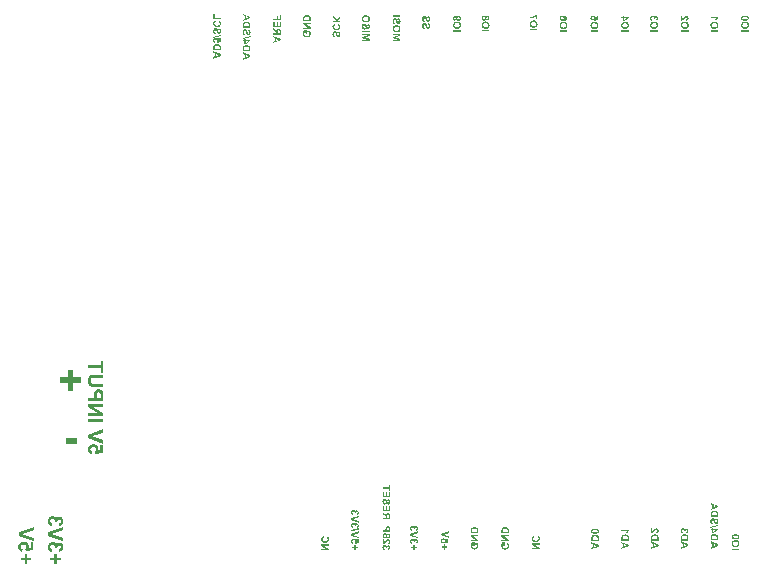
<source format=gbo>
G04*
G04 #@! TF.GenerationSoftware,Altium Limited,Altium Designer,23.2.1 (34)*
G04*
G04 Layer_Color=32896*
%FSLAX44Y44*%
%MOMM*%
G71*
G04*
G04 #@! TF.SameCoordinates,4F847AC2-02D0-4AD0-BDAF-0AB3E8A313E0*
G04*
G04*
G04 #@! TF.FilePolarity,Positive*
G04*
G01*
G75*
G36*
X627606Y53351D02*
X627911Y53332D01*
X628188Y53304D01*
X628447Y53258D01*
X628688Y53212D01*
X628900Y53166D01*
X629094Y53101D01*
X629261Y53046D01*
X629418Y52990D01*
X629538Y52934D01*
X629649Y52879D01*
X629742Y52833D01*
X629806Y52787D01*
X629852Y52759D01*
X629880Y52740D01*
X629889Y52731D01*
X630010Y52629D01*
X630111Y52519D01*
X630195Y52398D01*
X630278Y52278D01*
X630342Y52158D01*
X630389Y52038D01*
X630435Y51927D01*
X630472Y51807D01*
X630500Y51696D01*
X630518Y51603D01*
X630537Y51511D01*
X630546Y51437D01*
X630555Y51372D01*
Y51280D01*
X630546Y51113D01*
X630527Y50956D01*
X630490Y50799D01*
X630453Y50660D01*
X630398Y50531D01*
X630342Y50410D01*
X630287Y50309D01*
X630222Y50207D01*
X630158Y50124D01*
X630102Y50041D01*
X630047Y49976D01*
X629991Y49930D01*
X629954Y49883D01*
X629917Y49856D01*
X629899Y49837D01*
X629889Y49828D01*
X629732Y49717D01*
X629547Y49625D01*
X629353Y49541D01*
X629150Y49467D01*
X628937Y49412D01*
X628715Y49356D01*
X628503Y49320D01*
X628290Y49282D01*
X628087Y49264D01*
X627902Y49246D01*
X627726Y49227D01*
X627578Y49218D01*
X627458Y49209D01*
X627365D01*
X627328D01*
X627301D01*
X627291D01*
X627282D01*
X626949Y49218D01*
X626644Y49236D01*
X626358Y49264D01*
X626099Y49301D01*
X625868Y49338D01*
X625655Y49384D01*
X625470Y49440D01*
X625304Y49495D01*
X625165Y49541D01*
X625036Y49597D01*
X624934Y49643D01*
X624851Y49689D01*
X624795Y49717D01*
X624749Y49745D01*
X624721Y49763D01*
X624712Y49773D01*
X624582Y49883D01*
X624481Y50004D01*
X624379Y50124D01*
X624305Y50253D01*
X624231Y50374D01*
X624176Y50503D01*
X624129Y50623D01*
X624092Y50743D01*
X624055Y50854D01*
X624037Y50956D01*
X624019Y51048D01*
X624009Y51122D01*
Y51187D01*
X624000Y51243D01*
Y51280D01*
X624009Y51446D01*
X624028Y51603D01*
X624065Y51760D01*
X624102Y51899D01*
X624148Y52028D01*
X624203Y52149D01*
X624268Y52250D01*
X624333Y52352D01*
X624388Y52435D01*
X624453Y52519D01*
X624509Y52583D01*
X624555Y52639D01*
X624592Y52676D01*
X624629Y52703D01*
X624647Y52722D01*
X624656Y52731D01*
X624814Y52842D01*
X624999Y52934D01*
X625193Y53027D01*
X625405Y53092D01*
X625618Y53156D01*
X625831Y53203D01*
X626053Y53249D01*
X626265Y53286D01*
X626469Y53304D01*
X626654Y53323D01*
X626829Y53341D01*
X626977Y53351D01*
X627097Y53360D01*
X627190D01*
X627227D01*
X627254D01*
X627264D01*
X627273D01*
X627606Y53351D01*
D02*
G37*
G36*
X627597Y48460D02*
X627865Y48432D01*
X628114Y48395D01*
X628355Y48340D01*
X628567Y48275D01*
X628771Y48201D01*
X628956Y48127D01*
X629113Y48044D01*
X629261Y47960D01*
X629390Y47886D01*
X629501Y47812D01*
X629594Y47748D01*
X629658Y47702D01*
X629714Y47655D01*
X629742Y47628D01*
X629751Y47618D01*
X629908Y47452D01*
X630047Y47276D01*
X630167Y47091D01*
X630269Y46906D01*
X630352Y46712D01*
X630426Y46527D01*
X630481Y46342D01*
X630527Y46167D01*
X630564Y46000D01*
X630592Y45843D01*
X630611Y45704D01*
X630629Y45584D01*
Y45492D01*
X630638Y45418D01*
Y45353D01*
X630629Y45076D01*
X630601Y44808D01*
X630555Y44577D01*
X630509Y44373D01*
X630481Y44290D01*
X630463Y44207D01*
X630444Y44142D01*
X630416Y44086D01*
X630407Y44040D01*
X630389Y44003D01*
X630379Y43985D01*
Y43976D01*
X630305Y43809D01*
X630213Y43652D01*
X630111Y43513D01*
X630019Y43393D01*
X629936Y43291D01*
X629862Y43208D01*
X629815Y43162D01*
X629806Y43153D01*
X629797Y43143D01*
X629649Y43014D01*
X629492Y42894D01*
X629353Y42792D01*
X629215Y42709D01*
X629094Y42644D01*
X629002Y42589D01*
X628965Y42579D01*
X628937Y42561D01*
X628928Y42552D01*
X628919D01*
X628660Y42459D01*
X628382Y42385D01*
X628105Y42339D01*
X627846Y42302D01*
X627726Y42293D01*
X627615Y42284D01*
X627523Y42274D01*
X627439D01*
X627365Y42265D01*
X627319D01*
X627282D01*
X627273D01*
X626996Y42274D01*
X626727Y42302D01*
X626478Y42339D01*
X626247Y42395D01*
X626034Y42459D01*
X625840Y42533D01*
X625655Y42607D01*
X625498Y42690D01*
X625350Y42764D01*
X625230Y42838D01*
X625119Y42912D01*
X625026Y42977D01*
X624962Y43032D01*
X624906Y43070D01*
X624878Y43097D01*
X624869Y43106D01*
X624712Y43273D01*
X624582Y43449D01*
X624462Y43624D01*
X624370Y43818D01*
X624287Y44003D01*
X624213Y44197D01*
X624157Y44373D01*
X624111Y44558D01*
X624074Y44724D01*
X624046Y44882D01*
X624028Y45020D01*
X624019Y45141D01*
X624009Y45233D01*
X624000Y45307D01*
Y45372D01*
X624009Y45630D01*
X624037Y45871D01*
X624083Y46102D01*
X624139Y46315D01*
X624203Y46518D01*
X624277Y46703D01*
X624351Y46869D01*
X624435Y47027D01*
X624518Y47156D01*
X624592Y47276D01*
X624666Y47378D01*
X624730Y47461D01*
X624786Y47535D01*
X624832Y47581D01*
X624860Y47609D01*
X624869Y47618D01*
X625045Y47766D01*
X625230Y47896D01*
X625424Y48016D01*
X625618Y48108D01*
X625821Y48191D01*
X626025Y48266D01*
X626228Y48321D01*
X626422Y48367D01*
X626598Y48395D01*
X626774Y48423D01*
X626922Y48441D01*
X627051Y48460D01*
X627162D01*
X627245Y48469D01*
X627291D01*
X627310D01*
X627597Y48460D01*
D02*
G37*
G36*
X630518Y40000D02*
X624120D01*
Y41294D01*
X630518D01*
Y40000D01*
D02*
G37*
G36*
X92054Y190271D02*
X89888D01*
Y194067D01*
X79241D01*
Y196659D01*
X89888D01*
Y200436D01*
X92054D01*
Y190271D01*
D02*
G37*
G36*
Y185845D02*
X84944D01*
X84666D01*
X84407D01*
X84166Y185827D01*
X83944D01*
X83759Y185808D01*
X83574D01*
X83407Y185790D01*
X83259D01*
X83037Y185753D01*
X82870Y185734D01*
X82777Y185716D01*
X82740D01*
X82500Y185660D01*
X82296Y185567D01*
X82111Y185456D01*
X81944Y185345D01*
X81814Y185234D01*
X81722Y185142D01*
X81666Y185067D01*
X81648Y185049D01*
X81500Y184827D01*
X81389Y184549D01*
X81315Y184290D01*
X81259Y184012D01*
X81222Y183771D01*
X81203Y183586D01*
Y183401D01*
X81222Y183012D01*
X81278Y182679D01*
X81352Y182383D01*
X81444Y182123D01*
X81518Y181938D01*
X81592Y181790D01*
X81648Y181716D01*
X81666Y181679D01*
X81852Y181475D01*
X82074Y181309D01*
X82277Y181160D01*
X82481Y181068D01*
X82666Y180994D01*
X82814Y180938D01*
X82907Y180901D01*
X82944D01*
X83055Y180883D01*
X83166Y180864D01*
X83314D01*
X83481Y180846D01*
X83833Y180827D01*
X84203D01*
X84537Y180809D01*
X84685D01*
X84833D01*
X84944D01*
X85018D01*
X85073D01*
X85092D01*
X92054D01*
Y178216D01*
X85203D01*
X84814D01*
X84444Y178235D01*
X84092D01*
X83777Y178253D01*
X83481Y178272D01*
X83222Y178290D01*
X82981Y178309D01*
X82759Y178346D01*
X82574Y178364D01*
X82407Y178383D01*
X82259Y178402D01*
X82148Y178420D01*
X82055Y178438D01*
X82000D01*
X81963Y178457D01*
X81944D01*
X81666Y178550D01*
X81407Y178642D01*
X81166Y178772D01*
X80963Y178883D01*
X80778Y178994D01*
X80630Y179087D01*
X80555Y179161D01*
X80518Y179179D01*
X80278Y179401D01*
X80055Y179642D01*
X79870Y179901D01*
X79704Y180142D01*
X79574Y180346D01*
X79481Y180531D01*
X79426Y180642D01*
X79407Y180660D01*
Y180679D01*
X79333Y180864D01*
X79278Y181068D01*
X79167Y181531D01*
X79093Y181994D01*
X79056Y182438D01*
X79037Y182642D01*
X79019Y182845D01*
Y183012D01*
X79000Y183179D01*
Y183475D01*
X79019Y184012D01*
X79056Y184493D01*
X79130Y184919D01*
X79204Y185271D01*
X79222Y185419D01*
X79259Y185567D01*
X79296Y185679D01*
X79333Y185771D01*
X79352Y185845D01*
X79370Y185901D01*
X79389Y185919D01*
Y185938D01*
X79537Y186271D01*
X79722Y186567D01*
X79889Y186826D01*
X80055Y187049D01*
X80204Y187215D01*
X80315Y187345D01*
X80389Y187419D01*
X80426Y187438D01*
X80685Y187641D01*
X80963Y187808D01*
X81222Y187938D01*
X81481Y188049D01*
X81703Y188123D01*
X81889Y188178D01*
X81944Y188197D01*
X82000D01*
X82018Y188215D01*
X82037D01*
X82240Y188252D01*
X82463Y188289D01*
X82703Y188326D01*
X82944Y188345D01*
X83499Y188382D01*
X84037Y188419D01*
X84277D01*
X84518D01*
X84740Y188438D01*
X84925D01*
X85073D01*
X85203D01*
X85277D01*
X85296D01*
X92054D01*
Y185845D01*
D02*
G37*
G36*
X88647Y176087D02*
X89147Y176013D01*
X89555Y175883D01*
X89925Y175754D01*
X90073Y175679D01*
X90203Y175606D01*
X90314Y175550D01*
X90425Y175476D01*
X90499Y175439D01*
X90554Y175402D01*
X90573Y175365D01*
X90591D01*
X90925Y175068D01*
X91202Y174772D01*
X91425Y174457D01*
X91591Y174180D01*
X91702Y173920D01*
X91795Y173717D01*
X91813Y173643D01*
X91832Y173587D01*
X91851Y173550D01*
Y173532D01*
X91888Y173384D01*
X91925Y173198D01*
X91943Y172976D01*
X91962Y172754D01*
X91999Y172235D01*
X92036Y171717D01*
Y171236D01*
X92054Y171032D01*
Y166310D01*
X79241D01*
Y168902D01*
X84073D01*
Y171199D01*
X84092Y171476D01*
Y171735D01*
X84111Y171976D01*
X84129Y172198D01*
X84148Y172402D01*
X84166Y172569D01*
Y172735D01*
X84185Y172865D01*
X84203Y172995D01*
X84222Y173087D01*
Y173161D01*
X84240Y173217D01*
Y173254D01*
X84314Y173513D01*
X84407Y173754D01*
X84499Y173976D01*
X84611Y174180D01*
X84703Y174346D01*
X84777Y174476D01*
X84833Y174550D01*
X84851Y174587D01*
X85036Y174828D01*
X85240Y175032D01*
X85462Y175235D01*
X85647Y175383D01*
X85833Y175513D01*
X85981Y175606D01*
X86073Y175661D01*
X86110Y175679D01*
X86425Y175828D01*
X86758Y175939D01*
X87110Y176013D01*
X87425Y176068D01*
X87684Y176105D01*
X87814D01*
X87907Y176124D01*
X87999D01*
X88055D01*
X88092D01*
X88110D01*
X88647Y176087D01*
D02*
G37*
G36*
X92054Y161181D02*
X83426D01*
X92054Y155885D01*
Y153385D01*
X79241D01*
Y155774D01*
X87684D01*
X79241Y160977D01*
Y163570D01*
X92054D01*
Y161181D01*
D02*
G37*
G36*
Y148312D02*
X79241D01*
Y150904D01*
X92054D01*
Y148312D01*
D02*
G37*
G36*
Y139350D02*
X82574Y136221D01*
X92054Y132962D01*
Y130166D01*
X79241Y134758D01*
Y137554D01*
X92054Y142109D01*
Y139350D01*
D02*
G37*
G36*
X83888Y129610D02*
X84222Y129573D01*
X84537Y129518D01*
X84833Y129444D01*
X85092Y129369D01*
X85351Y129258D01*
X85592Y129166D01*
X85796Y129055D01*
X85981Y128944D01*
X86147Y128851D01*
X86295Y128740D01*
X86407Y128666D01*
X86499Y128592D01*
X86573Y128536D01*
X86610Y128499D01*
X86629Y128481D01*
X86833Y128258D01*
X87018Y128036D01*
X87184Y127796D01*
X87332Y127555D01*
X87444Y127333D01*
X87536Y127092D01*
X87684Y126666D01*
X87740Y126462D01*
X87777Y126277D01*
X87795Y126111D01*
X87814Y125981D01*
X87832Y125870D01*
Y125703D01*
X87814Y125388D01*
X87758Y125074D01*
X87703Y124796D01*
X87629Y124537D01*
X87536Y124333D01*
X87481Y124166D01*
X87425Y124055D01*
X87407Y124037D01*
Y124018D01*
X89592Y124407D01*
Y129055D01*
X91888D01*
Y122555D01*
X85203Y121296D01*
X84925Y123278D01*
X85092Y123444D01*
X85240Y123611D01*
X85370Y123778D01*
X85481Y123944D01*
X85647Y124259D01*
X85759Y124555D01*
X85814Y124814D01*
X85851Y125000D01*
X85870Y125074D01*
Y125185D01*
X85851Y125481D01*
X85777Y125759D01*
X85684Y125999D01*
X85573Y126203D01*
X85444Y126351D01*
X85351Y126481D01*
X85277Y126555D01*
X85259Y126573D01*
X85018Y126759D01*
X84740Y126888D01*
X84444Y126981D01*
X84148Y127036D01*
X83888Y127092D01*
X83685Y127111D01*
X83592D01*
X83537D01*
X83499D01*
X83481D01*
X83037Y127092D01*
X82648Y127036D01*
X82333Y126944D01*
X82074Y126851D01*
X81852Y126740D01*
X81703Y126666D01*
X81629Y126592D01*
X81592Y126573D01*
X81389Y126370D01*
X81222Y126148D01*
X81111Y125925D01*
X81037Y125722D01*
X81000Y125537D01*
X80981Y125388D01*
X80963Y125296D01*
Y125259D01*
X80981Y125018D01*
X81037Y124777D01*
X81111Y124574D01*
X81203Y124407D01*
X81296Y124259D01*
X81370Y124148D01*
X81426Y124074D01*
X81444Y124055D01*
X81648Y123889D01*
X81852Y123741D01*
X82074Y123629D01*
X82277Y123555D01*
X82463Y123500D01*
X82629Y123463D01*
X82722Y123444D01*
X82759D01*
X82500Y121000D01*
X82203Y121056D01*
X81926Y121111D01*
X81426Y121296D01*
X80981Y121500D01*
X80796Y121611D01*
X80611Y121741D01*
X80463Y121852D01*
X80333Y121944D01*
X80222Y122056D01*
X80111Y122129D01*
X80037Y122204D01*
X79981Y122259D01*
X79963Y122296D01*
X79944Y122315D01*
X79778Y122537D01*
X79630Y122759D01*
X79500Y123000D01*
X79407Y123240D01*
X79222Y123741D01*
X79111Y124185D01*
X79074Y124407D01*
X79056Y124592D01*
X79037Y124777D01*
X79019Y124925D01*
X79000Y125055D01*
Y125222D01*
X79019Y125629D01*
X79074Y126018D01*
X79148Y126370D01*
X79259Y126703D01*
X79389Y127018D01*
X79537Y127296D01*
X79685Y127555D01*
X79852Y127796D01*
X80000Y127999D01*
X80148Y128184D01*
X80296Y128351D01*
X80426Y128481D01*
X80537Y128573D01*
X80611Y128647D01*
X80667Y128684D01*
X80685Y128703D01*
X80926Y128870D01*
X81166Y129018D01*
X81407Y129129D01*
X81666Y129240D01*
X82148Y129406D01*
X82592Y129518D01*
X82777Y129555D01*
X82963Y129573D01*
X83129Y129610D01*
X83277D01*
X83388Y129629D01*
X83462D01*
X83518D01*
X83537D01*
X83888Y129610D01*
D02*
G37*
G36*
X66297Y186221D02*
X73000D01*
Y181629D01*
X66297D01*
Y175000D01*
X61816D01*
Y181629D01*
X55076D01*
Y186221D01*
X61816D01*
Y192850D01*
X66297D01*
Y186221D01*
D02*
G37*
G36*
X70000Y130000D02*
X60334D01*
Y134925D01*
X70000D01*
Y130000D01*
D02*
G37*
G36*
X49500Y68773D02*
X49870Y68699D01*
X50222Y68607D01*
X50499Y68477D01*
X50740Y68348D01*
X50907Y68255D01*
X51018Y68181D01*
X51055Y68144D01*
X51333Y67885D01*
X51573Y67589D01*
X51759Y67292D01*
X51907Y67014D01*
X52018Y66774D01*
X52073Y66570D01*
X52110Y66496D01*
Y66441D01*
X52129Y66403D01*
Y66385D01*
X52333Y66718D01*
X52536Y66996D01*
X52758Y67237D01*
X52981Y67459D01*
X53203Y67644D01*
X53425Y67792D01*
X53647Y67903D01*
X53851Y68014D01*
X54055Y68088D01*
X54240Y68144D01*
X54406Y68181D01*
X54555Y68200D01*
X54666Y68218D01*
X54758Y68237D01*
X54814D01*
X54832D01*
X55054Y68218D01*
X55258Y68200D01*
X55666Y68088D01*
X56036Y67959D01*
X56351Y67792D01*
X56610Y67625D01*
X56795Y67477D01*
X56869Y67422D01*
X56925Y67366D01*
X56943Y67348D01*
X56962Y67329D01*
X57165Y67126D01*
X57351Y66885D01*
X57499Y66663D01*
X57628Y66422D01*
X57758Y66163D01*
X57850Y65922D01*
X57980Y65459D01*
X58036Y65255D01*
X58073Y65052D01*
X58091Y64885D01*
X58110Y64718D01*
X58128Y64589D01*
Y64422D01*
X58110Y64033D01*
X58073Y63682D01*
X57999Y63348D01*
X57925Y63070D01*
X57850Y62848D01*
X57776Y62663D01*
X57739Y62552D01*
X57721Y62533D01*
Y62515D01*
X57554Y62219D01*
X57369Y61941D01*
X57184Y61719D01*
X57017Y61534D01*
X56851Y61385D01*
X56721Y61274D01*
X56647Y61200D01*
X56610Y61182D01*
X56332Y61015D01*
X56036Y60867D01*
X55721Y60756D01*
X55425Y60645D01*
X55147Y60571D01*
X54943Y60515D01*
X54851Y60497D01*
X54795D01*
X54758Y60478D01*
X54740D01*
X54369Y62737D01*
X54666Y62793D01*
X54925Y62867D01*
X55147Y62941D01*
X55314Y63033D01*
X55462Y63126D01*
X55573Y63200D01*
X55628Y63256D01*
X55647Y63274D01*
X55795Y63441D01*
X55906Y63626D01*
X55980Y63811D01*
X56036Y63978D01*
X56073Y64126D01*
X56091Y64237D01*
Y64348D01*
X56073Y64570D01*
X56036Y64792D01*
X55962Y64959D01*
X55906Y65107D01*
X55832Y65237D01*
X55758Y65311D01*
X55721Y65367D01*
X55703Y65385D01*
X55554Y65515D01*
X55369Y65607D01*
X55203Y65681D01*
X55036Y65718D01*
X54888Y65755D01*
X54777Y65774D01*
X54703D01*
X54666D01*
X54388Y65755D01*
X54147Y65700D01*
X53944Y65607D01*
X53777Y65515D01*
X53629Y65403D01*
X53536Y65329D01*
X53462Y65255D01*
X53444Y65237D01*
X53295Y65015D01*
X53184Y64774D01*
X53110Y64515D01*
X53055Y64274D01*
X53036Y64052D01*
X53018Y63867D01*
Y63700D01*
X51036Y63441D01*
X51092Y63682D01*
X51147Y63885D01*
X51185Y64089D01*
X51203Y64255D01*
X51222Y64385D01*
Y64570D01*
X51203Y64830D01*
X51129Y65052D01*
X51055Y65255D01*
X50944Y65441D01*
X50851Y65570D01*
X50759Y65681D01*
X50685Y65755D01*
X50666Y65774D01*
X50444Y65940D01*
X50203Y66070D01*
X49963Y66163D01*
X49722Y66237D01*
X49500Y66274D01*
X49333Y66292D01*
X49222D01*
X49203D01*
X49185D01*
X48833Y66274D01*
X48518Y66218D01*
X48240Y66126D01*
X48018Y66033D01*
X47852Y65922D01*
X47722Y65848D01*
X47629Y65774D01*
X47611Y65755D01*
X47426Y65552D01*
X47278Y65329D01*
X47185Y65126D01*
X47111Y64922D01*
X47074Y64737D01*
X47055Y64607D01*
X47037Y64515D01*
Y64478D01*
X47055Y64219D01*
X47111Y63996D01*
X47185Y63793D01*
X47278Y63607D01*
X47352Y63478D01*
X47426Y63367D01*
X47481Y63293D01*
X47500Y63274D01*
X47703Y63108D01*
X47926Y62959D01*
X48166Y62867D01*
X48389Y62774D01*
X48592Y62719D01*
X48759Y62682D01*
X48870Y62663D01*
X48889D01*
X48907D01*
X48611Y60293D01*
X48314Y60330D01*
X48037Y60404D01*
X47518Y60571D01*
X47074Y60774D01*
X46889Y60904D01*
X46704Y61015D01*
X46537Y61126D01*
X46407Y61237D01*
X46278Y61330D01*
X46185Y61423D01*
X46111Y61497D01*
X46055Y61552D01*
X46018Y61589D01*
X46000Y61608D01*
X45833Y61830D01*
X45667Y62070D01*
X45537Y62293D01*
X45426Y62552D01*
X45241Y63033D01*
X45130Y63478D01*
X45093Y63700D01*
X45056Y63885D01*
X45037Y64052D01*
X45019Y64200D01*
X45000Y64330D01*
Y64496D01*
X45019Y64830D01*
X45056Y65163D01*
X45111Y65459D01*
X45185Y65755D01*
X45278Y66015D01*
X45370Y66274D01*
X45481Y66515D01*
X45592Y66718D01*
X45704Y66903D01*
X45815Y67088D01*
X45907Y67218D01*
X46000Y67348D01*
X46074Y67440D01*
X46129Y67514D01*
X46167Y67551D01*
X46185Y67570D01*
X46407Y67792D01*
X46648Y67977D01*
X46889Y68144D01*
X47129Y68292D01*
X47389Y68403D01*
X47629Y68514D01*
X48074Y68662D01*
X48277Y68699D01*
X48481Y68737D01*
X48648Y68773D01*
X48796Y68792D01*
X48907Y68811D01*
X49000D01*
X49055D01*
X49074D01*
X49500Y68773D01*
D02*
G37*
G36*
X58054Y56867D02*
X48574Y53738D01*
X58054Y50479D01*
Y47683D01*
X45241Y52275D01*
Y55071D01*
X58054Y59626D01*
Y56867D01*
D02*
G37*
G36*
X49500Y46868D02*
X49870Y46794D01*
X50222Y46702D01*
X50499Y46572D01*
X50740Y46442D01*
X50907Y46350D01*
X51018Y46276D01*
X51055Y46239D01*
X51333Y45980D01*
X51573Y45683D01*
X51759Y45387D01*
X51907Y45109D01*
X52018Y44869D01*
X52073Y44665D01*
X52110Y44591D01*
Y44535D01*
X52129Y44498D01*
Y44480D01*
X52333Y44813D01*
X52536Y45091D01*
X52758Y45332D01*
X52981Y45554D01*
X53203Y45739D01*
X53425Y45887D01*
X53647Y45998D01*
X53851Y46109D01*
X54055Y46183D01*
X54240Y46239D01*
X54406Y46276D01*
X54555Y46294D01*
X54666Y46313D01*
X54758Y46331D01*
X54814D01*
X54832D01*
X55054Y46313D01*
X55258Y46294D01*
X55666Y46183D01*
X56036Y46054D01*
X56351Y45887D01*
X56610Y45720D01*
X56795Y45572D01*
X56869Y45517D01*
X56925Y45461D01*
X56943Y45443D01*
X56962Y45424D01*
X57165Y45220D01*
X57351Y44980D01*
X57499Y44757D01*
X57628Y44517D01*
X57758Y44258D01*
X57850Y44017D01*
X57980Y43554D01*
X58036Y43350D01*
X58073Y43147D01*
X58091Y42980D01*
X58110Y42813D01*
X58128Y42684D01*
Y42517D01*
X58110Y42128D01*
X58073Y41776D01*
X57999Y41443D01*
X57925Y41165D01*
X57850Y40943D01*
X57776Y40758D01*
X57739Y40647D01*
X57721Y40628D01*
Y40610D01*
X57554Y40314D01*
X57369Y40036D01*
X57184Y39814D01*
X57017Y39628D01*
X56851Y39480D01*
X56721Y39369D01*
X56647Y39295D01*
X56610Y39277D01*
X56332Y39110D01*
X56036Y38962D01*
X55721Y38851D01*
X55425Y38740D01*
X55147Y38666D01*
X54943Y38610D01*
X54851Y38591D01*
X54795D01*
X54758Y38573D01*
X54740D01*
X54369Y40832D01*
X54666Y40887D01*
X54925Y40962D01*
X55147Y41036D01*
X55314Y41128D01*
X55462Y41221D01*
X55573Y41295D01*
X55628Y41350D01*
X55647Y41369D01*
X55795Y41536D01*
X55906Y41721D01*
X55980Y41906D01*
X56036Y42073D01*
X56073Y42221D01*
X56091Y42332D01*
Y42443D01*
X56073Y42665D01*
X56036Y42887D01*
X55962Y43054D01*
X55906Y43202D01*
X55832Y43332D01*
X55758Y43406D01*
X55721Y43461D01*
X55703Y43480D01*
X55554Y43609D01*
X55369Y43702D01*
X55203Y43776D01*
X55036Y43813D01*
X54888Y43850D01*
X54777Y43869D01*
X54703D01*
X54666D01*
X54388Y43850D01*
X54147Y43795D01*
X53944Y43702D01*
X53777Y43609D01*
X53629Y43498D01*
X53536Y43424D01*
X53462Y43350D01*
X53444Y43332D01*
X53295Y43109D01*
X53184Y42869D01*
X53110Y42610D01*
X53055Y42369D01*
X53036Y42147D01*
X53018Y41961D01*
Y41795D01*
X51036Y41536D01*
X51092Y41776D01*
X51147Y41980D01*
X51185Y42184D01*
X51203Y42350D01*
X51222Y42480D01*
Y42665D01*
X51203Y42924D01*
X51129Y43147D01*
X51055Y43350D01*
X50944Y43535D01*
X50851Y43665D01*
X50759Y43776D01*
X50685Y43850D01*
X50666Y43869D01*
X50444Y44035D01*
X50203Y44165D01*
X49963Y44258D01*
X49722Y44332D01*
X49500Y44369D01*
X49333Y44387D01*
X49222D01*
X49203D01*
X49185D01*
X48833Y44369D01*
X48518Y44313D01*
X48240Y44220D01*
X48018Y44128D01*
X47852Y44017D01*
X47722Y43943D01*
X47629Y43869D01*
X47611Y43850D01*
X47426Y43646D01*
X47278Y43424D01*
X47185Y43221D01*
X47111Y43017D01*
X47074Y42832D01*
X47055Y42702D01*
X47037Y42610D01*
Y42573D01*
X47055Y42313D01*
X47111Y42091D01*
X47185Y41887D01*
X47278Y41702D01*
X47352Y41573D01*
X47426Y41462D01*
X47481Y41388D01*
X47500Y41369D01*
X47703Y41202D01*
X47926Y41054D01*
X48166Y40962D01*
X48389Y40869D01*
X48592Y40813D01*
X48759Y40776D01*
X48870Y40758D01*
X48889D01*
X48907D01*
X48611Y38388D01*
X48314Y38425D01*
X48037Y38499D01*
X47518Y38666D01*
X47074Y38869D01*
X46889Y38999D01*
X46704Y39110D01*
X46537Y39221D01*
X46407Y39332D01*
X46278Y39425D01*
X46185Y39517D01*
X46111Y39591D01*
X46055Y39647D01*
X46018Y39684D01*
X46000Y39702D01*
X45833Y39925D01*
X45667Y40165D01*
X45537Y40388D01*
X45426Y40647D01*
X45241Y41128D01*
X45130Y41573D01*
X45093Y41795D01*
X45056Y41980D01*
X45037Y42147D01*
X45019Y42295D01*
X45000Y42424D01*
Y42591D01*
X45019Y42924D01*
X45056Y43258D01*
X45111Y43554D01*
X45185Y43850D01*
X45278Y44109D01*
X45370Y44369D01*
X45481Y44609D01*
X45592Y44813D01*
X45704Y44998D01*
X45815Y45183D01*
X45907Y45313D01*
X46000Y45443D01*
X46074Y45535D01*
X46129Y45609D01*
X46167Y45646D01*
X46185Y45665D01*
X46407Y45887D01*
X46648Y46072D01*
X46889Y46239D01*
X47129Y46387D01*
X47389Y46498D01*
X47629Y46609D01*
X48074Y46757D01*
X48277Y46794D01*
X48481Y46831D01*
X48648Y46868D01*
X48796Y46887D01*
X48907Y46905D01*
X49000D01*
X49055D01*
X49074D01*
X49500Y46868D01*
D02*
G37*
G36*
X52703Y33592D02*
X56017D01*
Y31351D01*
X52703D01*
Y28000D01*
X50407D01*
Y31351D01*
X47092D01*
Y33592D01*
X50407D01*
Y36962D01*
X52703D01*
Y33592D01*
D02*
G37*
G36*
X33054Y56867D02*
X23574Y53738D01*
X33054Y50479D01*
Y47683D01*
X20241Y52275D01*
Y55071D01*
X33054Y59626D01*
Y56867D01*
D02*
G37*
G36*
X24888Y47128D02*
X25222Y47091D01*
X25536Y47035D01*
X25833Y46961D01*
X26092Y46887D01*
X26351Y46776D01*
X26592Y46683D01*
X26796Y46572D01*
X26981Y46461D01*
X27147Y46368D01*
X27296Y46257D01*
X27407Y46183D01*
X27499Y46109D01*
X27573Y46054D01*
X27610Y46017D01*
X27629Y45998D01*
X27833Y45776D01*
X28018Y45554D01*
X28184Y45313D01*
X28333Y45072D01*
X28444Y44850D01*
X28536Y44609D01*
X28684Y44184D01*
X28740Y43980D01*
X28777Y43795D01*
X28795Y43628D01*
X28814Y43498D01*
X28832Y43387D01*
Y43221D01*
X28814Y42906D01*
X28758Y42591D01*
X28703Y42313D01*
X28629Y42054D01*
X28536Y41850D01*
X28481Y41684D01*
X28425Y41573D01*
X28407Y41554D01*
Y41536D01*
X30591Y41925D01*
Y46572D01*
X32888D01*
Y40073D01*
X26203Y38814D01*
X25925Y40795D01*
X26092Y40962D01*
X26240Y41128D01*
X26370Y41295D01*
X26481Y41462D01*
X26648Y41776D01*
X26759Y42073D01*
X26814Y42332D01*
X26851Y42517D01*
X26870Y42591D01*
Y42702D01*
X26851Y42998D01*
X26777Y43276D01*
X26685Y43517D01*
X26573Y43721D01*
X26444Y43869D01*
X26351Y43998D01*
X26277Y44072D01*
X26259Y44091D01*
X26018Y44276D01*
X25740Y44406D01*
X25444Y44498D01*
X25148Y44554D01*
X24888Y44609D01*
X24685Y44628D01*
X24592D01*
X24537D01*
X24499D01*
X24481D01*
X24037Y44609D01*
X23648Y44554D01*
X23333Y44461D01*
X23074Y44369D01*
X22852Y44258D01*
X22703Y44184D01*
X22629Y44109D01*
X22592Y44091D01*
X22389Y43887D01*
X22222Y43665D01*
X22111Y43443D01*
X22037Y43239D01*
X22000Y43054D01*
X21981Y42906D01*
X21963Y42813D01*
Y42776D01*
X21981Y42536D01*
X22037Y42295D01*
X22111Y42091D01*
X22204Y41925D01*
X22296Y41776D01*
X22370Y41665D01*
X22426Y41591D01*
X22444Y41573D01*
X22648Y41406D01*
X22852Y41258D01*
X23074Y41147D01*
X23277Y41073D01*
X23463Y41017D01*
X23629Y40980D01*
X23722Y40962D01*
X23759D01*
X23500Y38517D01*
X23203Y38573D01*
X22926Y38628D01*
X22426Y38814D01*
X21981Y39017D01*
X21796Y39128D01*
X21611Y39258D01*
X21463Y39369D01*
X21333Y39462D01*
X21222Y39573D01*
X21111Y39647D01*
X21037Y39721D01*
X20981Y39777D01*
X20963Y39814D01*
X20944Y39832D01*
X20778Y40054D01*
X20630Y40276D01*
X20500Y40517D01*
X20407Y40758D01*
X20222Y41258D01*
X20111Y41702D01*
X20074Y41925D01*
X20056Y42110D01*
X20037Y42295D01*
X20018Y42443D01*
X20000Y42573D01*
Y42739D01*
X20018Y43147D01*
X20074Y43535D01*
X20148Y43887D01*
X20259Y44220D01*
X20389Y44535D01*
X20537Y44813D01*
X20685Y45072D01*
X20852Y45313D01*
X21000Y45517D01*
X21148Y45702D01*
X21296Y45869D01*
X21426Y45998D01*
X21537Y46091D01*
X21611Y46165D01*
X21667Y46202D01*
X21685Y46220D01*
X21926Y46387D01*
X22167Y46535D01*
X22407Y46646D01*
X22666Y46757D01*
X23148Y46924D01*
X23592Y47035D01*
X23777Y47072D01*
X23963Y47091D01*
X24129Y47128D01*
X24277D01*
X24388Y47146D01*
X24462D01*
X24518D01*
X24537D01*
X24888Y47128D01*
D02*
G37*
G36*
X27703Y33592D02*
X31017D01*
Y31351D01*
X27703D01*
Y28000D01*
X25407D01*
Y31351D01*
X22092D01*
Y33592D01*
X25407D01*
Y36962D01*
X27703D01*
Y33592D01*
D02*
G37*
G36*
X278986Y50419D02*
X278736Y50345D01*
X278524Y50262D01*
X278348Y50179D01*
X278200Y50086D01*
X278089Y50012D01*
X278015Y49948D01*
X277969Y49901D01*
X277950Y49883D01*
X277840Y49735D01*
X277766Y49587D01*
X277710Y49439D01*
X277664Y49310D01*
X277645Y49190D01*
X277636Y49088D01*
X277627Y49051D01*
Y49005D01*
X277636Y48875D01*
X277645Y48755D01*
X277710Y48533D01*
X277784Y48339D01*
X277886Y48182D01*
X277978Y48052D01*
X278052Y47960D01*
X278089Y47923D01*
X278117Y47895D01*
X278126Y47886D01*
X278135Y47877D01*
X278237Y47803D01*
X278357Y47738D01*
X278487Y47673D01*
X278625Y47627D01*
X278912Y47553D01*
X279199Y47498D01*
X279337Y47479D01*
X279457Y47470D01*
X279578Y47451D01*
X279679D01*
X279753Y47442D01*
X279818D01*
X279864D01*
X279874D01*
X280086Y47451D01*
X280280Y47461D01*
X280456Y47479D01*
X280623Y47507D01*
X280770Y47544D01*
X280909Y47581D01*
X281029Y47618D01*
X281140Y47664D01*
X281233Y47701D01*
X281316Y47738D01*
X281381Y47775D01*
X281436Y47812D01*
X281482Y47840D01*
X281510Y47858D01*
X281528Y47877D01*
X281538D01*
X281630Y47960D01*
X281713Y48052D01*
X281778Y48145D01*
X281834Y48246D01*
X281926Y48441D01*
X281991Y48625D01*
X282028Y48783D01*
X282037Y48857D01*
X282046Y48912D01*
X282055Y48968D01*
Y49032D01*
X282046Y49217D01*
X282009Y49384D01*
X281963Y49532D01*
X281908Y49661D01*
X281852Y49763D01*
X281806Y49837D01*
X281769Y49883D01*
X281760Y49901D01*
X281649Y50022D01*
X281519Y50132D01*
X281390Y50216D01*
X281260Y50280D01*
X281150Y50327D01*
X281066Y50354D01*
X281029Y50373D01*
X281001D01*
X280992Y50382D01*
X280983D01*
X281288Y51658D01*
X281556Y51566D01*
X281787Y51464D01*
X281991Y51353D01*
X282157Y51251D01*
X282287Y51150D01*
X282342Y51113D01*
X282388Y51076D01*
X282416Y51048D01*
X282444Y51020D01*
X282462Y51011D01*
Y51002D01*
X282582Y50863D01*
X282694Y50706D01*
X282786Y50558D01*
X282860Y50401D01*
X282934Y50234D01*
X282989Y50077D01*
X283036Y49920D01*
X283072Y49772D01*
X283100Y49633D01*
X283119Y49504D01*
X283137Y49393D01*
X283146Y49291D01*
X283156Y49208D01*
Y49097D01*
X283146Y48857D01*
X283119Y48616D01*
X283072Y48404D01*
X283017Y48191D01*
X282952Y48006D01*
X282878Y47821D01*
X282795Y47664D01*
X282712Y47516D01*
X282629Y47377D01*
X282546Y47266D01*
X282472Y47165D01*
X282407Y47081D01*
X282351Y47017D01*
X282305Y46971D01*
X282277Y46943D01*
X282268Y46934D01*
X282092Y46786D01*
X281908Y46665D01*
X281713Y46554D01*
X281510Y46462D01*
X281297Y46379D01*
X281094Y46314D01*
X280891Y46259D01*
X280696Y46212D01*
X280502Y46175D01*
X280336Y46157D01*
X280179Y46138D01*
X280049Y46120D01*
X279938D01*
X279855Y46111D01*
X279800D01*
X279790D01*
X279781D01*
X279504Y46120D01*
X279245Y46148D01*
X278995Y46185D01*
X278773Y46240D01*
X278561Y46296D01*
X278357Y46370D01*
X278182Y46444D01*
X278024Y46518D01*
X277876Y46592D01*
X277747Y46665D01*
X277645Y46739D01*
X277553Y46795D01*
X277488Y46850D01*
X277433Y46887D01*
X277405Y46915D01*
X277396Y46924D01*
X277239Y47081D01*
X277109Y47248D01*
X276989Y47424D01*
X276896Y47599D01*
X276813Y47775D01*
X276739Y47951D01*
X276684Y48117D01*
X276638Y48274D01*
X276601Y48431D01*
X276573Y48570D01*
X276554Y48699D01*
X276545Y48801D01*
X276536Y48894D01*
X276527Y48958D01*
Y49014D01*
X276536Y49208D01*
X276545Y49384D01*
X276573Y49559D01*
X276610Y49717D01*
X276647Y49864D01*
X276684Y50003D01*
X276730Y50132D01*
X276786Y50253D01*
X276832Y50354D01*
X276878Y50447D01*
X276915Y50530D01*
X276952Y50595D01*
X276989Y50650D01*
X277017Y50687D01*
X277026Y50706D01*
X277035Y50715D01*
X277137Y50835D01*
X277248Y50946D01*
X277497Y51150D01*
X277756Y51316D01*
X278006Y51445D01*
X278126Y51501D01*
X278237Y51547D01*
X278339Y51584D01*
X278422Y51621D01*
X278496Y51649D01*
X278551Y51667D01*
X278588Y51677D01*
X278598D01*
X278986Y50419D01*
D02*
G37*
G36*
X283036Y43781D02*
X278727D01*
X283036Y41137D01*
Y39888D01*
X276638D01*
Y41081D01*
X280854D01*
X276638Y43679D01*
Y44974D01*
X283036D01*
Y43781D01*
D02*
G37*
G36*
X303967Y73812D02*
X304152Y73775D01*
X304328Y73729D01*
X304466Y73664D01*
X304587Y73599D01*
X304670Y73553D01*
X304725Y73516D01*
X304744Y73498D01*
X304882Y73368D01*
X305003Y73220D01*
X305095Y73072D01*
X305169Y72934D01*
X305224Y72813D01*
X305252Y72712D01*
X305271Y72675D01*
Y72647D01*
X305280Y72628D01*
Y72619D01*
X305382Y72786D01*
X305483Y72924D01*
X305594Y73045D01*
X305705Y73155D01*
X305816Y73248D01*
X305927Y73322D01*
X306038Y73377D01*
X306140Y73433D01*
X306242Y73470D01*
X306334Y73498D01*
X306417Y73516D01*
X306491Y73525D01*
X306547Y73534D01*
X306593Y73544D01*
X306621D01*
X306630D01*
X306741Y73534D01*
X306842Y73525D01*
X307046Y73470D01*
X307231Y73405D01*
X307388Y73322D01*
X307517Y73239D01*
X307610Y73165D01*
X307647Y73137D01*
X307675Y73109D01*
X307684Y73100D01*
X307693Y73091D01*
X307795Y72989D01*
X307887Y72869D01*
X307961Y72758D01*
X308026Y72638D01*
X308091Y72508D01*
X308137Y72388D01*
X308202Y72157D01*
X308229Y72055D01*
X308248Y71954D01*
X308257Y71870D01*
X308266Y71787D01*
X308276Y71722D01*
Y71639D01*
X308266Y71445D01*
X308248Y71269D01*
X308211Y71103D01*
X308174Y70964D01*
X308137Y70853D01*
X308100Y70761D01*
X308081Y70705D01*
X308072Y70696D01*
Y70687D01*
X307989Y70539D01*
X307896Y70400D01*
X307804Y70289D01*
X307721Y70197D01*
X307638Y70123D01*
X307573Y70067D01*
X307536Y70030D01*
X307517Y70021D01*
X307379Y69938D01*
X307231Y69864D01*
X307074Y69809D01*
X306926Y69753D01*
X306787Y69716D01*
X306685Y69688D01*
X306639Y69679D01*
X306611D01*
X306593Y69670D01*
X306584D01*
X306399Y70798D01*
X306547Y70826D01*
X306676Y70862D01*
X306787Y70900D01*
X306870Y70946D01*
X306944Y70992D01*
X307000Y71029D01*
X307027Y71057D01*
X307037Y71066D01*
X307111Y71149D01*
X307166Y71242D01*
X307203Y71334D01*
X307231Y71417D01*
X307249Y71491D01*
X307259Y71547D01*
Y71602D01*
X307249Y71713D01*
X307231Y71824D01*
X307194Y71907D01*
X307166Y71981D01*
X307129Y72046D01*
X307092Y72083D01*
X307074Y72111D01*
X307064Y72120D01*
X306990Y72185D01*
X306898Y72231D01*
X306815Y72268D01*
X306732Y72286D01*
X306658Y72305D01*
X306602Y72314D01*
X306565D01*
X306547D01*
X306408Y72305D01*
X306288Y72277D01*
X306186Y72231D01*
X306103Y72185D01*
X306029Y72129D01*
X305983Y72092D01*
X305946Y72055D01*
X305936Y72046D01*
X305863Y71935D01*
X305807Y71815D01*
X305770Y71685D01*
X305742Y71565D01*
X305733Y71454D01*
X305724Y71362D01*
Y71279D01*
X304734Y71149D01*
X304762Y71269D01*
X304790Y71371D01*
X304809Y71473D01*
X304818Y71556D01*
X304827Y71621D01*
Y71713D01*
X304818Y71842D01*
X304781Y71954D01*
X304744Y72055D01*
X304688Y72148D01*
X304642Y72212D01*
X304596Y72268D01*
X304559Y72305D01*
X304550Y72314D01*
X304439Y72397D01*
X304319Y72462D01*
X304198Y72508D01*
X304078Y72545D01*
X303967Y72564D01*
X303884Y72573D01*
X303828D01*
X303819D01*
X303810D01*
X303634Y72564D01*
X303477Y72536D01*
X303338Y72490D01*
X303228Y72443D01*
X303144Y72388D01*
X303080Y72351D01*
X303033Y72314D01*
X303024Y72305D01*
X302932Y72203D01*
X302858Y72092D01*
X302811Y71990D01*
X302775Y71889D01*
X302756Y71796D01*
X302747Y71732D01*
X302738Y71685D01*
Y71667D01*
X302747Y71537D01*
X302775Y71427D01*
X302811Y71325D01*
X302858Y71232D01*
X302895Y71168D01*
X302932Y71112D01*
X302959Y71075D01*
X302969Y71066D01*
X303070Y70983D01*
X303181Y70909D01*
X303302Y70862D01*
X303412Y70816D01*
X303514Y70788D01*
X303597Y70770D01*
X303653Y70761D01*
X303662D01*
X303671D01*
X303523Y69577D01*
X303375Y69596D01*
X303237Y69633D01*
X302978Y69716D01*
X302756Y69818D01*
X302663Y69882D01*
X302571Y69938D01*
X302488Y69993D01*
X302423Y70049D01*
X302358Y70095D01*
X302312Y70141D01*
X302275Y70178D01*
X302248Y70206D01*
X302229Y70224D01*
X302220Y70234D01*
X302136Y70345D01*
X302053Y70465D01*
X301989Y70576D01*
X301933Y70705D01*
X301841Y70946D01*
X301785Y71168D01*
X301767Y71279D01*
X301748Y71371D01*
X301739Y71454D01*
X301730Y71528D01*
X301721Y71593D01*
Y71676D01*
X301730Y71842D01*
X301748Y72009D01*
X301776Y72157D01*
X301813Y72305D01*
X301859Y72434D01*
X301905Y72564D01*
X301961Y72684D01*
X302016Y72786D01*
X302072Y72878D01*
X302127Y72970D01*
X302174Y73035D01*
X302220Y73100D01*
X302257Y73146D01*
X302284Y73183D01*
X302303Y73202D01*
X302312Y73211D01*
X302423Y73322D01*
X302543Y73414D01*
X302663Y73498D01*
X302784Y73572D01*
X302913Y73627D01*
X303033Y73682D01*
X303255Y73756D01*
X303357Y73775D01*
X303459Y73793D01*
X303542Y73812D01*
X303616Y73821D01*
X303671Y73830D01*
X303717D01*
X303745D01*
X303755D01*
X303967Y73812D01*
D02*
G37*
G36*
X308239Y67867D02*
X303505Y66304D01*
X308239Y64677D01*
Y63281D01*
X301841Y65574D01*
Y66970D01*
X308239Y69244D01*
Y67867D01*
D02*
G37*
G36*
X303967Y62874D02*
X304152Y62837D01*
X304328Y62791D01*
X304466Y62726D01*
X304587Y62662D01*
X304670Y62615D01*
X304725Y62578D01*
X304744Y62560D01*
X304882Y62431D01*
X305003Y62283D01*
X305095Y62135D01*
X305169Y61996D01*
X305224Y61876D01*
X305252Y61774D01*
X305271Y61737D01*
Y61709D01*
X305280Y61691D01*
Y61682D01*
X305382Y61848D01*
X305483Y61987D01*
X305594Y62107D01*
X305705Y62218D01*
X305816Y62310D01*
X305927Y62384D01*
X306038Y62440D01*
X306140Y62495D01*
X306242Y62532D01*
X306334Y62560D01*
X306417Y62578D01*
X306491Y62588D01*
X306547Y62597D01*
X306593Y62606D01*
X306621D01*
X306630D01*
X306741Y62597D01*
X306842Y62588D01*
X307046Y62532D01*
X307231Y62467D01*
X307388Y62384D01*
X307517Y62301D01*
X307610Y62227D01*
X307647Y62199D01*
X307675Y62172D01*
X307684Y62162D01*
X307693Y62153D01*
X307795Y62051D01*
X307887Y61931D01*
X307961Y61820D01*
X308026Y61700D01*
X308091Y61571D01*
X308137Y61451D01*
X308202Y61219D01*
X308229Y61118D01*
X308248Y61016D01*
X308257Y60933D01*
X308266Y60849D01*
X308276Y60785D01*
Y60702D01*
X308266Y60507D01*
X308248Y60332D01*
X308211Y60165D01*
X308174Y60027D01*
X308137Y59916D01*
X308100Y59823D01*
X308081Y59768D01*
X308072Y59759D01*
Y59749D01*
X307989Y59601D01*
X307896Y59463D01*
X307804Y59352D01*
X307721Y59259D01*
X307638Y59185D01*
X307573Y59130D01*
X307536Y59093D01*
X307517Y59084D01*
X307379Y59000D01*
X307231Y58926D01*
X307074Y58871D01*
X306926Y58815D01*
X306787Y58779D01*
X306685Y58751D01*
X306639Y58741D01*
X306611D01*
X306593Y58732D01*
X306584D01*
X306399Y59860D01*
X306547Y59888D01*
X306676Y59925D01*
X306787Y59962D01*
X306870Y60008D01*
X306944Y60054D01*
X307000Y60091D01*
X307027Y60119D01*
X307037Y60128D01*
X307111Y60212D01*
X307166Y60304D01*
X307203Y60396D01*
X307231Y60480D01*
X307249Y60554D01*
X307259Y60609D01*
Y60665D01*
X307249Y60775D01*
X307231Y60887D01*
X307194Y60970D01*
X307166Y61044D01*
X307129Y61108D01*
X307092Y61145D01*
X307074Y61173D01*
X307064Y61182D01*
X306990Y61247D01*
X306898Y61293D01*
X306815Y61330D01*
X306732Y61349D01*
X306658Y61367D01*
X306602Y61377D01*
X306565D01*
X306547D01*
X306408Y61367D01*
X306288Y61340D01*
X306186Y61293D01*
X306103Y61247D01*
X306029Y61192D01*
X305983Y61155D01*
X305946Y61118D01*
X305936Y61108D01*
X305863Y60997D01*
X305807Y60877D01*
X305770Y60748D01*
X305742Y60628D01*
X305733Y60517D01*
X305724Y60424D01*
Y60341D01*
X304734Y60212D01*
X304762Y60332D01*
X304790Y60434D01*
X304809Y60535D01*
X304818Y60618D01*
X304827Y60683D01*
Y60775D01*
X304818Y60905D01*
X304781Y61016D01*
X304744Y61118D01*
X304688Y61210D01*
X304642Y61275D01*
X304596Y61330D01*
X304559Y61367D01*
X304550Y61377D01*
X304439Y61460D01*
X304319Y61524D01*
X304198Y61571D01*
X304078Y61608D01*
X303967Y61626D01*
X303884Y61635D01*
X303828D01*
X303819D01*
X303810D01*
X303634Y61626D01*
X303477Y61598D01*
X303338Y61552D01*
X303228Y61506D01*
X303144Y61451D01*
X303080Y61413D01*
X303033Y61377D01*
X303024Y61367D01*
X302932Y61266D01*
X302858Y61155D01*
X302811Y61053D01*
X302775Y60951D01*
X302756Y60859D01*
X302747Y60794D01*
X302738Y60748D01*
Y60729D01*
X302747Y60600D01*
X302775Y60489D01*
X302811Y60387D01*
X302858Y60295D01*
X302895Y60230D01*
X302932Y60175D01*
X302959Y60138D01*
X302969Y60128D01*
X303070Y60045D01*
X303181Y59971D01*
X303302Y59925D01*
X303412Y59879D01*
X303514Y59851D01*
X303597Y59833D01*
X303653Y59823D01*
X303662D01*
X303671D01*
X303523Y58640D01*
X303375Y58658D01*
X303237Y58695D01*
X302978Y58779D01*
X302756Y58880D01*
X302663Y58945D01*
X302571Y59000D01*
X302488Y59056D01*
X302423Y59111D01*
X302358Y59158D01*
X302312Y59204D01*
X302275Y59241D01*
X302248Y59268D01*
X302229Y59287D01*
X302220Y59296D01*
X302136Y59407D01*
X302053Y59527D01*
X301989Y59638D01*
X301933Y59768D01*
X301841Y60008D01*
X301785Y60230D01*
X301767Y60341D01*
X301748Y60434D01*
X301739Y60517D01*
X301730Y60591D01*
X301721Y60655D01*
Y60739D01*
X301730Y60905D01*
X301748Y61071D01*
X301776Y61219D01*
X301813Y61367D01*
X301859Y61497D01*
X301905Y61626D01*
X301961Y61746D01*
X302016Y61848D01*
X302072Y61940D01*
X302127Y62033D01*
X302174Y62098D01*
X302220Y62162D01*
X302257Y62209D01*
X302284Y62246D01*
X302303Y62264D01*
X302312Y62273D01*
X302423Y62384D01*
X302543Y62477D01*
X302663Y62560D01*
X302784Y62634D01*
X302913Y62689D01*
X303033Y62745D01*
X303255Y62819D01*
X303357Y62837D01*
X303459Y62856D01*
X303542Y62874D01*
X303616Y62884D01*
X303671Y62893D01*
X303717D01*
X303745D01*
X303755D01*
X303967Y62874D01*
D02*
G37*
G36*
X308349Y57392D02*
X301730Y55811D01*
Y56717D01*
X308349Y58316D01*
Y57392D01*
D02*
G37*
G36*
X308239Y54442D02*
X303505Y52880D01*
X308239Y51253D01*
Y49857D01*
X301841Y52149D01*
Y53545D01*
X308239Y55820D01*
Y54442D01*
D02*
G37*
G36*
X304161Y49579D02*
X304328Y49561D01*
X304485Y49533D01*
X304633Y49496D01*
X304762Y49459D01*
X304892Y49404D01*
X305012Y49357D01*
X305114Y49302D01*
X305206Y49246D01*
X305289Y49200D01*
X305363Y49145D01*
X305419Y49108D01*
X305465Y49071D01*
X305502Y49043D01*
X305520Y49024D01*
X305530Y49015D01*
X305631Y48904D01*
X305724Y48793D01*
X305807Y48673D01*
X305881Y48553D01*
X305936Y48442D01*
X305983Y48322D01*
X306057Y48109D01*
X306084Y48007D01*
X306103Y47915D01*
X306112Y47832D01*
X306121Y47767D01*
X306131Y47712D01*
Y47628D01*
X306121Y47471D01*
X306094Y47314D01*
X306066Y47175D01*
X306029Y47046D01*
X305983Y46944D01*
X305955Y46861D01*
X305927Y46805D01*
X305918Y46796D01*
Y46787D01*
X307009Y46981D01*
Y49302D01*
X308155D01*
Y46056D01*
X304818Y45428D01*
X304679Y46417D01*
X304762Y46500D01*
X304836Y46583D01*
X304901Y46667D01*
X304956Y46750D01*
X305040Y46907D01*
X305095Y47055D01*
X305123Y47185D01*
X305141Y47277D01*
X305151Y47314D01*
Y47369D01*
X305141Y47517D01*
X305104Y47656D01*
X305058Y47776D01*
X305003Y47878D01*
X304938Y47952D01*
X304892Y48017D01*
X304855Y48054D01*
X304846Y48063D01*
X304725Y48155D01*
X304587Y48220D01*
X304439Y48266D01*
X304291Y48294D01*
X304161Y48322D01*
X304060Y48331D01*
X304013D01*
X303986D01*
X303967D01*
X303958D01*
X303736Y48322D01*
X303542Y48294D01*
X303385Y48248D01*
X303255Y48201D01*
X303144Y48146D01*
X303070Y48109D01*
X303033Y48072D01*
X303015Y48063D01*
X302913Y47961D01*
X302830Y47850D01*
X302775Y47739D01*
X302738Y47638D01*
X302719Y47545D01*
X302710Y47471D01*
X302701Y47425D01*
Y47406D01*
X302710Y47286D01*
X302738Y47166D01*
X302775Y47064D01*
X302821Y46981D01*
X302867Y46907D01*
X302904Y46852D01*
X302932Y46815D01*
X302941Y46805D01*
X303043Y46722D01*
X303144Y46648D01*
X303255Y46593D01*
X303357Y46556D01*
X303449Y46528D01*
X303533Y46510D01*
X303579Y46500D01*
X303597D01*
X303468Y45280D01*
X303320Y45308D01*
X303181Y45335D01*
X302932Y45428D01*
X302710Y45530D01*
X302617Y45585D01*
X302525Y45650D01*
X302451Y45705D01*
X302386Y45751D01*
X302331Y45807D01*
X302275Y45844D01*
X302238Y45881D01*
X302211Y45909D01*
X302201Y45927D01*
X302192Y45936D01*
X302109Y46047D01*
X302035Y46158D01*
X301970Y46278D01*
X301924Y46399D01*
X301831Y46648D01*
X301776Y46870D01*
X301757Y46981D01*
X301748Y47074D01*
X301739Y47166D01*
X301730Y47240D01*
X301721Y47305D01*
Y47388D01*
X301730Y47591D01*
X301757Y47786D01*
X301794Y47961D01*
X301850Y48128D01*
X301915Y48285D01*
X301989Y48423D01*
X302062Y48553D01*
X302146Y48673D01*
X302220Y48775D01*
X302294Y48867D01*
X302368Y48950D01*
X302432Y49015D01*
X302488Y49061D01*
X302525Y49098D01*
X302553Y49117D01*
X302562Y49126D01*
X302682Y49209D01*
X302802Y49283D01*
X302922Y49339D01*
X303052Y49394D01*
X303292Y49477D01*
X303514Y49533D01*
X303607Y49551D01*
X303699Y49561D01*
X303782Y49579D01*
X303856D01*
X303912Y49588D01*
X303949D01*
X303976D01*
X303986D01*
X304161Y49579D01*
D02*
G37*
G36*
X305567Y42821D02*
X307222D01*
Y41702D01*
X305567D01*
Y40028D01*
X304420D01*
Y41702D01*
X302765D01*
Y42821D01*
X304420D01*
Y44503D01*
X305567D01*
Y42821D01*
D02*
G37*
G36*
X334884Y90103D02*
X333803D01*
Y91998D01*
X328486D01*
Y93292D01*
X333803D01*
Y95178D01*
X334884D01*
Y90103D01*
D02*
G37*
G36*
X329568Y85887D02*
X331306D01*
Y89095D01*
X332388D01*
Y85887D01*
X333803D01*
Y89335D01*
X334884D01*
Y84592D01*
X328486D01*
Y89455D01*
X329568D01*
Y85887D01*
D02*
G37*
G36*
X330567Y83483D02*
X330761Y83455D01*
X330936Y83409D01*
X331084Y83363D01*
X331205Y83316D01*
X331288Y83270D01*
X331343Y83242D01*
X331362Y83233D01*
X331510Y83131D01*
X331639Y83011D01*
X331750Y82891D01*
X331842Y82780D01*
X331917Y82678D01*
X331972Y82595D01*
X332009Y82540D01*
X332018Y82530D01*
Y82521D01*
X332064Y82429D01*
X332111Y82336D01*
X332194Y82114D01*
X332268Y81883D01*
X332342Y81661D01*
X332369Y81560D01*
X332397Y81458D01*
X332425Y81365D01*
X332444Y81292D01*
X332462Y81227D01*
X332471Y81181D01*
X332481Y81144D01*
Y81134D01*
X332527Y80968D01*
X332564Y80820D01*
X332601Y80681D01*
X332638Y80552D01*
X332675Y80450D01*
X332712Y80349D01*
X332749Y80265D01*
X332776Y80191D01*
X332804Y80127D01*
X332832Y80080D01*
X332850Y80034D01*
X332869Y80006D01*
X332896Y79960D01*
X332906Y79951D01*
X332971Y79886D01*
X333035Y79840D01*
X333100Y79812D01*
X333165Y79794D01*
X333211Y79775D01*
X333257Y79766D01*
X333285D01*
X333294D01*
X333386Y79775D01*
X333461Y79794D01*
X333535Y79831D01*
X333590Y79868D01*
X333636Y79905D01*
X333664Y79942D01*
X333682Y79960D01*
X333692Y79969D01*
X333775Y80099D01*
X333830Y80238D01*
X333876Y80386D01*
X333904Y80524D01*
X333923Y80644D01*
X333932Y80746D01*
Y80838D01*
X333923Y81033D01*
X333895Y81199D01*
X333858Y81338D01*
X333821Y81449D01*
X333784Y81541D01*
X333747Y81606D01*
X333719Y81643D01*
X333710Y81652D01*
X333618Y81745D01*
X333507Y81828D01*
X333396Y81892D01*
X333276Y81939D01*
X333174Y81976D01*
X333091Y81994D01*
X333026Y82013D01*
X333017D01*
X333008D01*
X333054Y83307D01*
X333220Y83298D01*
X333368Y83270D01*
X333516Y83233D01*
X333645Y83187D01*
X333775Y83141D01*
X333895Y83085D01*
X333997Y83030D01*
X334098Y82974D01*
X334182Y82909D01*
X334256Y82854D01*
X334320Y82799D01*
X334376Y82752D01*
X334413Y82715D01*
X334440Y82688D01*
X334459Y82669D01*
X334468Y82660D01*
X334561Y82540D01*
X334644Y82410D01*
X334718Y82272D01*
X334783Y82124D01*
X334829Y81976D01*
X334875Y81828D01*
X334940Y81532D01*
X334958Y81393D01*
X334977Y81273D01*
X334986Y81153D01*
X334995Y81051D01*
X335005Y80968D01*
Y80857D01*
X334995Y80589D01*
X334967Y80349D01*
X334930Y80136D01*
X334894Y79951D01*
X334866Y79868D01*
X334847Y79794D01*
X334829Y79738D01*
X334810Y79683D01*
X334792Y79646D01*
X334783Y79618D01*
X334773Y79600D01*
Y79590D01*
X334681Y79405D01*
X334579Y79248D01*
X334468Y79110D01*
X334367Y78999D01*
X334274Y78906D01*
X334200Y78851D01*
X334145Y78804D01*
X334135Y78795D01*
X334126D01*
X333969Y78703D01*
X333803Y78638D01*
X333645Y78592D01*
X333507Y78564D01*
X333386Y78546D01*
X333294Y78527D01*
X333257D01*
X333229D01*
X333220D01*
X333211D01*
X333072Y78536D01*
X332934Y78555D01*
X332813Y78583D01*
X332693Y78620D01*
X332471Y78712D01*
X332277Y78823D01*
X332194Y78869D01*
X332129Y78925D01*
X332064Y78971D01*
X332009Y79017D01*
X331972Y79054D01*
X331944Y79082D01*
X331926Y79100D01*
X331917Y79110D01*
X331852Y79193D01*
X331787Y79295D01*
X331722Y79396D01*
X331667Y79516D01*
X331556Y79748D01*
X331463Y79988D01*
X331427Y80108D01*
X331390Y80210D01*
X331362Y80311D01*
X331334Y80395D01*
X331315Y80459D01*
X331297Y80515D01*
X331288Y80552D01*
Y80561D01*
X331251Y80709D01*
X331214Y80838D01*
X331186Y80959D01*
X331158Y81070D01*
X331131Y81162D01*
X331112Y81245D01*
X331084Y81319D01*
X331066Y81384D01*
X331057Y81440D01*
X331038Y81486D01*
X331020Y81550D01*
X331001Y81587D01*
Y81597D01*
X330955Y81717D01*
X330909Y81809D01*
X330863Y81892D01*
X330816Y81957D01*
X330779Y82003D01*
X330751Y82031D01*
X330733Y82050D01*
X330724Y82059D01*
X330659Y82105D01*
X330594Y82142D01*
X330530Y82161D01*
X330474Y82179D01*
X330419Y82188D01*
X330373Y82198D01*
X330345D01*
X330336D01*
X330206Y82188D01*
X330095Y82151D01*
X329984Y82096D01*
X329892Y82040D01*
X329818Y81976D01*
X329762Y81930D01*
X329725Y81892D01*
X329716Y81874D01*
X329633Y81745D01*
X329568Y81597D01*
X329522Y81440D01*
X329494Y81292D01*
X329476Y81153D01*
X329457Y81042D01*
Y80940D01*
X329466Y80728D01*
X329503Y80543D01*
X329550Y80386D01*
X329605Y80247D01*
X329661Y80136D01*
X329707Y80062D01*
X329744Y80016D01*
X329753Y79997D01*
X329882Y79877D01*
X330021Y79784D01*
X330178Y79701D01*
X330336Y79646D01*
X330474Y79600D01*
X330585Y79563D01*
X330622Y79553D01*
X330659D01*
X330678Y79544D01*
X330687D01*
X330567Y78287D01*
X330373Y78314D01*
X330188Y78351D01*
X330012Y78407D01*
X329855Y78453D01*
X329707Y78518D01*
X329568Y78583D01*
X329448Y78647D01*
X329337Y78712D01*
X329244Y78777D01*
X329161Y78841D01*
X329087Y78897D01*
X329023Y78952D01*
X328976Y78989D01*
X328949Y79026D01*
X328930Y79045D01*
X328921Y79054D01*
X328819Y79184D01*
X328736Y79322D01*
X328662Y79470D01*
X328597Y79627D01*
X328551Y79775D01*
X328505Y79932D01*
X328440Y80238D01*
X328412Y80376D01*
X328394Y80506D01*
X328385Y80617D01*
X328375Y80718D01*
X328366Y80801D01*
Y80922D01*
X328375Y81218D01*
X328403Y81486D01*
X328440Y81726D01*
X328459Y81828D01*
X328486Y81930D01*
X328505Y82013D01*
X328523Y82087D01*
X328542Y82151D01*
X328560Y82207D01*
X328579Y82253D01*
X328588Y82281D01*
X328597Y82299D01*
Y82309D01*
X328699Y82512D01*
X328810Y82678D01*
X328921Y82836D01*
X329041Y82956D01*
X329143Y83048D01*
X329235Y83122D01*
X329291Y83159D01*
X329300Y83178D01*
X329309D01*
X329494Y83279D01*
X329670Y83363D01*
X329846Y83418D01*
X330012Y83455D01*
X330141Y83474D01*
X330206Y83483D01*
X330252Y83492D01*
X330289D01*
X330317D01*
X330336D01*
X330345D01*
X330567Y83483D01*
D02*
G37*
G36*
X329568Y73960D02*
X331306D01*
Y77168D01*
X332388D01*
Y73960D01*
X333803D01*
Y77408D01*
X334884D01*
Y72665D01*
X328486D01*
Y77529D01*
X329568D01*
Y73960D01*
D02*
G37*
G36*
X329734Y71177D02*
X329864Y71094D01*
X329993Y71010D01*
X330104Y70936D01*
X330206Y70862D01*
X330299Y70798D01*
X330391Y70742D01*
X330530Y70631D01*
X330641Y70548D01*
X330715Y70493D01*
X330761Y70446D01*
X330770Y70437D01*
X330881Y70335D01*
X330983Y70215D01*
X331066Y70104D01*
X331149Y69993D01*
X331214Y69901D01*
X331260Y69827D01*
X331297Y69771D01*
X331306Y69762D01*
Y69753D01*
X331334Y69910D01*
X331371Y70049D01*
X331408Y70178D01*
X331454Y70308D01*
X331500Y70419D01*
X331547Y70520D01*
X331593Y70622D01*
X331648Y70705D01*
X331695Y70779D01*
X331741Y70844D01*
X331787Y70900D01*
X331824Y70936D01*
X331852Y70973D01*
X331880Y71001D01*
X331889Y71010D01*
X331898Y71020D01*
X331990Y71094D01*
X332083Y71158D01*
X332286Y71269D01*
X332481Y71343D01*
X332675Y71389D01*
X332841Y71427D01*
X332906Y71436D01*
X332971D01*
X333017Y71445D01*
X333063D01*
X333081D01*
X333091D01*
X333294Y71436D01*
X333488Y71399D01*
X333655Y71353D01*
X333803Y71306D01*
X333923Y71251D01*
X334015Y71205D01*
X334043Y71186D01*
X334071Y71168D01*
X334080Y71158D01*
X334089D01*
X334246Y71047D01*
X334376Y70927D01*
X334478Y70807D01*
X334570Y70687D01*
X334625Y70576D01*
X334672Y70493D01*
X334699Y70437D01*
X334709Y70428D01*
Y70419D01*
X334736Y70326D01*
X334764Y70224D01*
X334810Y69993D01*
X334838Y69744D01*
X334866Y69503D01*
Y69383D01*
X334875Y69282D01*
Y69180D01*
X334884Y69097D01*
Y66212D01*
X328486D01*
Y67506D01*
X331158D01*
Y67922D01*
X331149Y68052D01*
X331140Y68163D01*
X331121Y68255D01*
X331112Y68329D01*
X331094Y68375D01*
X331084Y68403D01*
Y68412D01*
X331047Y68486D01*
X331010Y68560D01*
X330964Y68625D01*
X330927Y68690D01*
X330881Y68736D01*
X330844Y68773D01*
X330826Y68791D01*
X330816Y68801D01*
X330770Y68838D01*
X330724Y68884D01*
X330585Y68986D01*
X330437Y69097D01*
X330271Y69217D01*
X330123Y69318D01*
X330049Y69365D01*
X329993Y69402D01*
X329947Y69439D01*
X329910Y69466D01*
X329882Y69476D01*
X329873Y69485D01*
X328486Y70409D01*
Y71963D01*
X329734Y71177D01*
D02*
G37*
G36*
X327516Y60498D02*
X326721D01*
Y65602D01*
X327516D01*
Y60498D01*
D02*
G37*
G36*
X333183Y60156D02*
X333433Y60119D01*
X333636Y60054D01*
X333821Y59990D01*
X333895Y59953D01*
X333960Y59916D01*
X334015Y59888D01*
X334071Y59851D01*
X334108Y59833D01*
X334135Y59814D01*
X334145Y59795D01*
X334154D01*
X334320Y59648D01*
X334459Y59500D01*
X334570Y59342D01*
X334653Y59204D01*
X334709Y59074D01*
X334755Y58973D01*
X334764Y58936D01*
X334773Y58908D01*
X334783Y58889D01*
Y58880D01*
X334801Y58806D01*
X334820Y58714D01*
X334829Y58603D01*
X334838Y58492D01*
X334857Y58233D01*
X334875Y57974D01*
Y57734D01*
X334884Y57632D01*
Y55274D01*
X328486D01*
Y56569D01*
X330900D01*
Y57715D01*
X330909Y57854D01*
Y57983D01*
X330918Y58104D01*
X330927Y58215D01*
X330936Y58316D01*
X330946Y58399D01*
Y58483D01*
X330955Y58547D01*
X330964Y58612D01*
X330973Y58658D01*
Y58695D01*
X330983Y58723D01*
Y58741D01*
X331020Y58871D01*
X331066Y58991D01*
X331112Y59102D01*
X331168Y59204D01*
X331214Y59287D01*
X331251Y59352D01*
X331278Y59389D01*
X331288Y59407D01*
X331380Y59527D01*
X331482Y59629D01*
X331593Y59731D01*
X331685Y59805D01*
X331778Y59869D01*
X331852Y59916D01*
X331898Y59943D01*
X331917Y59953D01*
X332074Y60027D01*
X332240Y60082D01*
X332416Y60119D01*
X332573Y60147D01*
X332702Y60165D01*
X332767D01*
X332813Y60175D01*
X332859D01*
X332887D01*
X332906D01*
X332915D01*
X333183Y60156D01*
D02*
G37*
G36*
X330557Y54211D02*
X330733Y54174D01*
X330900Y54137D01*
X331038Y54082D01*
X331149Y54036D01*
X331232Y53989D01*
X331288Y53952D01*
X331306Y53943D01*
X331454Y53832D01*
X331584Y53703D01*
X331695Y53564D01*
X331778Y53435D01*
X331852Y53314D01*
X331907Y53222D01*
X331926Y53185D01*
X331935Y53157D01*
X331944Y53139D01*
Y53129D01*
X332018Y53277D01*
X332101Y53407D01*
X332185Y53518D01*
X332277Y53610D01*
X332351Y53684D01*
X332416Y53730D01*
X332453Y53767D01*
X332471Y53777D01*
X332610Y53860D01*
X332749Y53915D01*
X332878Y53962D01*
X332998Y53989D01*
X333109Y54008D01*
X333192Y54017D01*
X333248D01*
X333257D01*
X333266D01*
X333396Y54008D01*
X333525Y53998D01*
X333756Y53934D01*
X333951Y53860D01*
X334126Y53767D01*
X334265Y53666D01*
X334320Y53629D01*
X334367Y53592D01*
X334403Y53555D01*
X334431Y53527D01*
X334440Y53518D01*
X334450Y53509D01*
X334533Y53407D01*
X334607Y53305D01*
X334672Y53185D01*
X334727Y53074D01*
X334810Y52834D01*
X334866Y52602D01*
X334884Y52501D01*
X334894Y52399D01*
X334903Y52316D01*
X334912Y52233D01*
X334921Y52177D01*
Y52085D01*
X334912Y51918D01*
X334903Y51761D01*
X334875Y51613D01*
X334847Y51474D01*
X334810Y51345D01*
X334773Y51225D01*
X334727Y51123D01*
X334690Y51031D01*
X334644Y50938D01*
X334598Y50864D01*
X334561Y50809D01*
X334524Y50753D01*
X334496Y50716D01*
X334468Y50689D01*
X334459Y50670D01*
X334450Y50661D01*
X334357Y50578D01*
X334265Y50494D01*
X334163Y50430D01*
X334071Y50374D01*
X333867Y50282D01*
X333682Y50226D01*
X333516Y50189D01*
X333442Y50180D01*
X333386Y50171D01*
X333331Y50162D01*
X333294D01*
X333276D01*
X333266D01*
X333109Y50171D01*
X332971Y50199D01*
X332832Y50226D01*
X332721Y50272D01*
X332619Y50310D01*
X332554Y50337D01*
X332508Y50365D01*
X332490Y50374D01*
X332369Y50467D01*
X332259Y50578D01*
X332166Y50689D01*
X332083Y50809D01*
X332027Y50911D01*
X331981Y50994D01*
X331954Y51049D01*
X331944Y51058D01*
Y51068D01*
X331842Y50873D01*
X331741Y50707D01*
X331630Y50568D01*
X331519Y50458D01*
X331417Y50365D01*
X331343Y50300D01*
X331288Y50263D01*
X331278Y50254D01*
X331269D01*
X331103Y50171D01*
X330936Y50106D01*
X330770Y50069D01*
X330622Y50032D01*
X330502Y50014D01*
X330400Y50004D01*
X330363D01*
X330336D01*
X330317D01*
X330308D01*
X330132Y50014D01*
X329975Y50032D01*
X329818Y50069D01*
X329679Y50115D01*
X329540Y50162D01*
X329420Y50217D01*
X329309Y50282D01*
X329207Y50346D01*
X329124Y50411D01*
X329041Y50476D01*
X328976Y50531D01*
X328921Y50578D01*
X328875Y50624D01*
X328847Y50661D01*
X328829Y50679D01*
X328819Y50689D01*
X328736Y50799D01*
X328671Y50920D01*
X328607Y51040D01*
X328560Y51160D01*
X328477Y51400D01*
X328422Y51632D01*
X328403Y51743D01*
X328394Y51835D01*
X328385Y51918D01*
X328375Y51992D01*
X328366Y52057D01*
Y52140D01*
X328375Y52316D01*
X328394Y52473D01*
X328422Y52630D01*
X328449Y52778D01*
X328496Y52908D01*
X328542Y53028D01*
X328588Y53148D01*
X328643Y53250D01*
X328699Y53342D01*
X328745Y53416D01*
X328792Y53490D01*
X328838Y53545D01*
X328865Y53592D01*
X328893Y53619D01*
X328912Y53638D01*
X328921Y53647D01*
X329032Y53749D01*
X329143Y53832D01*
X329263Y53915D01*
X329383Y53980D01*
X329503Y54036D01*
X329624Y54082D01*
X329855Y54146D01*
X329956Y54174D01*
X330049Y54193D01*
X330141Y54202D01*
X330215Y54211D01*
X330280Y54220D01*
X330326D01*
X330354D01*
X330363D01*
X330557Y54211D01*
D02*
G37*
G36*
X333266Y49182D02*
X333405Y49163D01*
X333535Y49145D01*
X333655Y49108D01*
X333867Y49015D01*
X334052Y48923D01*
X334135Y48867D01*
X334200Y48821D01*
X334265Y48775D01*
X334311Y48728D01*
X334348Y48692D01*
X334385Y48673D01*
X334394Y48655D01*
X334403Y48645D01*
X334496Y48544D01*
X334579Y48423D01*
X334644Y48313D01*
X334699Y48183D01*
X334792Y47943D01*
X334857Y47702D01*
X334875Y47591D01*
X334894Y47490D01*
X334903Y47397D01*
X334912Y47314D01*
X334921Y47249D01*
Y47157D01*
X334912Y47000D01*
X334903Y46852D01*
X334857Y46565D01*
X334783Y46325D01*
X334746Y46214D01*
X334699Y46112D01*
X334662Y46020D01*
X334616Y45946D01*
X334579Y45872D01*
X334552Y45816D01*
X334515Y45770D01*
X334496Y45742D01*
X334487Y45724D01*
X334478Y45715D01*
X334385Y45613D01*
X334293Y45520D01*
X334182Y45437D01*
X334062Y45363D01*
X333821Y45252D01*
X333590Y45160D01*
X333470Y45132D01*
X333368Y45104D01*
X333276Y45076D01*
X333192Y45067D01*
X333118Y45049D01*
X333072D01*
X333035Y45040D01*
X333026D01*
X332906Y46260D01*
X333091Y46278D01*
X333248Y46315D01*
X333386Y46352D01*
X333488Y46399D01*
X333571Y46436D01*
X333627Y46473D01*
X333664Y46500D01*
X333673Y46510D01*
X333747Y46602D01*
X333803Y46704D01*
X333849Y46805D01*
X333876Y46907D01*
X333895Y46990D01*
X333904Y47064D01*
Y47129D01*
X333895Y47268D01*
X333867Y47388D01*
X333830Y47490D01*
X333793Y47582D01*
X333756Y47647D01*
X333719Y47702D01*
X333692Y47730D01*
X333682Y47739D01*
X333590Y47813D01*
X333488Y47869D01*
X333386Y47906D01*
X333285Y47933D01*
X333192Y47952D01*
X333109Y47961D01*
X333063D01*
X333054D01*
X333044D01*
X332906Y47952D01*
X332776Y47924D01*
X332647Y47878D01*
X332536Y47832D01*
X332434Y47786D01*
X332360Y47739D01*
X332314Y47712D01*
X332296Y47702D01*
X332240Y47665D01*
X332175Y47610D01*
X332092Y47536D01*
X332018Y47462D01*
X331842Y47295D01*
X331667Y47129D01*
X331500Y46963D01*
X331427Y46889D01*
X331371Y46815D01*
X331315Y46759D01*
X331278Y46722D01*
X331251Y46694D01*
X331242Y46685D01*
X331066Y46500D01*
X330900Y46334D01*
X330742Y46177D01*
X330604Y46038D01*
X330465Y45909D01*
X330336Y45798D01*
X330224Y45696D01*
X330114Y45613D01*
X330021Y45539D01*
X329938Y45474D01*
X329873Y45419D01*
X329809Y45382D01*
X329771Y45345D01*
X329734Y45326D01*
X329716Y45308D01*
X329707D01*
X329494Y45188D01*
X329272Y45095D01*
X329069Y45021D01*
X328884Y44966D01*
X328717Y44929D01*
X328653Y44919D01*
X328597Y44910D01*
X328551Y44901D01*
X328514Y44892D01*
X328496D01*
X328486D01*
Y49191D01*
X329624D01*
Y46750D01*
X329744Y46824D01*
X329846Y46907D01*
X329892Y46944D01*
X329929Y46972D01*
X329947Y46990D01*
X329956Y47000D01*
X329993Y47037D01*
X330040Y47074D01*
X330141Y47185D01*
X330261Y47305D01*
X330382Y47425D01*
X330493Y47545D01*
X330585Y47647D01*
X330622Y47684D01*
X330650Y47712D01*
X330659Y47730D01*
X330668Y47739D01*
X330863Y47943D01*
X331020Y48109D01*
X331168Y48248D01*
X331278Y48359D01*
X331371Y48442D01*
X331436Y48497D01*
X331482Y48534D01*
X331491Y48544D01*
X331648Y48664D01*
X331796Y48766D01*
X331935Y48849D01*
X332055Y48913D01*
X332157Y48969D01*
X332240Y49006D01*
X332286Y49024D01*
X332305Y49034D01*
X332453Y49089D01*
X332601Y49126D01*
X332739Y49154D01*
X332869Y49172D01*
X332971Y49182D01*
X333054Y49191D01*
X333109D01*
X333128D01*
X333266Y49182D01*
D02*
G37*
G36*
X330613Y44263D02*
X330798Y44226D01*
X330973Y44180D01*
X331112Y44115D01*
X331232Y44050D01*
X331315Y44004D01*
X331371Y43967D01*
X331390Y43949D01*
X331528Y43819D01*
X331648Y43671D01*
X331741Y43523D01*
X331815Y43385D01*
X331870Y43264D01*
X331898Y43163D01*
X331917Y43126D01*
Y43098D01*
X331926Y43080D01*
Y43070D01*
X332027Y43237D01*
X332129Y43375D01*
X332240Y43495D01*
X332351Y43607D01*
X332462Y43699D01*
X332573Y43773D01*
X332684Y43828D01*
X332786Y43884D01*
X332887Y43921D01*
X332980Y43949D01*
X333063Y43967D01*
X333137Y43976D01*
X333192Y43986D01*
X333239Y43995D01*
X333266D01*
X333276D01*
X333386Y43986D01*
X333488Y43976D01*
X333692Y43921D01*
X333876Y43856D01*
X334034Y43773D01*
X334163Y43690D01*
X334256Y43616D01*
X334293Y43588D01*
X334320Y43560D01*
X334330Y43551D01*
X334339Y43542D01*
X334440Y43440D01*
X334533Y43320D01*
X334607Y43209D01*
X334672Y43089D01*
X334736Y42959D01*
X334783Y42839D01*
X334847Y42608D01*
X334875Y42506D01*
X334894Y42404D01*
X334903Y42321D01*
X334912Y42238D01*
X334921Y42173D01*
Y42090D01*
X334912Y41896D01*
X334894Y41720D01*
X334857Y41554D01*
X334820Y41415D01*
X334783Y41304D01*
X334746Y41212D01*
X334727Y41156D01*
X334718Y41147D01*
Y41138D01*
X334635Y40990D01*
X334542Y40851D01*
X334450Y40740D01*
X334367Y40648D01*
X334283Y40574D01*
X334219Y40518D01*
X334182Y40482D01*
X334163Y40472D01*
X334025Y40389D01*
X333876Y40315D01*
X333719Y40260D01*
X333571Y40204D01*
X333433Y40167D01*
X333331Y40139D01*
X333285Y40130D01*
X333257D01*
X333239Y40121D01*
X333229D01*
X333044Y41249D01*
X333192Y41277D01*
X333322Y41314D01*
X333433Y41350D01*
X333516Y41397D01*
X333590Y41443D01*
X333645Y41480D01*
X333673Y41508D01*
X333682Y41517D01*
X333756Y41600D01*
X333812Y41693D01*
X333849Y41785D01*
X333876Y41868D01*
X333895Y41942D01*
X333904Y41998D01*
Y42053D01*
X333895Y42164D01*
X333876Y42275D01*
X333840Y42358D01*
X333812Y42432D01*
X333775Y42497D01*
X333738Y42534D01*
X333719Y42562D01*
X333710Y42571D01*
X333636Y42636D01*
X333544Y42682D01*
X333461Y42719D01*
X333377Y42737D01*
X333303Y42756D01*
X333248Y42765D01*
X333211D01*
X333192D01*
X333054Y42756D01*
X332934Y42728D01*
X332832Y42682D01*
X332749Y42636D01*
X332675Y42580D01*
X332628Y42543D01*
X332591Y42506D01*
X332582Y42497D01*
X332508Y42386D01*
X332453Y42266D01*
X332416Y42136D01*
X332388Y42016D01*
X332379Y41905D01*
X332369Y41813D01*
Y41730D01*
X331380Y41600D01*
X331408Y41720D01*
X331436Y41822D01*
X331454Y41924D01*
X331463Y42007D01*
X331473Y42072D01*
Y42164D01*
X331463Y42294D01*
X331427Y42404D01*
X331390Y42506D01*
X331334Y42599D01*
X331288Y42663D01*
X331242Y42719D01*
X331205Y42756D01*
X331195Y42765D01*
X331084Y42848D01*
X330964Y42913D01*
X330844Y42959D01*
X330724Y42996D01*
X330613Y43015D01*
X330530Y43024D01*
X330474D01*
X330465D01*
X330456D01*
X330280Y43015D01*
X330123Y42987D01*
X329984Y42941D01*
X329873Y42895D01*
X329790Y42839D01*
X329725Y42802D01*
X329679Y42765D01*
X329670Y42756D01*
X329577Y42654D01*
X329503Y42543D01*
X329457Y42442D01*
X329420Y42340D01*
X329402Y42247D01*
X329392Y42183D01*
X329383Y42136D01*
Y42118D01*
X329392Y41989D01*
X329420Y41877D01*
X329457Y41776D01*
X329503Y41683D01*
X329540Y41619D01*
X329577Y41563D01*
X329605Y41526D01*
X329614Y41517D01*
X329716Y41434D01*
X329827Y41360D01*
X329947Y41314D01*
X330058Y41267D01*
X330160Y41240D01*
X330243Y41221D01*
X330299Y41212D01*
X330308D01*
X330317D01*
X330169Y40028D01*
X330021Y40047D01*
X329882Y40084D01*
X329624Y40167D01*
X329402Y40269D01*
X329309Y40333D01*
X329217Y40389D01*
X329134Y40444D01*
X329069Y40500D01*
X329004Y40546D01*
X328958Y40592D01*
X328921Y40629D01*
X328893Y40657D01*
X328875Y40676D01*
X328865Y40685D01*
X328782Y40796D01*
X328699Y40916D01*
X328634Y41027D01*
X328579Y41156D01*
X328486Y41397D01*
X328431Y41619D01*
X328412Y41730D01*
X328394Y41822D01*
X328385Y41905D01*
X328375Y41979D01*
X328366Y42044D01*
Y42127D01*
X328375Y42294D01*
X328394Y42460D01*
X328422Y42608D01*
X328459Y42756D01*
X328505Y42885D01*
X328551Y43015D01*
X328607Y43135D01*
X328662Y43237D01*
X328717Y43329D01*
X328773Y43422D01*
X328819Y43486D01*
X328865Y43551D01*
X328902Y43597D01*
X328930Y43634D01*
X328949Y43653D01*
X328958Y43662D01*
X329069Y43773D01*
X329189Y43865D01*
X329309Y43949D01*
X329429Y44022D01*
X329559Y44078D01*
X329679Y44134D01*
X329901Y44207D01*
X330003Y44226D01*
X330104Y44244D01*
X330188Y44263D01*
X330261Y44272D01*
X330317Y44281D01*
X330363D01*
X330391D01*
X330400D01*
X330613Y44263D01*
D02*
G37*
G36*
X354020Y60527D02*
X354205Y60490D01*
X354380Y60444D01*
X354519Y60380D01*
X354639Y60315D01*
X354723Y60269D01*
X354778Y60232D01*
X354796Y60213D01*
X354935Y60084D01*
X355055Y59936D01*
X355148Y59788D01*
X355222Y59649D01*
X355277Y59529D01*
X355305Y59427D01*
X355323Y59390D01*
Y59363D01*
X355333Y59344D01*
Y59335D01*
X355434Y59501D01*
X355536Y59640D01*
X355647Y59760D01*
X355758Y59871D01*
X355869Y59963D01*
X355980Y60037D01*
X356091Y60093D01*
X356193Y60148D01*
X356294Y60185D01*
X356387Y60213D01*
X356470Y60232D01*
X356544Y60241D01*
X356599Y60250D01*
X356646Y60259D01*
X356673D01*
X356683D01*
X356794Y60250D01*
X356895Y60241D01*
X357099Y60185D01*
X357284Y60121D01*
X357441Y60037D01*
X357570Y59954D01*
X357663Y59880D01*
X357700Y59852D01*
X357727Y59825D01*
X357737Y59816D01*
X357746Y59806D01*
X357848Y59705D01*
X357940Y59584D01*
X358014Y59473D01*
X358079Y59353D01*
X358144Y59224D01*
X358190Y59104D01*
X358254Y58872D01*
X358282Y58771D01*
X358301Y58669D01*
X358310Y58586D01*
X358319Y58503D01*
X358328Y58438D01*
Y58355D01*
X358319Y58161D01*
X358301Y57985D01*
X358264Y57818D01*
X358227Y57680D01*
X358190Y57569D01*
X358153Y57476D01*
X358134Y57421D01*
X358125Y57412D01*
Y57402D01*
X358042Y57255D01*
X357949Y57116D01*
X357857Y57005D01*
X357774Y56912D01*
X357690Y56838D01*
X357626Y56783D01*
X357589Y56746D01*
X357570Y56737D01*
X357431Y56653D01*
X357284Y56580D01*
X357126Y56524D01*
X356978Y56469D01*
X356840Y56432D01*
X356738Y56404D01*
X356692Y56395D01*
X356664D01*
X356646Y56385D01*
X356636D01*
X356451Y57513D01*
X356599Y57541D01*
X356729Y57578D01*
X356840Y57615D01*
X356923Y57661D01*
X356997Y57708D01*
X357052Y57744D01*
X357080Y57772D01*
X357090Y57782D01*
X357163Y57865D01*
X357219Y57957D01*
X357256Y58050D01*
X357284Y58133D01*
X357302Y58207D01*
X357311Y58262D01*
Y58318D01*
X357302Y58429D01*
X357284Y58540D01*
X357247Y58623D01*
X357219Y58697D01*
X357182Y58762D01*
X357145Y58798D01*
X357126Y58826D01*
X357117Y58836D01*
X357043Y58900D01*
X356951Y58946D01*
X356868Y58983D01*
X356784Y59002D01*
X356710Y59020D01*
X356655Y59030D01*
X356618D01*
X356599D01*
X356461Y59020D01*
X356341Y58993D01*
X356239Y58946D01*
X356156Y58900D01*
X356082Y58845D01*
X356035Y58808D01*
X355998Y58771D01*
X355989Y58762D01*
X355915Y58651D01*
X355860Y58530D01*
X355823Y58401D01*
X355795Y58281D01*
X355786Y58170D01*
X355777Y58077D01*
Y57994D01*
X354787Y57865D01*
X354815Y57985D01*
X354843Y58087D01*
X354861Y58188D01*
X354870Y58271D01*
X354880Y58336D01*
Y58429D01*
X354870Y58558D01*
X354833Y58669D01*
X354796Y58771D01*
X354741Y58863D01*
X354695Y58928D01*
X354649Y58983D01*
X354612Y59020D01*
X354602Y59030D01*
X354491Y59113D01*
X354371Y59178D01*
X354251Y59224D01*
X354131Y59261D01*
X354020Y59279D01*
X353937Y59289D01*
X353881D01*
X353872D01*
X353863D01*
X353687Y59279D01*
X353530Y59251D01*
X353391Y59205D01*
X353280Y59159D01*
X353197Y59104D01*
X353132Y59067D01*
X353086Y59030D01*
X353077Y59020D01*
X352984Y58919D01*
X352910Y58808D01*
X352864Y58706D01*
X352827Y58604D01*
X352809Y58512D01*
X352799Y58447D01*
X352790Y58401D01*
Y58383D01*
X352799Y58253D01*
X352827Y58142D01*
X352864Y58040D01*
X352910Y57948D01*
X352947Y57883D01*
X352984Y57828D01*
X353012Y57791D01*
X353021Y57782D01*
X353123Y57698D01*
X353234Y57624D01*
X353354Y57578D01*
X353465Y57532D01*
X353567Y57504D01*
X353650Y57486D01*
X353706Y57476D01*
X353715D01*
X353724D01*
X353576Y56293D01*
X353428Y56311D01*
X353289Y56348D01*
X353031Y56432D01*
X352809Y56533D01*
X352716Y56598D01*
X352624Y56653D01*
X352541Y56709D01*
X352476Y56764D01*
X352411Y56811D01*
X352365Y56857D01*
X352328Y56894D01*
X352300Y56922D01*
X352282Y56940D01*
X352272Y56949D01*
X352189Y57060D01*
X352106Y57181D01*
X352041Y57291D01*
X351986Y57421D01*
X351893Y57661D01*
X351838Y57883D01*
X351819Y57994D01*
X351801Y58087D01*
X351792Y58170D01*
X351782Y58244D01*
X351773Y58309D01*
Y58392D01*
X351782Y58558D01*
X351801Y58724D01*
X351829Y58872D01*
X351866Y59020D01*
X351912Y59150D01*
X351958Y59279D01*
X352014Y59399D01*
X352069Y59501D01*
X352125Y59594D01*
X352180Y59686D01*
X352226Y59751D01*
X352272Y59816D01*
X352309Y59862D01*
X352337Y59899D01*
X352356Y59917D01*
X352365Y59927D01*
X352476Y60037D01*
X352596Y60130D01*
X352716Y60213D01*
X352836Y60287D01*
X352966Y60342D01*
X353086Y60398D01*
X353308Y60472D01*
X353410Y60490D01*
X353511Y60509D01*
X353595Y60527D01*
X353669Y60537D01*
X353724Y60546D01*
X353770D01*
X353798D01*
X353807D01*
X354020Y60527D01*
D02*
G37*
G36*
X358291Y54583D02*
X353558Y53020D01*
X358291Y51393D01*
Y49997D01*
X351893Y52290D01*
Y53686D01*
X358291Y55960D01*
Y54583D01*
D02*
G37*
G36*
X354020Y49590D02*
X354205Y49553D01*
X354380Y49507D01*
X354519Y49442D01*
X354639Y49377D01*
X354723Y49331D01*
X354778Y49294D01*
X354796Y49275D01*
X354935Y49146D01*
X355055Y48998D01*
X355148Y48850D01*
X355222Y48712D01*
X355277Y48591D01*
X355305Y48490D01*
X355323Y48453D01*
Y48425D01*
X355333Y48407D01*
Y48397D01*
X355434Y48564D01*
X355536Y48702D01*
X355647Y48822D01*
X355758Y48934D01*
X355869Y49026D01*
X355980Y49100D01*
X356091Y49155D01*
X356193Y49211D01*
X356294Y49248D01*
X356387Y49275D01*
X356470Y49294D01*
X356544Y49303D01*
X356599Y49313D01*
X356646Y49322D01*
X356673D01*
X356683D01*
X356794Y49313D01*
X356895Y49303D01*
X357099Y49248D01*
X357284Y49183D01*
X357441Y49100D01*
X357570Y49017D01*
X357663Y48943D01*
X357700Y48915D01*
X357727Y48887D01*
X357737Y48878D01*
X357746Y48869D01*
X357848Y48767D01*
X357940Y48647D01*
X358014Y48536D01*
X358079Y48416D01*
X358144Y48286D01*
X358190Y48166D01*
X358254Y47935D01*
X358282Y47833D01*
X358301Y47731D01*
X358310Y47648D01*
X358319Y47565D01*
X358328Y47500D01*
Y47417D01*
X358319Y47223D01*
X358301Y47047D01*
X358264Y46881D01*
X358227Y46742D01*
X358190Y46631D01*
X358153Y46539D01*
X358134Y46483D01*
X358125Y46474D01*
Y46465D01*
X358042Y46317D01*
X357949Y46178D01*
X357857Y46067D01*
X357774Y45975D01*
X357690Y45901D01*
X357626Y45845D01*
X357589Y45808D01*
X357570Y45799D01*
X357431Y45716D01*
X357284Y45642D01*
X357126Y45587D01*
X356978Y45531D01*
X356840Y45494D01*
X356738Y45466D01*
X356692Y45457D01*
X356664D01*
X356646Y45448D01*
X356636D01*
X356451Y46576D01*
X356599Y46604D01*
X356729Y46641D01*
X356840Y46677D01*
X356923Y46724D01*
X356997Y46770D01*
X357052Y46807D01*
X357080Y46835D01*
X357090Y46844D01*
X357163Y46927D01*
X357219Y47020D01*
X357256Y47112D01*
X357284Y47195D01*
X357302Y47269D01*
X357311Y47325D01*
Y47380D01*
X357302Y47491D01*
X357284Y47602D01*
X357247Y47685D01*
X357219Y47759D01*
X357182Y47824D01*
X357145Y47861D01*
X357126Y47889D01*
X357117Y47898D01*
X357043Y47963D01*
X356951Y48009D01*
X356868Y48046D01*
X356784Y48064D01*
X356710Y48083D01*
X356655Y48092D01*
X356618D01*
X356599D01*
X356461Y48083D01*
X356341Y48055D01*
X356239Y48009D01*
X356156Y47963D01*
X356082Y47907D01*
X356035Y47870D01*
X355998Y47833D01*
X355989Y47824D01*
X355915Y47713D01*
X355860Y47593D01*
X355823Y47463D01*
X355795Y47343D01*
X355786Y47232D01*
X355777Y47140D01*
Y47057D01*
X354787Y46927D01*
X354815Y47047D01*
X354843Y47149D01*
X354861Y47251D01*
X354870Y47334D01*
X354880Y47399D01*
Y47491D01*
X354870Y47621D01*
X354833Y47731D01*
X354796Y47833D01*
X354741Y47926D01*
X354695Y47990D01*
X354649Y48046D01*
X354612Y48083D01*
X354602Y48092D01*
X354491Y48175D01*
X354371Y48240D01*
X354251Y48286D01*
X354131Y48323D01*
X354020Y48342D01*
X353937Y48351D01*
X353881D01*
X353872D01*
X353863D01*
X353687Y48342D01*
X353530Y48314D01*
X353391Y48268D01*
X353280Y48222D01*
X353197Y48166D01*
X353132Y48129D01*
X353086Y48092D01*
X353077Y48083D01*
X352984Y47981D01*
X352910Y47870D01*
X352864Y47769D01*
X352827Y47667D01*
X352809Y47574D01*
X352799Y47510D01*
X352790Y47463D01*
Y47445D01*
X352799Y47316D01*
X352827Y47204D01*
X352864Y47103D01*
X352910Y47010D01*
X352947Y46946D01*
X352984Y46890D01*
X353012Y46853D01*
X353021Y46844D01*
X353123Y46761D01*
X353234Y46687D01*
X353354Y46641D01*
X353465Y46594D01*
X353567Y46567D01*
X353650Y46548D01*
X353706Y46539D01*
X353715D01*
X353724D01*
X353576Y45355D01*
X353428Y45374D01*
X353289Y45411D01*
X353031Y45494D01*
X352809Y45596D01*
X352716Y45661D01*
X352624Y45716D01*
X352541Y45771D01*
X352476Y45827D01*
X352411Y45873D01*
X352365Y45919D01*
X352328Y45956D01*
X352300Y45984D01*
X352282Y46003D01*
X352272Y46012D01*
X352189Y46123D01*
X352106Y46243D01*
X352041Y46354D01*
X351986Y46483D01*
X351893Y46724D01*
X351838Y46946D01*
X351819Y47057D01*
X351801Y47149D01*
X351792Y47232D01*
X351782Y47306D01*
X351773Y47371D01*
Y47454D01*
X351782Y47621D01*
X351801Y47787D01*
X351829Y47935D01*
X351866Y48083D01*
X351912Y48212D01*
X351958Y48342D01*
X352014Y48462D01*
X352069Y48564D01*
X352125Y48656D01*
X352180Y48748D01*
X352226Y48813D01*
X352272Y48878D01*
X352309Y48924D01*
X352337Y48961D01*
X352356Y48980D01*
X352365Y48989D01*
X352476Y49100D01*
X352596Y49192D01*
X352716Y49275D01*
X352836Y49349D01*
X352966Y49405D01*
X353086Y49461D01*
X353308Y49534D01*
X353410Y49553D01*
X353511Y49571D01*
X353595Y49590D01*
X353669Y49599D01*
X353724Y49608D01*
X353770D01*
X353798D01*
X353807D01*
X354020Y49590D01*
D02*
G37*
G36*
X355619Y42961D02*
X357274D01*
Y41842D01*
X355619D01*
Y40169D01*
X354473D01*
Y41842D01*
X352818D01*
Y42961D01*
X354473D01*
Y44644D01*
X355619D01*
Y42961D01*
D02*
G37*
G36*
X384304Y54723D02*
X379570Y53160D01*
X384304Y51533D01*
Y50137D01*
X377906Y52430D01*
Y53826D01*
X384304Y56100D01*
Y54723D01*
D02*
G37*
G36*
X380227Y49859D02*
X380393Y49841D01*
X380550Y49813D01*
X380698Y49776D01*
X380828Y49739D01*
X380957Y49684D01*
X381077Y49638D01*
X381179Y49582D01*
X381271Y49527D01*
X381355Y49481D01*
X381429Y49425D01*
X381484Y49388D01*
X381530Y49351D01*
X381567Y49323D01*
X381586Y49305D01*
X381595Y49296D01*
X381697Y49185D01*
X381789Y49074D01*
X381872Y48953D01*
X381946Y48833D01*
X382002Y48722D01*
X382048Y48602D01*
X382122Y48390D01*
X382150Y48288D01*
X382168Y48195D01*
X382178Y48112D01*
X382187Y48047D01*
X382196Y47992D01*
Y47909D01*
X382187Y47751D01*
X382159Y47594D01*
X382131Y47456D01*
X382094Y47326D01*
X382048Y47224D01*
X382020Y47141D01*
X381993Y47086D01*
X381983Y47077D01*
Y47067D01*
X383074Y47262D01*
Y49582D01*
X384221D01*
Y46337D01*
X380883Y45708D01*
X380744Y46698D01*
X380828Y46781D01*
X380902Y46864D01*
X380966Y46947D01*
X381022Y47030D01*
X381105Y47188D01*
X381161Y47336D01*
X381188Y47465D01*
X381207Y47557D01*
X381216Y47594D01*
Y47650D01*
X381207Y47798D01*
X381170Y47937D01*
X381124Y48057D01*
X381068Y48158D01*
X381003Y48232D01*
X380957Y48297D01*
X380920Y48334D01*
X380911Y48343D01*
X380791Y48436D01*
X380652Y48500D01*
X380504Y48547D01*
X380356Y48574D01*
X380227Y48602D01*
X380125Y48611D01*
X380079D01*
X380051D01*
X380033D01*
X380023D01*
X379801Y48602D01*
X379607Y48574D01*
X379450Y48528D01*
X379321Y48482D01*
X379210Y48426D01*
X379136Y48390D01*
X379099Y48352D01*
X379080Y48343D01*
X378979Y48242D01*
X378895Y48131D01*
X378840Y48020D01*
X378803Y47918D01*
X378784Y47825D01*
X378775Y47751D01*
X378766Y47705D01*
Y47687D01*
X378775Y47567D01*
X378803Y47446D01*
X378840Y47345D01*
X378886Y47262D01*
X378932Y47188D01*
X378969Y47132D01*
X378997Y47095D01*
X379006Y47086D01*
X379108Y47003D01*
X379210Y46929D01*
X379321Y46873D01*
X379422Y46836D01*
X379515Y46809D01*
X379598Y46790D01*
X379644Y46781D01*
X379663D01*
X379533Y45560D01*
X379385Y45588D01*
X379247Y45616D01*
X378997Y45708D01*
X378775Y45810D01*
X378683Y45865D01*
X378590Y45930D01*
X378516Y45986D01*
X378451Y46032D01*
X378396Y46087D01*
X378341Y46124D01*
X378304Y46161D01*
X378276Y46189D01*
X378267Y46207D01*
X378257Y46217D01*
X378174Y46328D01*
X378100Y46439D01*
X378036Y46559D01*
X377989Y46679D01*
X377897Y46929D01*
X377841Y47151D01*
X377823Y47262D01*
X377814Y47354D01*
X377804Y47446D01*
X377795Y47520D01*
X377786Y47585D01*
Y47668D01*
X377795Y47872D01*
X377823Y48066D01*
X377860Y48242D01*
X377915Y48408D01*
X377980Y48565D01*
X378054Y48704D01*
X378128Y48833D01*
X378211Y48953D01*
X378285Y49055D01*
X378359Y49148D01*
X378433Y49231D01*
X378498Y49296D01*
X378553Y49342D01*
X378590Y49379D01*
X378618Y49397D01*
X378627Y49406D01*
X378747Y49490D01*
X378868Y49564D01*
X378988Y49619D01*
X379117Y49675D01*
X379358Y49758D01*
X379580Y49813D01*
X379672Y49832D01*
X379764Y49841D01*
X379848Y49859D01*
X379922D01*
X379977Y49869D01*
X380014D01*
X380042D01*
X380051D01*
X380227Y49859D01*
D02*
G37*
G36*
X381632Y43101D02*
X383287D01*
Y41982D01*
X381632D01*
Y40309D01*
X380485D01*
Y41982D01*
X378831D01*
Y43101D01*
X380485D01*
Y44784D01*
X381632D01*
Y43101D01*
D02*
G37*
G36*
X406512Y59430D02*
X406799Y59402D01*
X406938Y59393D01*
X407058Y59375D01*
X407178Y59356D01*
X407280Y59338D01*
X407372Y59310D01*
X407455Y59292D01*
X407529Y59273D01*
X407585Y59264D01*
X407631Y59245D01*
X407668Y59236D01*
X407687Y59227D01*
X407696D01*
X407918Y59144D01*
X408121Y59042D01*
X408297Y58940D01*
X408445Y58839D01*
X408565Y58755D01*
X408657Y58681D01*
X408713Y58635D01*
X408731Y58626D01*
Y58617D01*
X408879Y58460D01*
X408999Y58302D01*
X409101Y58136D01*
X409184Y57988D01*
X409249Y57859D01*
X409295Y57748D01*
X409305Y57711D01*
X409314Y57683D01*
X409323Y57664D01*
Y57655D01*
X409369Y57479D01*
X409397Y57285D01*
X409425Y57082D01*
X409434Y56888D01*
X409443Y56712D01*
X409452Y56638D01*
Y54086D01*
X403055D01*
Y56509D01*
X403064Y56758D01*
X403073Y56989D01*
X403091Y57184D01*
X403119Y57341D01*
X403147Y57470D01*
X403165Y57572D01*
X403175Y57600D01*
Y57627D01*
X403184Y57637D01*
Y57646D01*
X403258Y57849D01*
X403341Y58034D01*
X403424Y58182D01*
X403507Y58312D01*
X403582Y58413D01*
X403637Y58487D01*
X403674Y58533D01*
X403692Y58552D01*
X403868Y58709D01*
X404053Y58848D01*
X404247Y58968D01*
X404423Y59060D01*
X404589Y59134D01*
X404654Y59171D01*
X404709Y59190D01*
X404765Y59208D01*
X404802Y59227D01*
X404820Y59236D01*
X404830D01*
X405051Y59301D01*
X405283Y59356D01*
X405504Y59393D01*
X405717Y59412D01*
X405819Y59421D01*
X405911Y59430D01*
X405985D01*
X406059Y59440D01*
X406115D01*
X406152D01*
X406180D01*
X406189D01*
X406512Y59430D01*
D02*
G37*
G36*
X409452Y51525D02*
X405144D01*
X409452Y48881D01*
Y47633D01*
X403055D01*
Y48826D01*
X407271D01*
X403055Y51424D01*
Y52718D01*
X409452D01*
Y51525D01*
D02*
G37*
G36*
X406485Y43648D02*
X405403D01*
Y45127D01*
X404580D01*
X404497Y45016D01*
X404423Y44896D01*
X404358Y44776D01*
X404303Y44665D01*
X404256Y44573D01*
X404219Y44489D01*
X404201Y44443D01*
X404192Y44434D01*
Y44425D01*
X404136Y44277D01*
X404099Y44129D01*
X404072Y43990D01*
X404053Y43870D01*
X404044Y43759D01*
X404035Y43685D01*
Y43611D01*
X404044Y43463D01*
X404062Y43315D01*
X404090Y43186D01*
X404127Y43056D01*
X404219Y42825D01*
X404266Y42733D01*
X404321Y42640D01*
X404377Y42557D01*
X404423Y42483D01*
X404478Y42428D01*
X404515Y42372D01*
X404552Y42335D01*
X404580Y42307D01*
X404599Y42289D01*
X404608Y42280D01*
X404719Y42196D01*
X404848Y42113D01*
X404977Y42049D01*
X405116Y41993D01*
X405403Y41901D01*
X405680Y41845D01*
X405810Y41827D01*
X405939Y41808D01*
X406041Y41799D01*
X406143Y41790D01*
X406217Y41780D01*
X406281D01*
X406318D01*
X406327D01*
X406522Y41790D01*
X406697Y41799D01*
X406873Y41827D01*
X407030Y41854D01*
X407169Y41891D01*
X407298Y41938D01*
X407418Y41984D01*
X407529Y42030D01*
X407622Y42067D01*
X407705Y42113D01*
X407770Y42160D01*
X407825Y42196D01*
X407871Y42224D01*
X407899Y42252D01*
X407918Y42261D01*
X407927Y42270D01*
X408019Y42372D01*
X408112Y42474D01*
X408176Y42585D01*
X408241Y42696D01*
X408297Y42807D01*
X408343Y42918D01*
X408408Y43130D01*
X408426Y43232D01*
X408445Y43324D01*
X408454Y43408D01*
X408463Y43482D01*
X408472Y43537D01*
Y43620D01*
X408463Y43824D01*
X408426Y43999D01*
X408389Y44156D01*
X408334Y44295D01*
X408288Y44397D01*
X408241Y44480D01*
X408204Y44526D01*
X408195Y44545D01*
X408084Y44674D01*
X407964Y44785D01*
X407844Y44878D01*
X407724Y44942D01*
X407612Y44998D01*
X407529Y45035D01*
X407474Y45053D01*
X407465Y45063D01*
X407455D01*
X407696Y46348D01*
X407853Y46311D01*
X408010Y46255D01*
X408149Y46200D01*
X408278Y46126D01*
X408408Y46061D01*
X408519Y45987D01*
X408620Y45913D01*
X408713Y45839D01*
X408796Y45765D01*
X408870Y45700D01*
X408935Y45645D01*
X408981Y45590D01*
X409018Y45543D01*
X409055Y45506D01*
X409064Y45488D01*
X409073Y45479D01*
X409166Y45349D01*
X409240Y45210D01*
X409305Y45063D01*
X409360Y44905D01*
X409452Y44600D01*
X409508Y44304D01*
X409536Y44166D01*
X409545Y44036D01*
X409554Y43916D01*
X409563Y43814D01*
X409573Y43731D01*
Y43620D01*
X409563Y43287D01*
X409526Y42992D01*
X409499Y42862D01*
X409471Y42733D01*
X409443Y42613D01*
X409415Y42511D01*
X409379Y42418D01*
X409351Y42326D01*
X409323Y42261D01*
X409305Y42196D01*
X409277Y42150D01*
X409268Y42113D01*
X409249Y42095D01*
Y42085D01*
X409083Y41799D01*
X408981Y41679D01*
X408888Y41558D01*
X408787Y41448D01*
X408685Y41346D01*
X408583Y41253D01*
X408491Y41170D01*
X408398Y41105D01*
X408315Y41041D01*
X408241Y40985D01*
X408176Y40939D01*
X408121Y40911D01*
X408084Y40884D01*
X408056Y40874D01*
X408047Y40865D01*
X407899Y40791D01*
X407751Y40726D01*
X407446Y40625D01*
X407141Y40551D01*
X406873Y40504D01*
X406744Y40486D01*
X406632Y40468D01*
X406531Y40458D01*
X406438D01*
X406374Y40449D01*
X406318D01*
X406281D01*
X406272D01*
X405930Y40468D01*
X405616Y40504D01*
X405329Y40569D01*
X405190Y40597D01*
X405070Y40634D01*
X404959Y40671D01*
X404857Y40699D01*
X404774Y40736D01*
X404700Y40763D01*
X404645Y40782D01*
X404599Y40800D01*
X404571Y40819D01*
X404562D01*
X404284Y40976D01*
X404044Y41152D01*
X403831Y41337D01*
X403665Y41522D01*
X403591Y41605D01*
X403526Y41688D01*
X403470Y41753D01*
X403433Y41817D01*
X403397Y41864D01*
X403369Y41910D01*
X403360Y41928D01*
X403350Y41938D01*
X403276Y42085D01*
X403212Y42224D01*
X403110Y42529D01*
X403036Y42825D01*
X402990Y43093D01*
X402971Y43223D01*
X402953Y43334D01*
X402943Y43435D01*
Y43528D01*
X402934Y43593D01*
Y43694D01*
X402943Y43990D01*
X402980Y44268D01*
X403027Y44536D01*
X403082Y44767D01*
X403110Y44868D01*
X403138Y44961D01*
X403165Y45044D01*
X403184Y45118D01*
X403202Y45174D01*
X403221Y45210D01*
X403230Y45238D01*
Y45248D01*
X403341Y45525D01*
X403461Y45756D01*
X403582Y45959D01*
X403683Y46135D01*
X403776Y46265D01*
X403813Y46311D01*
X403850Y46357D01*
X403877Y46385D01*
X403896Y46413D01*
X403914Y46431D01*
X406485D01*
Y43648D01*
D02*
G37*
G36*
X432512Y59430D02*
X432799Y59402D01*
X432938Y59393D01*
X433058Y59375D01*
X433178Y59356D01*
X433280Y59338D01*
X433372Y59310D01*
X433455Y59292D01*
X433529Y59273D01*
X433585Y59264D01*
X433631Y59245D01*
X433668Y59236D01*
X433686Y59227D01*
X433696D01*
X433918Y59144D01*
X434121Y59042D01*
X434297Y58940D01*
X434445Y58839D01*
X434565Y58755D01*
X434657Y58681D01*
X434713Y58635D01*
X434731Y58626D01*
Y58617D01*
X434879Y58460D01*
X434999Y58302D01*
X435101Y58136D01*
X435184Y57988D01*
X435249Y57859D01*
X435295Y57748D01*
X435304Y57711D01*
X435314Y57683D01*
X435323Y57664D01*
Y57655D01*
X435369Y57479D01*
X435397Y57285D01*
X435425Y57082D01*
X435434Y56888D01*
X435443Y56712D01*
X435452Y56638D01*
Y54086D01*
X429054D01*
Y56509D01*
X429064Y56758D01*
X429073Y56989D01*
X429091Y57184D01*
X429119Y57341D01*
X429147Y57470D01*
X429165Y57572D01*
X429175Y57600D01*
Y57627D01*
X429184Y57637D01*
Y57646D01*
X429258Y57849D01*
X429341Y58034D01*
X429424Y58182D01*
X429507Y58312D01*
X429581Y58413D01*
X429637Y58487D01*
X429674Y58533D01*
X429692Y58552D01*
X429868Y58709D01*
X430053Y58848D01*
X430247Y58968D01*
X430423Y59060D01*
X430589Y59134D01*
X430654Y59171D01*
X430709Y59190D01*
X430765Y59208D01*
X430802Y59227D01*
X430820Y59236D01*
X430830D01*
X431051Y59301D01*
X431283Y59356D01*
X431505Y59393D01*
X431717Y59412D01*
X431819Y59421D01*
X431911Y59430D01*
X431985D01*
X432059Y59440D01*
X432115D01*
X432152D01*
X432179D01*
X432189D01*
X432512Y59430D01*
D02*
G37*
G36*
X435452Y51525D02*
X431144D01*
X435452Y48881D01*
Y47633D01*
X429054D01*
Y48826D01*
X433270D01*
X429054Y51424D01*
Y52718D01*
X435452D01*
Y51525D01*
D02*
G37*
G36*
X432485Y43648D02*
X431403D01*
Y45127D01*
X430580D01*
X430497Y45016D01*
X430423Y44896D01*
X430358Y44776D01*
X430303Y44665D01*
X430256Y44573D01*
X430219Y44489D01*
X430201Y44443D01*
X430192Y44434D01*
Y44425D01*
X430136Y44277D01*
X430099Y44129D01*
X430071Y43990D01*
X430053Y43870D01*
X430044Y43759D01*
X430034Y43685D01*
Y43611D01*
X430044Y43463D01*
X430062Y43315D01*
X430090Y43186D01*
X430127Y43056D01*
X430219Y42825D01*
X430266Y42733D01*
X430321Y42640D01*
X430377Y42557D01*
X430423Y42483D01*
X430478Y42428D01*
X430515Y42372D01*
X430552Y42335D01*
X430580Y42307D01*
X430598Y42289D01*
X430608Y42280D01*
X430719Y42196D01*
X430848Y42113D01*
X430978Y42049D01*
X431116Y41993D01*
X431403Y41901D01*
X431680Y41845D01*
X431810Y41827D01*
X431939Y41808D01*
X432041Y41799D01*
X432142Y41790D01*
X432216Y41780D01*
X432281D01*
X432318D01*
X432327D01*
X432522Y41790D01*
X432697Y41799D01*
X432873Y41827D01*
X433030Y41854D01*
X433169Y41891D01*
X433298Y41938D01*
X433418Y41984D01*
X433529Y42030D01*
X433622Y42067D01*
X433705Y42113D01*
X433770Y42160D01*
X433825Y42196D01*
X433871Y42224D01*
X433899Y42252D01*
X433918Y42261D01*
X433927Y42270D01*
X434019Y42372D01*
X434112Y42474D01*
X434176Y42585D01*
X434241Y42696D01*
X434297Y42807D01*
X434343Y42918D01*
X434408Y43130D01*
X434426Y43232D01*
X434445Y43324D01*
X434454Y43408D01*
X434463Y43482D01*
X434472Y43537D01*
Y43620D01*
X434463Y43824D01*
X434426Y43999D01*
X434389Y44156D01*
X434334Y44295D01*
X434287Y44397D01*
X434241Y44480D01*
X434204Y44526D01*
X434195Y44545D01*
X434084Y44674D01*
X433964Y44785D01*
X433844Y44878D01*
X433723Y44942D01*
X433613Y44998D01*
X433529Y45035D01*
X433474Y45053D01*
X433465Y45063D01*
X433455D01*
X433696Y46348D01*
X433853Y46311D01*
X434010Y46255D01*
X434149Y46200D01*
X434278Y46126D01*
X434408Y46061D01*
X434519Y45987D01*
X434620Y45913D01*
X434713Y45839D01*
X434796Y45765D01*
X434870Y45700D01*
X434935Y45645D01*
X434981Y45590D01*
X435018Y45543D01*
X435055Y45506D01*
X435064Y45488D01*
X435073Y45479D01*
X435166Y45349D01*
X435240Y45210D01*
X435304Y45063D01*
X435360Y44905D01*
X435452Y44600D01*
X435508Y44304D01*
X435536Y44166D01*
X435545Y44036D01*
X435554Y43916D01*
X435563Y43814D01*
X435573Y43731D01*
Y43620D01*
X435563Y43287D01*
X435526Y42992D01*
X435499Y42862D01*
X435471Y42733D01*
X435443Y42613D01*
X435415Y42511D01*
X435378Y42418D01*
X435351Y42326D01*
X435323Y42261D01*
X435304Y42196D01*
X435277Y42150D01*
X435267Y42113D01*
X435249Y42095D01*
Y42085D01*
X435083Y41799D01*
X434981Y41679D01*
X434888Y41558D01*
X434787Y41448D01*
X434685Y41346D01*
X434583Y41253D01*
X434491Y41170D01*
X434398Y41105D01*
X434315Y41041D01*
X434241Y40985D01*
X434176Y40939D01*
X434121Y40911D01*
X434084Y40884D01*
X434056Y40874D01*
X434047Y40865D01*
X433899Y40791D01*
X433751Y40726D01*
X433446Y40625D01*
X433141Y40551D01*
X432873Y40504D01*
X432743Y40486D01*
X432632Y40468D01*
X432531Y40458D01*
X432438D01*
X432374Y40449D01*
X432318D01*
X432281D01*
X432272D01*
X431930Y40468D01*
X431615Y40504D01*
X431329Y40569D01*
X431190Y40597D01*
X431070Y40634D01*
X430959Y40671D01*
X430857Y40699D01*
X430774Y40736D01*
X430700Y40763D01*
X430645Y40782D01*
X430598Y40800D01*
X430571Y40819D01*
X430561D01*
X430284Y40976D01*
X430044Y41152D01*
X429831Y41337D01*
X429665Y41522D01*
X429591Y41605D01*
X429526Y41688D01*
X429470Y41753D01*
X429434Y41817D01*
X429397Y41864D01*
X429369Y41910D01*
X429360Y41928D01*
X429350Y41938D01*
X429276Y42085D01*
X429212Y42224D01*
X429110Y42529D01*
X429036Y42825D01*
X428990Y43093D01*
X428971Y43223D01*
X428953Y43334D01*
X428943Y43435D01*
Y43528D01*
X428934Y43593D01*
Y43694D01*
X428943Y43990D01*
X428980Y44268D01*
X429027Y44536D01*
X429082Y44767D01*
X429110Y44868D01*
X429138Y44961D01*
X429165Y45044D01*
X429184Y45118D01*
X429202Y45174D01*
X429221Y45210D01*
X429230Y45238D01*
Y45248D01*
X429341Y45525D01*
X429461Y45756D01*
X429581Y45959D01*
X429683Y46135D01*
X429776Y46265D01*
X429813Y46311D01*
X429850Y46357D01*
X429877Y46385D01*
X429896Y46413D01*
X429914Y46431D01*
X432485D01*
Y43648D01*
D02*
G37*
G36*
X457414Y51010D02*
X457164Y50936D01*
X456951Y50853D01*
X456776Y50770D01*
X456628Y50677D01*
X456517Y50603D01*
X456443Y50539D01*
X456397Y50492D01*
X456378Y50474D01*
X456267Y50326D01*
X456193Y50178D01*
X456138Y50030D01*
X456091Y49901D01*
X456073Y49781D01*
X456064Y49679D01*
X456054Y49642D01*
Y49596D01*
X456064Y49466D01*
X456073Y49346D01*
X456138Y49124D01*
X456212Y48930D01*
X456313Y48773D01*
X456406Y48643D01*
X456480Y48551D01*
X456517Y48514D01*
X456544Y48486D01*
X456554Y48477D01*
X456563Y48468D01*
X456665Y48394D01*
X456785Y48329D01*
X456914Y48264D01*
X457053Y48218D01*
X457340Y48144D01*
X457626Y48088D01*
X457765Y48070D01*
X457885Y48061D01*
X458005Y48042D01*
X458107D01*
X458181Y48033D01*
X458246D01*
X458292D01*
X458301D01*
X458514Y48042D01*
X458708Y48052D01*
X458884Y48070D01*
X459050Y48098D01*
X459198Y48135D01*
X459337Y48172D01*
X459457Y48209D01*
X459568Y48255D01*
X459660Y48292D01*
X459743Y48329D01*
X459808Y48366D01*
X459864Y48403D01*
X459910Y48431D01*
X459938Y48449D01*
X459956Y48468D01*
X459965D01*
X460058Y48551D01*
X460141Y48643D01*
X460206Y48736D01*
X460261Y48837D01*
X460354Y49032D01*
X460418Y49216D01*
X460455Y49374D01*
X460465Y49448D01*
X460474Y49503D01*
X460483Y49559D01*
Y49623D01*
X460474Y49808D01*
X460437Y49975D01*
X460391Y50123D01*
X460335Y50252D01*
X460280Y50354D01*
X460233Y50428D01*
X460196Y50474D01*
X460187Y50492D01*
X460076Y50613D01*
X459947Y50724D01*
X459817Y50807D01*
X459688Y50872D01*
X459577Y50918D01*
X459494Y50945D01*
X459457Y50964D01*
X459429D01*
X459420Y50973D01*
X459411D01*
X459716Y52249D01*
X459984Y52157D01*
X460215Y52055D01*
X460418Y51944D01*
X460585Y51842D01*
X460714Y51741D01*
X460770Y51704D01*
X460816Y51667D01*
X460844Y51639D01*
X460871Y51611D01*
X460890Y51602D01*
Y51593D01*
X461010Y51454D01*
X461121Y51297D01*
X461213Y51149D01*
X461287Y50992D01*
X461362Y50825D01*
X461417Y50668D01*
X461463Y50511D01*
X461500Y50363D01*
X461528Y50224D01*
X461546Y50095D01*
X461565Y49984D01*
X461574Y49882D01*
X461583Y49799D01*
Y49688D01*
X461574Y49448D01*
X461546Y49207D01*
X461500Y48995D01*
X461445Y48782D01*
X461380Y48597D01*
X461306Y48412D01*
X461223Y48255D01*
X461140Y48107D01*
X461056Y47968D01*
X460973Y47857D01*
X460899Y47756D01*
X460835Y47673D01*
X460779Y47608D01*
X460733Y47562D01*
X460705Y47534D01*
X460696Y47525D01*
X460520Y47377D01*
X460335Y47256D01*
X460141Y47146D01*
X459938Y47053D01*
X459725Y46970D01*
X459522Y46905D01*
X459318Y46850D01*
X459124Y46803D01*
X458930Y46766D01*
X458763Y46748D01*
X458606Y46729D01*
X458477Y46711D01*
X458366D01*
X458283Y46702D01*
X458227D01*
X458218D01*
X458209D01*
X457931Y46711D01*
X457673Y46739D01*
X457423Y46776D01*
X457201Y46831D01*
X456988Y46887D01*
X456785Y46961D01*
X456609Y47035D01*
X456452Y47108D01*
X456304Y47182D01*
X456175Y47256D01*
X456073Y47330D01*
X455980Y47386D01*
X455916Y47441D01*
X455860Y47478D01*
X455833Y47506D01*
X455823Y47515D01*
X455666Y47673D01*
X455537Y47839D01*
X455416Y48015D01*
X455324Y48190D01*
X455241Y48366D01*
X455167Y48542D01*
X455111Y48708D01*
X455065Y48865D01*
X455028Y49022D01*
X455000Y49161D01*
X454982Y49290D01*
X454973Y49392D01*
X454963Y49485D01*
X454954Y49549D01*
Y49605D01*
X454963Y49799D01*
X454973Y49975D01*
X455000Y50150D01*
X455037Y50307D01*
X455075Y50455D01*
X455111Y50594D01*
X455158Y50724D01*
X455213Y50844D01*
X455259Y50945D01*
X455306Y51038D01*
X455343Y51121D01*
X455380Y51186D01*
X455416Y51241D01*
X455444Y51278D01*
X455453Y51297D01*
X455463Y51306D01*
X455564Y51426D01*
X455675Y51537D01*
X455925Y51741D01*
X456184Y51907D01*
X456434Y52036D01*
X456554Y52092D01*
X456665Y52138D01*
X456766Y52175D01*
X456850Y52212D01*
X456924Y52240D01*
X456979Y52258D01*
X457016Y52268D01*
X457025D01*
X457414Y51010D01*
D02*
G37*
G36*
X461463Y44372D02*
X457155D01*
X461463Y41728D01*
Y40479D01*
X455065D01*
Y41672D01*
X459281D01*
X455065Y44270D01*
Y45564D01*
X461463D01*
Y44372D01*
D02*
G37*
G36*
X508662Y57938D02*
X508968Y57919D01*
X509245Y57892D01*
X509504Y57845D01*
X509744Y57799D01*
X509957Y57753D01*
X510151Y57688D01*
X510317Y57633D01*
X510475Y57577D01*
X510595Y57522D01*
X510706Y57466D01*
X510798Y57420D01*
X510863Y57374D01*
X510909Y57346D01*
X510937Y57328D01*
X510946Y57318D01*
X511066Y57217D01*
X511168Y57106D01*
X511251Y56986D01*
X511334Y56865D01*
X511399Y56745D01*
X511445Y56625D01*
X511492Y56514D01*
X511529Y56394D01*
X511556Y56283D01*
X511575Y56190D01*
X511593Y56098D01*
X511603Y56024D01*
X511612Y55959D01*
Y55867D01*
X511603Y55700D01*
X511584Y55543D01*
X511547Y55386D01*
X511510Y55247D01*
X511455Y55118D01*
X511399Y54998D01*
X511344Y54896D01*
X511279Y54794D01*
X511214Y54711D01*
X511159Y54628D01*
X511103Y54563D01*
X511048Y54517D01*
X511011Y54471D01*
X510974Y54443D01*
X510955Y54425D01*
X510946Y54415D01*
X510789Y54304D01*
X510604Y54212D01*
X510410Y54129D01*
X510206Y54055D01*
X509994Y53999D01*
X509772Y53944D01*
X509559Y53907D01*
X509347Y53870D01*
X509143Y53851D01*
X508958Y53833D01*
X508783Y53814D01*
X508635Y53805D01*
X508515Y53796D01*
X508422D01*
X508385D01*
X508357D01*
X508348D01*
X508339D01*
X508006Y53805D01*
X507701Y53823D01*
X507414Y53851D01*
X507155Y53888D01*
X506924Y53925D01*
X506712Y53971D01*
X506527Y54027D01*
X506360Y54082D01*
X506222Y54129D01*
X506092Y54184D01*
X505990Y54230D01*
X505907Y54276D01*
X505852Y54304D01*
X505806Y54332D01*
X505778Y54351D01*
X505769Y54360D01*
X505639Y54471D01*
X505537Y54591D01*
X505436Y54711D01*
X505362Y54840D01*
X505288Y54961D01*
X505232Y55090D01*
X505186Y55210D01*
X505149Y55331D01*
X505112Y55441D01*
X505094Y55543D01*
X505075Y55636D01*
X505066Y55710D01*
Y55774D01*
X505057Y55830D01*
Y55867D01*
X505066Y56033D01*
X505084Y56190D01*
X505121Y56348D01*
X505158Y56486D01*
X505205Y56616D01*
X505260Y56736D01*
X505325Y56838D01*
X505389Y56939D01*
X505445Y57023D01*
X505510Y57106D01*
X505565Y57170D01*
X505611Y57226D01*
X505648Y57263D01*
X505685Y57291D01*
X505704Y57309D01*
X505713Y57318D01*
X505870Y57429D01*
X506055Y57522D01*
X506249Y57614D01*
X506462Y57679D01*
X506675Y57744D01*
X506887Y57790D01*
X507109Y57836D01*
X507322Y57873D01*
X507525Y57892D01*
X507710Y57910D01*
X507886Y57929D01*
X508034Y57938D01*
X508154Y57947D01*
X508246D01*
X508283D01*
X508311D01*
X508320D01*
X508330D01*
X508662Y57938D01*
D02*
G37*
G36*
X508635Y52964D02*
X508921Y52936D01*
X509060Y52927D01*
X509180Y52908D01*
X509300Y52890D01*
X509402Y52871D01*
X509495Y52843D01*
X509578Y52825D01*
X509652Y52807D01*
X509707Y52797D01*
X509753Y52779D01*
X509790Y52769D01*
X509809Y52760D01*
X509818D01*
X510040Y52677D01*
X510243Y52575D01*
X510419Y52474D01*
X510567Y52372D01*
X510687Y52289D01*
X510780Y52215D01*
X510835Y52169D01*
X510854Y52159D01*
Y52150D01*
X511002Y51993D01*
X511122Y51836D01*
X511223Y51669D01*
X511307Y51521D01*
X511371Y51392D01*
X511418Y51281D01*
X511427Y51244D01*
X511436Y51216D01*
X511445Y51198D01*
Y51189D01*
X511492Y51013D01*
X511519Y50819D01*
X511547Y50615D01*
X511556Y50421D01*
X511566Y50245D01*
X511575Y50171D01*
Y47620D01*
X505177D01*
Y50042D01*
X505186Y50292D01*
X505195Y50523D01*
X505214Y50717D01*
X505242Y50874D01*
X505269Y51004D01*
X505288Y51105D01*
X505297Y51133D01*
Y51161D01*
X505306Y51170D01*
Y51179D01*
X505380Y51383D01*
X505463Y51568D01*
X505547Y51715D01*
X505630Y51845D01*
X505704Y51947D01*
X505759Y52021D01*
X505796Y52067D01*
X505815Y52085D01*
X505990Y52242D01*
X506175Y52381D01*
X506370Y52501D01*
X506545Y52594D01*
X506712Y52668D01*
X506776Y52705D01*
X506832Y52723D01*
X506887Y52742D01*
X506924Y52760D01*
X506943Y52769D01*
X506952D01*
X507174Y52834D01*
X507405Y52890D01*
X507627Y52927D01*
X507840Y52945D01*
X507941Y52954D01*
X508034Y52964D01*
X508108D01*
X508182Y52973D01*
X508237D01*
X508274D01*
X508302D01*
X508311D01*
X508635Y52964D01*
D02*
G37*
G36*
X511575Y44356D02*
Y42988D01*
X505177Y40510D01*
Y41878D01*
X506628Y42405D01*
Y44976D01*
X505177Y45530D01*
Y46926D01*
X511575Y44356D01*
D02*
G37*
G36*
X537142Y56165D02*
X536929Y56072D01*
X536735Y55952D01*
X536550Y55823D01*
X536402Y55693D01*
X536282Y55582D01*
X536189Y55480D01*
X536152Y55444D01*
X536125Y55416D01*
X536115Y55397D01*
X536106Y55388D01*
X535958Y55185D01*
X535829Y54991D01*
X535727Y54815D01*
X535653Y54658D01*
X535598Y54528D01*
X535551Y54436D01*
X535542Y54399D01*
X535533Y54371D01*
X535524Y54362D01*
Y54352D01*
X534414D01*
X534544Y54685D01*
X534682Y54981D01*
X534756Y55120D01*
X534840Y55249D01*
X534914Y55370D01*
X534987Y55480D01*
X535061Y55582D01*
X535126Y55675D01*
X535182Y55749D01*
X535237Y55813D01*
X535283Y55869D01*
X535311Y55906D01*
X535330Y55924D01*
X535339Y55933D01*
X530707D01*
Y57163D01*
X537142D01*
Y56165D01*
D02*
G37*
G36*
X534165Y53197D02*
X534451Y53169D01*
X534590Y53160D01*
X534710Y53141D01*
X534830Y53123D01*
X534932Y53104D01*
X535024Y53077D01*
X535108Y53058D01*
X535182Y53040D01*
X535237Y53030D01*
X535283Y53012D01*
X535320Y53003D01*
X535339Y52993D01*
X535348D01*
X535570Y52910D01*
X535773Y52808D01*
X535949Y52707D01*
X536097Y52605D01*
X536217Y52522D01*
X536310Y52448D01*
X536365Y52402D01*
X536384Y52393D01*
Y52383D01*
X536531Y52226D01*
X536652Y52069D01*
X536753Y51902D01*
X536837Y51754D01*
X536901Y51625D01*
X536948Y51514D01*
X536957Y51477D01*
X536966Y51449D01*
X536975Y51431D01*
Y51422D01*
X537022Y51246D01*
X537049Y51052D01*
X537077Y50848D01*
X537086Y50654D01*
X537095Y50479D01*
X537105Y50405D01*
Y47853D01*
X530707D01*
Y50275D01*
X530716Y50525D01*
X530725Y50756D01*
X530744Y50950D01*
X530771Y51107D01*
X530799Y51237D01*
X530818Y51339D01*
X530827Y51366D01*
Y51394D01*
X530836Y51403D01*
Y51412D01*
X530910Y51616D01*
X530993Y51801D01*
X531077Y51949D01*
X531160Y52078D01*
X531234Y52180D01*
X531289Y52254D01*
X531326Y52300D01*
X531345Y52319D01*
X531520Y52476D01*
X531705Y52614D01*
X531899Y52735D01*
X532075Y52827D01*
X532242Y52901D01*
X532306Y52938D01*
X532362Y52957D01*
X532417Y52975D01*
X532454Y52993D01*
X532473Y53003D01*
X532482D01*
X532704Y53067D01*
X532935Y53123D01*
X533157Y53160D01*
X533369Y53178D01*
X533471Y53188D01*
X533564Y53197D01*
X533638D01*
X533712Y53206D01*
X533767D01*
X533804D01*
X533832D01*
X533841D01*
X534165Y53197D01*
D02*
G37*
G36*
X537105Y44589D02*
Y43221D01*
X530707Y40743D01*
Y42111D01*
X532158Y42638D01*
Y45209D01*
X530707Y45763D01*
Y47160D01*
X537105Y44589D01*
D02*
G37*
G36*
X560510Y58247D02*
X560648Y58229D01*
X560778Y58210D01*
X560898Y58173D01*
X561111Y58081D01*
X561296Y57989D01*
X561379Y57933D01*
X561443Y57887D01*
X561508Y57841D01*
X561554Y57794D01*
X561591Y57757D01*
X561628Y57739D01*
X561638Y57720D01*
X561647Y57711D01*
X561739Y57609D01*
X561823Y57489D01*
X561887Y57378D01*
X561943Y57249D01*
X562035Y57009D01*
X562100Y56768D01*
X562118Y56657D01*
X562137Y56555D01*
X562146Y56463D01*
X562155Y56380D01*
X562165Y56315D01*
Y56223D01*
X562155Y56065D01*
X562146Y55918D01*
X562100Y55631D01*
X562026Y55391D01*
X561989Y55279D01*
X561943Y55178D01*
X561906Y55085D01*
X561860Y55011D01*
X561823Y54938D01*
X561795Y54882D01*
X561758Y54836D01*
X561739Y54808D01*
X561730Y54790D01*
X561721Y54780D01*
X561628Y54679D01*
X561536Y54586D01*
X561425Y54503D01*
X561305Y54429D01*
X561064Y54318D01*
X560833Y54226D01*
X560713Y54198D01*
X560611Y54170D01*
X560519Y54142D01*
X560436Y54133D01*
X560362Y54115D01*
X560316D01*
X560279Y54105D01*
X560269D01*
X560149Y55326D01*
X560334Y55344D01*
X560491Y55381D01*
X560630Y55418D01*
X560732Y55465D01*
X560815Y55501D01*
X560870Y55538D01*
X560907Y55566D01*
X560916Y55575D01*
X560990Y55668D01*
X561046Y55770D01*
X561092Y55871D01*
X561120Y55973D01*
X561138Y56056D01*
X561148Y56130D01*
Y56195D01*
X561138Y56333D01*
X561111Y56454D01*
X561074Y56555D01*
X561037Y56648D01*
X561000Y56713D01*
X560963Y56768D01*
X560935Y56796D01*
X560926Y56805D01*
X560833Y56879D01*
X560732Y56934D01*
X560630Y56972D01*
X560528Y56999D01*
X560436Y57018D01*
X560353Y57027D01*
X560306D01*
X560297D01*
X560288D01*
X560149Y57018D01*
X560020Y56990D01*
X559890Y56944D01*
X559779Y56898D01*
X559678Y56851D01*
X559604Y56805D01*
X559557Y56777D01*
X559539Y56768D01*
X559483Y56731D01*
X559419Y56676D01*
X559336Y56602D01*
X559262Y56528D01*
X559086Y56361D01*
X558910Y56195D01*
X558744Y56028D01*
X558670Y55954D01*
X558614Y55880D01*
X558559Y55825D01*
X558522Y55788D01*
X558494Y55760D01*
X558485Y55751D01*
X558309Y55566D01*
X558143Y55400D01*
X557986Y55243D01*
X557847Y55104D01*
X557708Y54974D01*
X557579Y54864D01*
X557468Y54762D01*
X557357Y54679D01*
X557265Y54605D01*
X557181Y54540D01*
X557117Y54484D01*
X557052Y54447D01*
X557015Y54411D01*
X556978Y54392D01*
X556959Y54373D01*
X556950D01*
X556738Y54253D01*
X556516Y54161D01*
X556312Y54087D01*
X556127Y54031D01*
X555961Y53994D01*
X555896Y53985D01*
X555841Y53976D01*
X555794Y53967D01*
X555757Y53957D01*
X555739D01*
X555730D01*
Y58257D01*
X556867D01*
Y55816D01*
X556987Y55890D01*
X557089Y55973D01*
X557135Y56010D01*
X557172Y56038D01*
X557191Y56056D01*
X557200Y56065D01*
X557237Y56102D01*
X557283Y56139D01*
X557385Y56250D01*
X557505Y56371D01*
X557625Y56491D01*
X557736Y56611D01*
X557828Y56713D01*
X557865Y56750D01*
X557893Y56777D01*
X557902Y56796D01*
X557912Y56805D01*
X558106Y57009D01*
X558263Y57175D01*
X558411Y57314D01*
X558522Y57425D01*
X558614Y57508D01*
X558679Y57563D01*
X558725Y57600D01*
X558735Y57609D01*
X558892Y57730D01*
X559040Y57831D01*
X559178Y57915D01*
X559299Y57979D01*
X559400Y58035D01*
X559483Y58072D01*
X559530Y58090D01*
X559548Y58099D01*
X559696Y58155D01*
X559844Y58192D01*
X559983Y58220D01*
X560112Y58238D01*
X560214Y58247D01*
X560297Y58257D01*
X560353D01*
X560371D01*
X560510Y58247D01*
D02*
G37*
G36*
X559188Y53282D02*
X559474Y53255D01*
X559613Y53246D01*
X559733Y53227D01*
X559853Y53208D01*
X559955Y53190D01*
X560047Y53162D01*
X560131Y53144D01*
X560205Y53125D01*
X560260Y53116D01*
X560306Y53098D01*
X560343Y53088D01*
X560362Y53079D01*
X560371D01*
X560593Y52996D01*
X560796Y52894D01*
X560972Y52793D01*
X561120Y52691D01*
X561240Y52608D01*
X561333Y52534D01*
X561388Y52487D01*
X561407Y52478D01*
Y52469D01*
X561554Y52312D01*
X561675Y52154D01*
X561776Y51988D01*
X561860Y51840D01*
X561924Y51711D01*
X561970Y51600D01*
X561980Y51563D01*
X561989Y51535D01*
X561998Y51517D01*
Y51507D01*
X562044Y51332D01*
X562072Y51137D01*
X562100Y50934D01*
X562109Y50740D01*
X562118Y50564D01*
X562128Y50490D01*
Y47938D01*
X555730D01*
Y50361D01*
X555739Y50610D01*
X555748Y50842D01*
X555767Y51036D01*
X555794Y51193D01*
X555822Y51322D01*
X555841Y51424D01*
X555850Y51452D01*
Y51480D01*
X555859Y51489D01*
Y51498D01*
X555933Y51701D01*
X556016Y51886D01*
X556100Y52034D01*
X556183Y52164D01*
X556257Y52266D01*
X556312Y52339D01*
X556349Y52386D01*
X556368Y52404D01*
X556543Y52561D01*
X556728Y52700D01*
X556922Y52820D01*
X557098Y52913D01*
X557265Y52987D01*
X557329Y53024D01*
X557385Y53042D01*
X557440Y53061D01*
X557477Y53079D01*
X557496Y53088D01*
X557505D01*
X557727Y53153D01*
X557958Y53208D01*
X558180Y53246D01*
X558392Y53264D01*
X558494Y53273D01*
X558587Y53282D01*
X558661D01*
X558735Y53292D01*
X558790D01*
X558827D01*
X558855D01*
X558864D01*
X559188Y53282D01*
D02*
G37*
G36*
X562128Y44675D02*
Y43306D01*
X555730Y40829D01*
Y42197D01*
X557181Y42724D01*
Y45294D01*
X555730Y45849D01*
Y47245D01*
X562128Y44675D01*
D02*
G37*
G36*
X583142Y58389D02*
X583327Y58351D01*
X583502Y58305D01*
X583641Y58241D01*
X583761Y58176D01*
X583844Y58130D01*
X583900Y58093D01*
X583918Y58074D01*
X584057Y57945D01*
X584177Y57797D01*
X584270Y57649D01*
X584344Y57510D01*
X584399Y57390D01*
X584427Y57288D01*
X584445Y57251D01*
Y57224D01*
X584454Y57205D01*
Y57196D01*
X584556Y57362D01*
X584658Y57501D01*
X584769Y57621D01*
X584880Y57732D01*
X584991Y57825D01*
X585102Y57899D01*
X585213Y57954D01*
X585314Y58009D01*
X585416Y58046D01*
X585508Y58074D01*
X585592Y58093D01*
X585666Y58102D01*
X585721Y58111D01*
X585767Y58120D01*
X585795D01*
X585804D01*
X585915Y58111D01*
X586017Y58102D01*
X586220Y58046D01*
X586405Y57982D01*
X586562Y57899D01*
X586692Y57815D01*
X586784Y57741D01*
X586821Y57714D01*
X586849Y57686D01*
X586858Y57677D01*
X586868Y57667D01*
X586969Y57566D01*
X587062Y57446D01*
X587136Y57334D01*
X587201Y57214D01*
X587265Y57085D01*
X587311Y56965D01*
X587376Y56733D01*
X587404Y56632D01*
X587422Y56530D01*
X587432Y56447D01*
X587441Y56364D01*
X587450Y56299D01*
Y56216D01*
X587441Y56022D01*
X587422Y55846D01*
X587385Y55679D01*
X587348Y55541D01*
X587311Y55430D01*
X587274Y55338D01*
X587256Y55282D01*
X587247Y55273D01*
Y55264D01*
X587164Y55116D01*
X587071Y54977D01*
X586979Y54866D01*
X586895Y54774D01*
X586812Y54700D01*
X586747Y54644D01*
X586711Y54607D01*
X586692Y54598D01*
X586553Y54515D01*
X586405Y54441D01*
X586248Y54385D01*
X586100Y54330D01*
X585962Y54293D01*
X585860Y54265D01*
X585814Y54256D01*
X585786D01*
X585767Y54247D01*
X585758D01*
X585573Y55374D01*
X585721Y55402D01*
X585851Y55439D01*
X585962Y55476D01*
X586045Y55522D01*
X586119Y55569D01*
X586174Y55606D01*
X586202Y55633D01*
X586211Y55643D01*
X586285Y55726D01*
X586341Y55818D01*
X586378Y55911D01*
X586405Y55994D01*
X586424Y56068D01*
X586433Y56123D01*
Y56179D01*
X586424Y56290D01*
X586405Y56401D01*
X586368Y56484D01*
X586341Y56558D01*
X586304Y56623D01*
X586267Y56660D01*
X586248Y56687D01*
X586239Y56697D01*
X586165Y56761D01*
X586073Y56807D01*
X585989Y56845D01*
X585906Y56863D01*
X585832Y56881D01*
X585777Y56891D01*
X585740D01*
X585721D01*
X585583Y56881D01*
X585462Y56854D01*
X585361Y56807D01*
X585277Y56761D01*
X585203Y56706D01*
X585157Y56669D01*
X585120Y56632D01*
X585111Y56623D01*
X585037Y56512D01*
X584981Y56392D01*
X584945Y56262D01*
X584917Y56142D01*
X584908Y56031D01*
X584898Y55938D01*
Y55855D01*
X583909Y55726D01*
X583937Y55846D01*
X583965Y55948D01*
X583983Y56049D01*
X583992Y56133D01*
X584002Y56197D01*
Y56290D01*
X583992Y56419D01*
X583955Y56530D01*
X583918Y56632D01*
X583863Y56724D01*
X583817Y56789D01*
X583770Y56845D01*
X583733Y56881D01*
X583724Y56891D01*
X583613Y56974D01*
X583493Y57039D01*
X583373Y57085D01*
X583253Y57122D01*
X583142Y57140D01*
X583058Y57150D01*
X583003D01*
X582994D01*
X582985D01*
X582809Y57140D01*
X582652Y57113D01*
X582513Y57066D01*
X582402Y57020D01*
X582319Y56965D01*
X582254Y56928D01*
X582208Y56891D01*
X582199Y56881D01*
X582106Y56780D01*
X582032Y56669D01*
X581986Y56567D01*
X581949Y56465D01*
X581931Y56373D01*
X581921Y56308D01*
X581912Y56262D01*
Y56244D01*
X581921Y56114D01*
X581949Y56003D01*
X581986Y55901D01*
X582032Y55809D01*
X582069Y55744D01*
X582106Y55689D01*
X582134Y55652D01*
X582143Y55643D01*
X582245Y55559D01*
X582356Y55485D01*
X582476Y55439D01*
X582587Y55393D01*
X582689Y55365D01*
X582772Y55347D01*
X582827Y55338D01*
X582837D01*
X582846D01*
X582698Y54154D01*
X582550Y54173D01*
X582411Y54209D01*
X582152Y54293D01*
X581931Y54394D01*
X581838Y54459D01*
X581746Y54515D01*
X581662Y54570D01*
X581598Y54626D01*
X581533Y54672D01*
X581487Y54718D01*
X581450Y54755D01*
X581422Y54783D01*
X581404Y54801D01*
X581394Y54811D01*
X581311Y54921D01*
X581228Y55042D01*
X581163Y55153D01*
X581108Y55282D01*
X581015Y55522D01*
X580960Y55744D01*
X580941Y55855D01*
X580923Y55948D01*
X580914Y56031D01*
X580904Y56105D01*
X580895Y56170D01*
Y56253D01*
X580904Y56419D01*
X580923Y56586D01*
X580951Y56733D01*
X580987Y56881D01*
X581034Y57011D01*
X581080Y57140D01*
X581135Y57260D01*
X581191Y57362D01*
X581246Y57455D01*
X581302Y57547D01*
X581348Y57612D01*
X581394Y57677D01*
X581431Y57723D01*
X581459Y57760D01*
X581478Y57778D01*
X581487Y57787D01*
X581598Y57899D01*
X581718Y57991D01*
X581838Y58074D01*
X581958Y58148D01*
X582088Y58204D01*
X582208Y58259D01*
X582430Y58333D01*
X582531Y58351D01*
X582633Y58370D01*
X582716Y58389D01*
X582790Y58398D01*
X582846Y58407D01*
X582892D01*
X582920D01*
X582929D01*
X583142Y58389D01*
D02*
G37*
G36*
X584473Y53368D02*
X584760Y53340D01*
X584898Y53331D01*
X585019Y53313D01*
X585139Y53294D01*
X585240Y53276D01*
X585333Y53248D01*
X585416Y53229D01*
X585490Y53211D01*
X585546Y53202D01*
X585592Y53183D01*
X585629Y53174D01*
X585647Y53165D01*
X585657D01*
X585878Y53081D01*
X586082Y52980D01*
X586257Y52878D01*
X586405Y52776D01*
X586525Y52693D01*
X586618Y52619D01*
X586674Y52573D01*
X586692Y52564D01*
Y52554D01*
X586840Y52397D01*
X586960Y52240D01*
X587062Y52074D01*
X587145Y51926D01*
X587210Y51796D01*
X587256Y51685D01*
X587265Y51649D01*
X587274Y51621D01*
X587284Y51602D01*
Y51593D01*
X587330Y51417D01*
X587358Y51223D01*
X587385Y51020D01*
X587395Y50826D01*
X587404Y50650D01*
X587413Y50576D01*
Y48024D01*
X581015D01*
Y50447D01*
X581024Y50696D01*
X581034Y50927D01*
X581052Y51122D01*
X581080Y51279D01*
X581108Y51408D01*
X581126Y51510D01*
X581135Y51537D01*
Y51565D01*
X581145Y51575D01*
Y51584D01*
X581219Y51787D01*
X581302Y51972D01*
X581385Y52120D01*
X581468Y52249D01*
X581542Y52351D01*
X581598Y52425D01*
X581635Y52471D01*
X581653Y52490D01*
X581829Y52647D01*
X582014Y52786D01*
X582208Y52906D01*
X582383Y52998D01*
X582550Y53072D01*
X582615Y53109D01*
X582670Y53128D01*
X582726Y53146D01*
X582763Y53165D01*
X582781Y53174D01*
X582790D01*
X583012Y53239D01*
X583243Y53294D01*
X583465Y53331D01*
X583678Y53350D01*
X583780Y53359D01*
X583872Y53368D01*
X583946D01*
X584020Y53377D01*
X584076D01*
X584112D01*
X584140D01*
X584149D01*
X584473Y53368D01*
D02*
G37*
G36*
X587413Y44760D02*
Y43392D01*
X581015Y40914D01*
Y42283D01*
X582467Y42810D01*
Y45380D01*
X581015Y45935D01*
Y47331D01*
X587413Y44760D01*
D02*
G37*
G36*
X612518Y77631D02*
Y76263D01*
X606120Y73785D01*
Y75153D01*
X607572Y75680D01*
Y78250D01*
X606120Y78805D01*
Y80201D01*
X612518Y77631D01*
D02*
G37*
G36*
X609578Y73332D02*
X609865Y73304D01*
X610003Y73295D01*
X610123Y73276D01*
X610244Y73258D01*
X610345Y73239D01*
X610438Y73212D01*
X610521Y73193D01*
X610595Y73175D01*
X610650Y73165D01*
X610697Y73147D01*
X610734Y73138D01*
X610752Y73128D01*
X610761D01*
X610983Y73045D01*
X611187Y72944D01*
X611362Y72842D01*
X611510Y72740D01*
X611631Y72657D01*
X611723Y72583D01*
X611778Y72537D01*
X611797Y72527D01*
Y72518D01*
X611945Y72361D01*
X612065Y72204D01*
X612167Y72037D01*
X612250Y71890D01*
X612315Y71760D01*
X612361Y71649D01*
X612370Y71612D01*
X612379Y71584D01*
X612389Y71566D01*
Y71557D01*
X612435Y71381D01*
X612463Y71187D01*
X612490Y70983D01*
X612500Y70789D01*
X612509Y70614D01*
X612518Y70540D01*
Y67988D01*
X606120D01*
Y70410D01*
X606129Y70660D01*
X606139Y70891D01*
X606157Y71085D01*
X606185Y71242D01*
X606213Y71372D01*
X606231Y71473D01*
X606240Y71501D01*
Y71529D01*
X606250Y71538D01*
Y71547D01*
X606324Y71751D01*
X606407Y71936D01*
X606490Y72084D01*
X606573Y72213D01*
X606647Y72315D01*
X606703Y72389D01*
X606740Y72435D01*
X606758Y72453D01*
X606934Y72611D01*
X607119Y72749D01*
X607313Y72870D01*
X607489Y72962D01*
X607655Y73036D01*
X607720Y73073D01*
X607775Y73091D01*
X607831Y73110D01*
X607868Y73128D01*
X607886Y73138D01*
X607895D01*
X608117Y73202D01*
X608348Y73258D01*
X608570Y73295D01*
X608783Y73313D01*
X608885Y73323D01*
X608977Y73332D01*
X609051D01*
X609125Y73341D01*
X609180D01*
X609217D01*
X609245D01*
X609254D01*
X609578Y73332D01*
D02*
G37*
G36*
X608200Y66878D02*
X608395Y66851D01*
X608570Y66804D01*
X608718Y66758D01*
X608838Y66712D01*
X608922Y66666D01*
X608977Y66638D01*
X608996Y66629D01*
X609143Y66527D01*
X609273Y66407D01*
X609384Y66287D01*
X609476Y66176D01*
X609550Y66074D01*
X609606Y65991D01*
X609643Y65935D01*
X609652Y65926D01*
Y65917D01*
X609698Y65824D01*
X609744Y65732D01*
X609828Y65510D01*
X609902Y65279D01*
X609976Y65057D01*
X610003Y64955D01*
X610031Y64854D01*
X610059Y64761D01*
X610077Y64687D01*
X610096Y64623D01*
X610105Y64576D01*
X610114Y64539D01*
Y64530D01*
X610160Y64364D01*
X610197Y64216D01*
X610234Y64077D01*
X610271Y63948D01*
X610308Y63846D01*
X610345Y63744D01*
X610382Y63661D01*
X610410Y63587D01*
X610438Y63522D01*
X610466Y63476D01*
X610484Y63430D01*
X610503Y63402D01*
X610530Y63356D01*
X610540Y63347D01*
X610604Y63282D01*
X610669Y63236D01*
X610734Y63208D01*
X610798Y63189D01*
X610845Y63171D01*
X610891Y63162D01*
X610919D01*
X610928D01*
X611020Y63171D01*
X611094Y63189D01*
X611168Y63226D01*
X611224Y63263D01*
X611270Y63300D01*
X611298Y63337D01*
X611316Y63356D01*
X611325Y63365D01*
X611409Y63495D01*
X611464Y63633D01*
X611510Y63781D01*
X611538Y63920D01*
X611557Y64040D01*
X611566Y64142D01*
Y64234D01*
X611557Y64428D01*
X611529Y64595D01*
X611492Y64733D01*
X611455Y64844D01*
X611418Y64937D01*
X611381Y65002D01*
X611353Y65038D01*
X611344Y65048D01*
X611251Y65140D01*
X611141Y65223D01*
X611030Y65288D01*
X610909Y65334D01*
X610808Y65371D01*
X610724Y65390D01*
X610660Y65408D01*
X610650D01*
X610641D01*
X610687Y66703D01*
X610854Y66694D01*
X611002Y66666D01*
X611150Y66629D01*
X611279Y66582D01*
X611409Y66536D01*
X611529Y66481D01*
X611631Y66425D01*
X611732Y66370D01*
X611815Y66305D01*
X611889Y66250D01*
X611954Y66194D01*
X612010Y66148D01*
X612047Y66111D01*
X612074Y66083D01*
X612093Y66065D01*
X612102Y66055D01*
X612195Y65935D01*
X612278Y65806D01*
X612352Y65667D01*
X612416Y65519D01*
X612463Y65371D01*
X612509Y65223D01*
X612574Y64928D01*
X612592Y64789D01*
X612611Y64669D01*
X612620Y64549D01*
X612629Y64447D01*
X612638Y64364D01*
Y64253D01*
X612629Y63984D01*
X612601Y63744D01*
X612564Y63531D01*
X612527Y63347D01*
X612500Y63263D01*
X612481Y63189D01*
X612463Y63134D01*
X612444Y63078D01*
X612426Y63042D01*
X612416Y63014D01*
X612407Y62995D01*
Y62986D01*
X612315Y62801D01*
X612213Y62644D01*
X612102Y62505D01*
X612000Y62394D01*
X611908Y62302D01*
X611834Y62246D01*
X611778Y62200D01*
X611769Y62191D01*
X611760D01*
X611603Y62098D01*
X611436Y62034D01*
X611279Y61988D01*
X611141Y61960D01*
X611020Y61941D01*
X610928Y61923D01*
X610891D01*
X610863D01*
X610854D01*
X610845D01*
X610706Y61932D01*
X610567Y61950D01*
X610447Y61978D01*
X610327Y62015D01*
X610105Y62108D01*
X609911Y62219D01*
X609828Y62265D01*
X609763Y62320D01*
X609698Y62367D01*
X609643Y62413D01*
X609606Y62450D01*
X609578Y62477D01*
X609560Y62496D01*
X609550Y62505D01*
X609486Y62588D01*
X609421Y62690D01*
X609356Y62792D01*
X609301Y62912D01*
X609190Y63143D01*
X609097Y63384D01*
X609060Y63504D01*
X609023Y63605D01*
X608996Y63707D01*
X608968Y63790D01*
X608949Y63855D01*
X608931Y63911D01*
X608922Y63948D01*
Y63957D01*
X608885Y64105D01*
X608848Y64234D01*
X608820Y64354D01*
X608792Y64465D01*
X608764Y64558D01*
X608746Y64641D01*
X608718Y64715D01*
X608700Y64780D01*
X608690Y64835D01*
X608672Y64881D01*
X608653Y64946D01*
X608635Y64983D01*
Y64992D01*
X608589Y65113D01*
X608543Y65205D01*
X608496Y65288D01*
X608450Y65353D01*
X608413Y65399D01*
X608385Y65427D01*
X608367Y65445D01*
X608358Y65455D01*
X608293Y65501D01*
X608228Y65538D01*
X608163Y65556D01*
X608108Y65575D01*
X608052Y65584D01*
X608006Y65593D01*
X607979D01*
X607969D01*
X607840Y65584D01*
X607729Y65547D01*
X607618Y65492D01*
X607525Y65436D01*
X607452Y65371D01*
X607396Y65325D01*
X607359Y65288D01*
X607350Y65270D01*
X607267Y65140D01*
X607202Y64992D01*
X607156Y64835D01*
X607128Y64687D01*
X607109Y64549D01*
X607091Y64438D01*
Y64336D01*
X607100Y64123D01*
X607137Y63938D01*
X607183Y63781D01*
X607239Y63642D01*
X607294Y63531D01*
X607341Y63457D01*
X607378Y63411D01*
X607387Y63393D01*
X607516Y63273D01*
X607655Y63180D01*
X607812Y63097D01*
X607969Y63042D01*
X608108Y62995D01*
X608219Y62958D01*
X608256Y62949D01*
X608293D01*
X608311Y62940D01*
X608321D01*
X608200Y61682D01*
X608006Y61710D01*
X607821Y61747D01*
X607646Y61803D01*
X607489Y61849D01*
X607341Y61913D01*
X607202Y61978D01*
X607082Y62043D01*
X606971Y62108D01*
X606878Y62172D01*
X606795Y62237D01*
X606721Y62293D01*
X606656Y62348D01*
X606610Y62385D01*
X606582Y62422D01*
X606564Y62441D01*
X606555Y62450D01*
X606453Y62579D01*
X606370Y62718D01*
X606296Y62866D01*
X606231Y63023D01*
X606185Y63171D01*
X606139Y63328D01*
X606074Y63633D01*
X606046Y63772D01*
X606028Y63901D01*
X606018Y64012D01*
X606009Y64114D01*
X606000Y64197D01*
Y64317D01*
X606009Y64613D01*
X606037Y64881D01*
X606074Y65122D01*
X606092Y65223D01*
X606120Y65325D01*
X606139Y65408D01*
X606157Y65482D01*
X606176Y65547D01*
X606194Y65602D01*
X606213Y65649D01*
X606222Y65676D01*
X606231Y65695D01*
Y65704D01*
X606333Y65908D01*
X606444Y66074D01*
X606555Y66231D01*
X606675Y66351D01*
X606777Y66444D01*
X606869Y66518D01*
X606925Y66555D01*
X606934Y66573D01*
X606943D01*
X607128Y66675D01*
X607304Y66758D01*
X607479Y66814D01*
X607646Y66851D01*
X607775Y66869D01*
X607840Y66878D01*
X607886Y66888D01*
X607923D01*
X607951D01*
X607969D01*
X607979D01*
X608200Y66878D01*
D02*
G37*
G36*
X612629Y60453D02*
X606009Y58872D01*
Y59778D01*
X612629Y61377D01*
Y60453D01*
D02*
G37*
G36*
X608478Y57882D02*
X612546D01*
Y56847D01*
X608469Y54073D01*
X607405D01*
Y56699D01*
X606120D01*
Y57882D01*
X607405D01*
Y58678D01*
X608478D01*
Y57882D01*
D02*
G37*
G36*
X609578Y53454D02*
X609865Y53426D01*
X610003Y53417D01*
X610123Y53398D01*
X610244Y53380D01*
X610345Y53361D01*
X610438Y53334D01*
X610521Y53315D01*
X610595Y53297D01*
X610650Y53287D01*
X610697Y53269D01*
X610734Y53260D01*
X610752Y53250D01*
X610761D01*
X610983Y53167D01*
X611187Y53066D01*
X611362Y52964D01*
X611510Y52862D01*
X611631Y52779D01*
X611723Y52705D01*
X611778Y52659D01*
X611797Y52649D01*
Y52640D01*
X611945Y52483D01*
X612065Y52326D01*
X612167Y52159D01*
X612250Y52011D01*
X612315Y51882D01*
X612361Y51771D01*
X612370Y51734D01*
X612379Y51706D01*
X612389Y51688D01*
Y51679D01*
X612435Y51503D01*
X612463Y51309D01*
X612490Y51105D01*
X612500Y50911D01*
X612509Y50736D01*
X612518Y50662D01*
Y48110D01*
X606120D01*
Y50532D01*
X606129Y50782D01*
X606139Y51013D01*
X606157Y51207D01*
X606185Y51364D01*
X606213Y51494D01*
X606231Y51595D01*
X606240Y51623D01*
Y51651D01*
X606250Y51660D01*
Y51669D01*
X606324Y51873D01*
X606407Y52058D01*
X606490Y52206D01*
X606573Y52335D01*
X606647Y52437D01*
X606703Y52511D01*
X606740Y52557D01*
X606758Y52575D01*
X606934Y52733D01*
X607119Y52871D01*
X607313Y52991D01*
X607489Y53084D01*
X607655Y53158D01*
X607720Y53195D01*
X607775Y53213D01*
X607831Y53232D01*
X607868Y53250D01*
X607886Y53260D01*
X607895D01*
X608117Y53324D01*
X608348Y53380D01*
X608570Y53417D01*
X608783Y53435D01*
X608885Y53444D01*
X608977Y53454D01*
X609051D01*
X609125Y53463D01*
X609180D01*
X609217D01*
X609245D01*
X609254D01*
X609578Y53454D01*
D02*
G37*
G36*
X612518Y44846D02*
Y43478D01*
X606120Y41000D01*
Y42368D01*
X607572Y42895D01*
Y45466D01*
X606120Y46020D01*
Y47416D01*
X612518Y44846D01*
D02*
G37*
G36*
X364201Y492159D02*
X364395Y492132D01*
X364570Y492085D01*
X364718Y492039D01*
X364838Y491993D01*
X364922Y491947D01*
X364977Y491919D01*
X364996Y491910D01*
X365144Y491808D01*
X365273Y491688D01*
X365384Y491568D01*
X365476Y491457D01*
X365550Y491355D01*
X365606Y491272D01*
X365643Y491216D01*
X365652Y491207D01*
Y491198D01*
X365698Y491105D01*
X365745Y491013D01*
X365828Y490791D01*
X365902Y490560D01*
X365976Y490338D01*
X366003Y490236D01*
X366031Y490135D01*
X366059Y490042D01*
X366077Y489968D01*
X366096Y489903D01*
X366105Y489857D01*
X366114Y489820D01*
Y489811D01*
X366161Y489645D01*
X366198Y489497D01*
X366235Y489358D01*
X366272Y489229D01*
X366309Y489127D01*
X366345Y489025D01*
X366382Y488942D01*
X366410Y488868D01*
X366438Y488803D01*
X366466Y488757D01*
X366484Y488711D01*
X366503Y488683D01*
X366530Y488637D01*
X366540Y488628D01*
X366604Y488563D01*
X366669Y488517D01*
X366734Y488489D01*
X366799Y488470D01*
X366845Y488452D01*
X366891Y488443D01*
X366919D01*
X366928D01*
X367020Y488452D01*
X367094Y488470D01*
X367168Y488507D01*
X367224Y488544D01*
X367270Y488581D01*
X367298Y488618D01*
X367316Y488637D01*
X367326Y488646D01*
X367409Y488775D01*
X367464Y488914D01*
X367510Y489062D01*
X367538Y489201D01*
X367557Y489321D01*
X367566Y489423D01*
Y489515D01*
X367557Y489709D01*
X367529Y489876D01*
X367492Y490014D01*
X367455Y490125D01*
X367418Y490218D01*
X367381Y490283D01*
X367353Y490320D01*
X367344Y490329D01*
X367252Y490421D01*
X367141Y490504D01*
X367030Y490569D01*
X366909Y490615D01*
X366808Y490652D01*
X366725Y490671D01*
X366660Y490689D01*
X366651D01*
X366641D01*
X366688Y491984D01*
X366854Y491974D01*
X367002Y491947D01*
X367150Y491910D01*
X367279Y491864D01*
X367409Y491817D01*
X367529Y491762D01*
X367631Y491706D01*
X367732Y491651D01*
X367816Y491586D01*
X367890Y491531D01*
X367954Y491475D01*
X368010Y491429D01*
X368047Y491392D01*
X368074Y491364D01*
X368093Y491346D01*
X368102Y491337D01*
X368195Y491216D01*
X368278Y491087D01*
X368352Y490948D01*
X368416Y490800D01*
X368463Y490652D01*
X368509Y490504D01*
X368574Y490209D01*
X368592Y490070D01*
X368611Y489950D01*
X368620Y489829D01*
X368629Y489728D01*
X368638Y489645D01*
Y489534D01*
X368629Y489266D01*
X368601Y489025D01*
X368564Y488812D01*
X368527Y488628D01*
X368500Y488544D01*
X368481Y488470D01*
X368463Y488415D01*
X368444Y488359D01*
X368426Y488322D01*
X368416Y488295D01*
X368407Y488276D01*
Y488267D01*
X368315Y488082D01*
X368213Y487925D01*
X368102Y487786D01*
X368000Y487675D01*
X367908Y487583D01*
X367834Y487527D01*
X367779Y487481D01*
X367769Y487472D01*
X367760D01*
X367603Y487379D01*
X367436Y487315D01*
X367279Y487268D01*
X367141Y487241D01*
X367020Y487222D01*
X366928Y487204D01*
X366891D01*
X366863D01*
X366854D01*
X366845D01*
X366706Y487213D01*
X366567Y487231D01*
X366447Y487259D01*
X366327Y487296D01*
X366105Y487389D01*
X365911Y487500D01*
X365828Y487546D01*
X365763Y487601D01*
X365698Y487648D01*
X365643Y487694D01*
X365606Y487731D01*
X365578Y487758D01*
X365560Y487777D01*
X365550Y487786D01*
X365486Y487869D01*
X365421Y487971D01*
X365356Y488073D01*
X365301Y488193D01*
X365190Y488424D01*
X365097Y488665D01*
X365060Y488785D01*
X365023Y488886D01*
X364996Y488988D01*
X364968Y489071D01*
X364949Y489136D01*
X364931Y489192D01*
X364922Y489229D01*
Y489238D01*
X364885Y489386D01*
X364848Y489515D01*
X364820Y489635D01*
X364792Y489746D01*
X364765Y489839D01*
X364746Y489922D01*
X364718Y489996D01*
X364700Y490061D01*
X364691Y490116D01*
X364672Y490162D01*
X364654Y490227D01*
X364635Y490264D01*
Y490273D01*
X364589Y490393D01*
X364543Y490486D01*
X364496Y490569D01*
X364450Y490634D01*
X364413Y490680D01*
X364385Y490708D01*
X364367Y490726D01*
X364358Y490736D01*
X364293Y490782D01*
X364228Y490819D01*
X364164Y490837D01*
X364108Y490856D01*
X364053Y490865D01*
X364006Y490874D01*
X363979D01*
X363969D01*
X363840Y490865D01*
X363729Y490828D01*
X363618Y490773D01*
X363526Y490717D01*
X363452Y490652D01*
X363396Y490606D01*
X363359Y490569D01*
X363350Y490551D01*
X363267Y490421D01*
X363202Y490273D01*
X363156Y490116D01*
X363128Y489968D01*
X363110Y489829D01*
X363091Y489719D01*
Y489617D01*
X363100Y489404D01*
X363137Y489219D01*
X363184Y489062D01*
X363239Y488923D01*
X363294Y488812D01*
X363341Y488739D01*
X363378Y488692D01*
X363387Y488674D01*
X363516Y488554D01*
X363655Y488461D01*
X363812Y488378D01*
X363969Y488322D01*
X364108Y488276D01*
X364219Y488239D01*
X364256Y488230D01*
X364293D01*
X364311Y488221D01*
X364321D01*
X364201Y486963D01*
X364006Y486991D01*
X363821Y487028D01*
X363646Y487084D01*
X363489Y487130D01*
X363341Y487195D01*
X363202Y487259D01*
X363082Y487324D01*
X362971Y487389D01*
X362878Y487453D01*
X362795Y487518D01*
X362721Y487574D01*
X362657Y487629D01*
X362610Y487666D01*
X362583Y487703D01*
X362564Y487721D01*
X362555Y487731D01*
X362453Y487860D01*
X362370Y487999D01*
X362296Y488147D01*
X362231Y488304D01*
X362185Y488452D01*
X362139Y488609D01*
X362074Y488914D01*
X362046Y489053D01*
X362028Y489182D01*
X362019Y489293D01*
X362009Y489395D01*
X362000Y489478D01*
Y489598D01*
X362009Y489894D01*
X362037Y490162D01*
X362074Y490403D01*
X362093Y490504D01*
X362120Y490606D01*
X362139Y490689D01*
X362157Y490763D01*
X362176Y490828D01*
X362194Y490883D01*
X362213Y490930D01*
X362222Y490957D01*
X362231Y490976D01*
Y490985D01*
X362333Y491189D01*
X362444Y491355D01*
X362555Y491512D01*
X362675Y491632D01*
X362777Y491725D01*
X362869Y491799D01*
X362925Y491836D01*
X362934Y491854D01*
X362943D01*
X363128Y491956D01*
X363304Y492039D01*
X363479Y492095D01*
X363646Y492132D01*
X363775Y492150D01*
X363840Y492159D01*
X363886Y492169D01*
X363923D01*
X363951D01*
X363969D01*
X363979D01*
X364201Y492159D01*
D02*
G37*
G36*
Y486196D02*
X364395Y486168D01*
X364570Y486122D01*
X364718Y486076D01*
X364838Y486030D01*
X364922Y485983D01*
X364977Y485956D01*
X364996Y485946D01*
X365144Y485845D01*
X365273Y485724D01*
X365384Y485604D01*
X365476Y485493D01*
X365550Y485392D01*
X365606Y485308D01*
X365643Y485253D01*
X365652Y485244D01*
Y485234D01*
X365698Y485142D01*
X365745Y485050D01*
X365828Y484828D01*
X365902Y484596D01*
X365976Y484375D01*
X366003Y484273D01*
X366031Y484171D01*
X366059Y484079D01*
X366077Y484005D01*
X366096Y483940D01*
X366105Y483894D01*
X366114Y483857D01*
Y483848D01*
X366161Y483681D01*
X366198Y483533D01*
X366235Y483395D01*
X366272Y483265D01*
X366309Y483163D01*
X366345Y483062D01*
X366382Y482979D01*
X366410Y482905D01*
X366438Y482840D01*
X366466Y482794D01*
X366484Y482747D01*
X366503Y482720D01*
X366530Y482673D01*
X366540Y482664D01*
X366604Y482599D01*
X366669Y482553D01*
X366734Y482525D01*
X366799Y482507D01*
X366845Y482489D01*
X366891Y482479D01*
X366919D01*
X366928D01*
X367020Y482489D01*
X367094Y482507D01*
X367168Y482544D01*
X367224Y482581D01*
X367270Y482618D01*
X367298Y482655D01*
X367316Y482673D01*
X367326Y482683D01*
X367409Y482812D01*
X367464Y482951D01*
X367510Y483099D01*
X367538Y483237D01*
X367557Y483358D01*
X367566Y483459D01*
Y483552D01*
X367557Y483746D01*
X367529Y483912D01*
X367492Y484051D01*
X367455Y484162D01*
X367418Y484254D01*
X367381Y484319D01*
X367353Y484356D01*
X367344Y484365D01*
X367252Y484458D01*
X367141Y484541D01*
X367030Y484606D01*
X366909Y484652D01*
X366808Y484689D01*
X366725Y484707D01*
X366660Y484726D01*
X366651D01*
X366641D01*
X366688Y486020D01*
X366854Y486011D01*
X367002Y485983D01*
X367150Y485946D01*
X367279Y485900D01*
X367409Y485854D01*
X367529Y485798D01*
X367631Y485743D01*
X367732Y485687D01*
X367816Y485623D01*
X367890Y485567D01*
X367954Y485512D01*
X368010Y485466D01*
X368047Y485429D01*
X368074Y485401D01*
X368093Y485382D01*
X368102Y485373D01*
X368195Y485253D01*
X368278Y485123D01*
X368352Y484985D01*
X368416Y484837D01*
X368463Y484689D01*
X368509Y484541D01*
X368574Y484245D01*
X368592Y484106D01*
X368611Y483986D01*
X368620Y483866D01*
X368629Y483764D01*
X368638Y483681D01*
Y483570D01*
X368629Y483302D01*
X368601Y483062D01*
X368564Y482849D01*
X368527Y482664D01*
X368500Y482581D01*
X368481Y482507D01*
X368463Y482452D01*
X368444Y482396D01*
X368426Y482359D01*
X368416Y482331D01*
X368407Y482313D01*
Y482304D01*
X368315Y482119D01*
X368213Y481962D01*
X368102Y481823D01*
X368000Y481712D01*
X367908Y481619D01*
X367834Y481564D01*
X367779Y481518D01*
X367769Y481508D01*
X367760D01*
X367603Y481416D01*
X367436Y481351D01*
X367279Y481305D01*
X367141Y481277D01*
X367020Y481259D01*
X366928Y481240D01*
X366891D01*
X366863D01*
X366854D01*
X366845D01*
X366706Y481250D01*
X366567Y481268D01*
X366447Y481296D01*
X366327Y481333D01*
X366105Y481425D01*
X365911Y481536D01*
X365828Y481582D01*
X365763Y481638D01*
X365698Y481684D01*
X365643Y481730D01*
X365606Y481767D01*
X365578Y481795D01*
X365560Y481814D01*
X365550Y481823D01*
X365486Y481906D01*
X365421Y482008D01*
X365356Y482109D01*
X365301Y482230D01*
X365190Y482461D01*
X365097Y482701D01*
X365060Y482821D01*
X365023Y482923D01*
X364996Y483025D01*
X364968Y483108D01*
X364949Y483173D01*
X364931Y483228D01*
X364922Y483265D01*
Y483274D01*
X364885Y483422D01*
X364848Y483552D01*
X364820Y483672D01*
X364792Y483783D01*
X364765Y483875D01*
X364746Y483959D01*
X364718Y484033D01*
X364700Y484097D01*
X364691Y484153D01*
X364672Y484199D01*
X364654Y484264D01*
X364635Y484301D01*
Y484310D01*
X364589Y484430D01*
X364543Y484523D01*
X364496Y484606D01*
X364450Y484670D01*
X364413Y484717D01*
X364385Y484744D01*
X364367Y484763D01*
X364358Y484772D01*
X364293Y484818D01*
X364228Y484855D01*
X364164Y484874D01*
X364108Y484892D01*
X364053Y484902D01*
X364006Y484911D01*
X363979D01*
X363969D01*
X363840Y484902D01*
X363729Y484865D01*
X363618Y484809D01*
X363526Y484754D01*
X363452Y484689D01*
X363396Y484643D01*
X363359Y484606D01*
X363350Y484587D01*
X363267Y484458D01*
X363202Y484310D01*
X363156Y484153D01*
X363128Y484005D01*
X363110Y483866D01*
X363091Y483755D01*
Y483653D01*
X363100Y483441D01*
X363137Y483256D01*
X363184Y483099D01*
X363239Y482960D01*
X363294Y482849D01*
X363341Y482775D01*
X363378Y482729D01*
X363387Y482710D01*
X363516Y482590D01*
X363655Y482498D01*
X363812Y482415D01*
X363969Y482359D01*
X364108Y482313D01*
X364219Y482276D01*
X364256Y482267D01*
X364293D01*
X364311Y482257D01*
X364321D01*
X364201Y481000D01*
X364006Y481028D01*
X363821Y481065D01*
X363646Y481120D01*
X363489Y481166D01*
X363341Y481231D01*
X363202Y481296D01*
X363082Y481361D01*
X362971Y481425D01*
X362878Y481490D01*
X362795Y481555D01*
X362721Y481610D01*
X362657Y481666D01*
X362610Y481703D01*
X362583Y481740D01*
X362564Y481758D01*
X362555Y481767D01*
X362453Y481897D01*
X362370Y482035D01*
X362296Y482183D01*
X362231Y482341D01*
X362185Y482489D01*
X362139Y482646D01*
X362074Y482951D01*
X362046Y483089D01*
X362028Y483219D01*
X362019Y483330D01*
X362009Y483432D01*
X362000Y483515D01*
Y483635D01*
X362009Y483931D01*
X362037Y484199D01*
X362074Y484439D01*
X362093Y484541D01*
X362120Y484643D01*
X362139Y484726D01*
X362157Y484800D01*
X362176Y484865D01*
X362194Y484920D01*
X362213Y484966D01*
X362222Y484994D01*
X362231Y485013D01*
Y485022D01*
X362333Y485225D01*
X362444Y485392D01*
X362555Y485549D01*
X362675Y485669D01*
X362777Y485761D01*
X362869Y485835D01*
X362925Y485872D01*
X362934Y485891D01*
X362943D01*
X363128Y485993D01*
X363304Y486076D01*
X363479Y486131D01*
X363646Y486168D01*
X363775Y486187D01*
X363840Y486196D01*
X363886Y486205D01*
X363923D01*
X363951D01*
X363969D01*
X363979D01*
X364201Y486196D01*
D02*
G37*
G36*
X186202Y490763D02*
X191472D01*
Y489469D01*
X185120D01*
Y493981D01*
X186202D01*
Y490763D01*
D02*
G37*
G36*
X187469Y487065D02*
X187219Y486991D01*
X187006Y486908D01*
X186831Y486825D01*
X186683Y486732D01*
X186572Y486658D01*
X186498Y486594D01*
X186452Y486547D01*
X186433Y486529D01*
X186322Y486381D01*
X186248Y486233D01*
X186193Y486085D01*
X186147Y485956D01*
X186128Y485835D01*
X186119Y485734D01*
X186110Y485697D01*
Y485651D01*
X186119Y485521D01*
X186128Y485401D01*
X186193Y485179D01*
X186267Y484985D01*
X186368Y484828D01*
X186461Y484698D01*
X186535Y484606D01*
X186572Y484569D01*
X186600Y484541D01*
X186609Y484532D01*
X186618Y484523D01*
X186720Y484449D01*
X186840Y484384D01*
X186969Y484319D01*
X187108Y484273D01*
X187395Y484199D01*
X187681Y484144D01*
X187820Y484125D01*
X187940Y484116D01*
X188060Y484097D01*
X188162D01*
X188236Y484088D01*
X188301D01*
X188347D01*
X188356D01*
X188569Y484097D01*
X188763Y484107D01*
X188939Y484125D01*
X189105Y484153D01*
X189253Y484190D01*
X189392Y484227D01*
X189512Y484264D01*
X189623Y484310D01*
X189715Y484347D01*
X189799Y484384D01*
X189863Y484421D01*
X189919Y484458D01*
X189965Y484486D01*
X189993Y484504D01*
X190011Y484523D01*
X190020D01*
X190113Y484606D01*
X190196Y484698D01*
X190261Y484791D01*
X190316Y484893D01*
X190409Y485087D01*
X190473Y485271D01*
X190510Y485429D01*
X190520Y485503D01*
X190529Y485558D01*
X190538Y485614D01*
Y485678D01*
X190529Y485863D01*
X190492Y486030D01*
X190446Y486178D01*
X190390Y486307D01*
X190335Y486409D01*
X190289Y486483D01*
X190252Y486529D01*
X190242Y486547D01*
X190131Y486668D01*
X190002Y486779D01*
X189872Y486862D01*
X189743Y486926D01*
X189632Y486973D01*
X189549Y487001D01*
X189512Y487019D01*
X189484D01*
X189475Y487028D01*
X189466D01*
X189771Y488304D01*
X190039Y488212D01*
X190270Y488110D01*
X190473Y487999D01*
X190640Y487897D01*
X190769Y487796D01*
X190825Y487759D01*
X190871Y487722D01*
X190899Y487694D01*
X190926Y487666D01*
X190945Y487657D01*
Y487648D01*
X191065Y487509D01*
X191176Y487352D01*
X191269Y487204D01*
X191343Y487047D01*
X191416Y486880D01*
X191472Y486723D01*
X191518Y486566D01*
X191555Y486418D01*
X191583Y486279D01*
X191601Y486150D01*
X191620Y486039D01*
X191629Y485937D01*
X191638Y485854D01*
Y485743D01*
X191629Y485503D01*
X191601Y485262D01*
X191555Y485050D01*
X191500Y484837D01*
X191435Y484652D01*
X191361Y484467D01*
X191278Y484310D01*
X191195Y484162D01*
X191111Y484023D01*
X191028Y483912D01*
X190954Y483811D01*
X190889Y483727D01*
X190834Y483663D01*
X190788Y483617D01*
X190760Y483589D01*
X190751Y483580D01*
X190575Y483432D01*
X190390Y483312D01*
X190196Y483200D01*
X189993Y483108D01*
X189780Y483025D01*
X189577Y482960D01*
X189373Y482905D01*
X189179Y482858D01*
X188985Y482822D01*
X188818Y482803D01*
X188661Y482785D01*
X188532Y482766D01*
X188421D01*
X188338Y482757D01*
X188282D01*
X188273D01*
X188264D01*
X187986Y482766D01*
X187728Y482794D01*
X187478Y482831D01*
X187256Y482886D01*
X187043Y482942D01*
X186840Y483016D01*
X186664Y483090D01*
X186507Y483163D01*
X186359Y483237D01*
X186230Y483312D01*
X186128Y483385D01*
X186035Y483441D01*
X185971Y483496D01*
X185915Y483533D01*
X185888Y483561D01*
X185878Y483570D01*
X185721Y483727D01*
X185592Y483894D01*
X185472Y484070D01*
X185379Y484245D01*
X185296Y484421D01*
X185222Y484597D01*
X185166Y484763D01*
X185120Y484920D01*
X185083Y485077D01*
X185056Y485216D01*
X185037Y485345D01*
X185028Y485447D01*
X185019Y485540D01*
X185009Y485604D01*
Y485660D01*
X185019Y485854D01*
X185028Y486030D01*
X185056Y486205D01*
X185093Y486362D01*
X185130Y486511D01*
X185166Y486649D01*
X185213Y486779D01*
X185268Y486899D01*
X185314Y487001D01*
X185361Y487093D01*
X185398Y487176D01*
X185435Y487241D01*
X185472Y487296D01*
X185499Y487333D01*
X185508Y487352D01*
X185518Y487361D01*
X185620Y487481D01*
X185730Y487592D01*
X185980Y487796D01*
X186239Y487962D01*
X186489Y488092D01*
X186609Y488147D01*
X186720Y488193D01*
X186821Y488230D01*
X186905Y488267D01*
X186979Y488295D01*
X187034Y488313D01*
X187071Y488323D01*
X187080D01*
X187469Y487065D01*
D02*
G37*
G36*
X187201Y481878D02*
X187395Y481851D01*
X187570Y481804D01*
X187718Y481758D01*
X187838Y481712D01*
X187922Y481666D01*
X187977Y481638D01*
X187996Y481629D01*
X188144Y481527D01*
X188273Y481407D01*
X188384Y481287D01*
X188476Y481176D01*
X188550Y481074D01*
X188606Y480991D01*
X188643Y480935D01*
X188652Y480926D01*
Y480917D01*
X188698Y480824D01*
X188745Y480732D01*
X188828Y480510D01*
X188902Y480279D01*
X188976Y480057D01*
X189003Y479955D01*
X189031Y479854D01*
X189059Y479761D01*
X189077Y479687D01*
X189096Y479622D01*
X189105Y479576D01*
X189114Y479539D01*
Y479530D01*
X189161Y479364D01*
X189198Y479216D01*
X189235Y479077D01*
X189272Y478948D01*
X189308Y478846D01*
X189345Y478744D01*
X189382Y478661D01*
X189410Y478587D01*
X189438Y478522D01*
X189466Y478476D01*
X189484Y478430D01*
X189503Y478402D01*
X189530Y478356D01*
X189540Y478347D01*
X189604Y478282D01*
X189669Y478236D01*
X189734Y478208D01*
X189799Y478189D01*
X189845Y478171D01*
X189891Y478162D01*
X189919D01*
X189928D01*
X190020Y478171D01*
X190094Y478189D01*
X190168Y478226D01*
X190224Y478263D01*
X190270Y478300D01*
X190298Y478337D01*
X190316Y478356D01*
X190326Y478365D01*
X190409Y478494D01*
X190464Y478633D01*
X190510Y478781D01*
X190538Y478920D01*
X190557Y479040D01*
X190566Y479142D01*
Y479234D01*
X190557Y479428D01*
X190529Y479595D01*
X190492Y479733D01*
X190455Y479844D01*
X190418Y479937D01*
X190381Y480002D01*
X190353Y480038D01*
X190344Y480048D01*
X190252Y480140D01*
X190141Y480223D01*
X190030Y480288D01*
X189909Y480334D01*
X189808Y480371D01*
X189725Y480390D01*
X189660Y480408D01*
X189651D01*
X189641D01*
X189688Y481703D01*
X189854Y481693D01*
X190002Y481666D01*
X190150Y481629D01*
X190279Y481583D01*
X190409Y481536D01*
X190529Y481481D01*
X190631Y481425D01*
X190732Y481370D01*
X190816Y481305D01*
X190889Y481250D01*
X190954Y481194D01*
X191010Y481148D01*
X191047Y481111D01*
X191074Y481083D01*
X191093Y481065D01*
X191102Y481056D01*
X191195Y480935D01*
X191278Y480806D01*
X191352Y480667D01*
X191416Y480519D01*
X191463Y480371D01*
X191509Y480223D01*
X191574Y479928D01*
X191592Y479789D01*
X191611Y479669D01*
X191620Y479548D01*
X191629Y479447D01*
X191638Y479364D01*
Y479253D01*
X191629Y478984D01*
X191601Y478744D01*
X191564Y478531D01*
X191527Y478347D01*
X191500Y478263D01*
X191481Y478189D01*
X191463Y478134D01*
X191444Y478078D01*
X191426Y478041D01*
X191416Y478014D01*
X191407Y477995D01*
Y477986D01*
X191315Y477801D01*
X191213Y477644D01*
X191102Y477505D01*
X191000Y477394D01*
X190908Y477302D01*
X190834Y477246D01*
X190779Y477200D01*
X190769Y477191D01*
X190760D01*
X190603Y477098D01*
X190436Y477034D01*
X190279Y476987D01*
X190141Y476960D01*
X190020Y476941D01*
X189928Y476923D01*
X189891D01*
X189863D01*
X189854D01*
X189845D01*
X189706Y476932D01*
X189567Y476950D01*
X189447Y476978D01*
X189327Y477015D01*
X189105Y477108D01*
X188911Y477219D01*
X188828Y477265D01*
X188763Y477320D01*
X188698Y477367D01*
X188643Y477413D01*
X188606Y477450D01*
X188578Y477477D01*
X188560Y477496D01*
X188550Y477505D01*
X188486Y477589D01*
X188421Y477690D01*
X188356Y477792D01*
X188301Y477912D01*
X188190Y478143D01*
X188097Y478384D01*
X188060Y478504D01*
X188023Y478605D01*
X187996Y478707D01*
X187968Y478790D01*
X187949Y478855D01*
X187931Y478911D01*
X187922Y478948D01*
Y478957D01*
X187885Y479105D01*
X187848Y479234D01*
X187820Y479354D01*
X187792Y479465D01*
X187764Y479558D01*
X187746Y479641D01*
X187718Y479715D01*
X187700Y479780D01*
X187691Y479835D01*
X187672Y479881D01*
X187654Y479946D01*
X187635Y479983D01*
Y479992D01*
X187589Y480112D01*
X187543Y480205D01*
X187496Y480288D01*
X187450Y480353D01*
X187413Y480399D01*
X187385Y480427D01*
X187367Y480445D01*
X187358Y480455D01*
X187293Y480501D01*
X187228Y480538D01*
X187164Y480556D01*
X187108Y480575D01*
X187053Y480584D01*
X187006Y480593D01*
X186979D01*
X186969D01*
X186840Y480584D01*
X186729Y480547D01*
X186618Y480492D01*
X186526Y480436D01*
X186452Y480371D01*
X186396Y480325D01*
X186359Y480288D01*
X186350Y480270D01*
X186267Y480140D01*
X186202Y479992D01*
X186156Y479835D01*
X186128Y479687D01*
X186110Y479548D01*
X186091Y479438D01*
Y479336D01*
X186100Y479123D01*
X186137Y478938D01*
X186183Y478781D01*
X186239Y478643D01*
X186294Y478531D01*
X186341Y478457D01*
X186378Y478411D01*
X186387Y478393D01*
X186516Y478273D01*
X186655Y478180D01*
X186812Y478097D01*
X186969Y478041D01*
X187108Y477995D01*
X187219Y477958D01*
X187256Y477949D01*
X187293D01*
X187311Y477940D01*
X187321D01*
X187201Y476682D01*
X187006Y476710D01*
X186821Y476747D01*
X186646Y476803D01*
X186489Y476849D01*
X186341Y476913D01*
X186202Y476978D01*
X186082Y477043D01*
X185971Y477108D01*
X185878Y477172D01*
X185795Y477237D01*
X185721Y477293D01*
X185657Y477348D01*
X185610Y477385D01*
X185583Y477422D01*
X185564Y477440D01*
X185555Y477450D01*
X185453Y477579D01*
X185370Y477718D01*
X185296Y477866D01*
X185231Y478023D01*
X185185Y478171D01*
X185139Y478328D01*
X185074Y478633D01*
X185046Y478772D01*
X185028Y478901D01*
X185019Y479012D01*
X185009Y479114D01*
X185000Y479197D01*
Y479317D01*
X185009Y479613D01*
X185037Y479881D01*
X185074Y480122D01*
X185093Y480223D01*
X185120Y480325D01*
X185139Y480408D01*
X185157Y480482D01*
X185176Y480547D01*
X185194Y480602D01*
X185213Y480649D01*
X185222Y480676D01*
X185231Y480695D01*
Y480704D01*
X185333Y480908D01*
X185444Y481074D01*
X185555Y481231D01*
X185675Y481351D01*
X185777Y481444D01*
X185869Y481518D01*
X185925Y481555D01*
X185934Y481573D01*
X185943D01*
X186128Y481675D01*
X186304Y481758D01*
X186479Y481814D01*
X186646Y481851D01*
X186775Y481869D01*
X186840Y481878D01*
X186886Y481888D01*
X186923D01*
X186951D01*
X186969D01*
X186979D01*
X187201Y481878D01*
D02*
G37*
G36*
X191629Y475453D02*
X185009Y473872D01*
Y474778D01*
X191629Y476377D01*
Y475453D01*
D02*
G37*
G36*
X187441Y473604D02*
X187607Y473585D01*
X187764Y473557D01*
X187912Y473520D01*
X188042Y473483D01*
X188171Y473428D01*
X188291Y473382D01*
X188393Y473326D01*
X188486Y473271D01*
X188569Y473224D01*
X188643Y473169D01*
X188698Y473132D01*
X188745Y473095D01*
X188782Y473067D01*
X188800Y473049D01*
X188809Y473040D01*
X188911Y472929D01*
X189003Y472818D01*
X189087Y472697D01*
X189161Y472577D01*
X189216Y472466D01*
X189262Y472346D01*
X189336Y472133D01*
X189364Y472032D01*
X189382Y471939D01*
X189392Y471856D01*
X189401Y471791D01*
X189410Y471736D01*
Y471653D01*
X189401Y471496D01*
X189373Y471338D01*
X189345Y471200D01*
X189308Y471070D01*
X189262Y470969D01*
X189235Y470885D01*
X189207Y470830D01*
X189198Y470821D01*
Y470811D01*
X190289Y471006D01*
Y473326D01*
X191435D01*
Y470081D01*
X188097Y469452D01*
X187959Y470442D01*
X188042Y470525D01*
X188116Y470608D01*
X188181Y470691D01*
X188236Y470774D01*
X188319Y470932D01*
X188375Y471080D01*
X188402Y471209D01*
X188421Y471301D01*
X188430Y471338D01*
Y471394D01*
X188421Y471542D01*
X188384Y471680D01*
X188338Y471801D01*
X188282Y471902D01*
X188218Y471976D01*
X188171Y472041D01*
X188134Y472078D01*
X188125Y472087D01*
X188005Y472180D01*
X187866Y472244D01*
X187718Y472291D01*
X187570Y472318D01*
X187441Y472346D01*
X187339Y472355D01*
X187293D01*
X187265D01*
X187247D01*
X187237D01*
X187016Y472346D01*
X186821Y472318D01*
X186664Y472272D01*
X186535Y472226D01*
X186424Y472170D01*
X186350Y472133D01*
X186313Y472097D01*
X186294Y472087D01*
X186193Y471986D01*
X186110Y471875D01*
X186054Y471764D01*
X186017Y471662D01*
X185999Y471570D01*
X185989Y471496D01*
X185980Y471449D01*
Y471431D01*
X185989Y471311D01*
X186017Y471190D01*
X186054Y471089D01*
X186100Y471006D01*
X186147Y470932D01*
X186183Y470876D01*
X186211Y470839D01*
X186220Y470830D01*
X186322Y470747D01*
X186424Y470673D01*
X186535Y470617D01*
X186637Y470580D01*
X186729Y470553D01*
X186812Y470534D01*
X186858Y470525D01*
X186877D01*
X186747Y469304D01*
X186600Y469332D01*
X186461Y469360D01*
X186211Y469452D01*
X185989Y469554D01*
X185897Y469609D01*
X185804Y469674D01*
X185730Y469730D01*
X185666Y469776D01*
X185610Y469831D01*
X185555Y469868D01*
X185518Y469905D01*
X185490Y469933D01*
X185481Y469952D01*
X185472Y469961D01*
X185388Y470072D01*
X185314Y470183D01*
X185250Y470303D01*
X185203Y470423D01*
X185111Y470673D01*
X185056Y470895D01*
X185037Y471006D01*
X185028Y471098D01*
X185019Y471190D01*
X185009Y471264D01*
X185000Y471329D01*
Y471412D01*
X185009Y471616D01*
X185037Y471810D01*
X185074Y471986D01*
X185130Y472152D01*
X185194Y472309D01*
X185268Y472448D01*
X185342Y472577D01*
X185425Y472697D01*
X185499Y472799D01*
X185573Y472892D01*
X185647Y472975D01*
X185712Y473040D01*
X185767Y473086D01*
X185804Y473123D01*
X185832Y473141D01*
X185841Y473151D01*
X185962Y473234D01*
X186082Y473308D01*
X186202Y473363D01*
X186331Y473419D01*
X186572Y473502D01*
X186794Y473557D01*
X186886Y473576D01*
X186979Y473585D01*
X187062Y473604D01*
X187136D01*
X187191Y473613D01*
X187228D01*
X187256D01*
X187265D01*
X187441Y473604D01*
D02*
G37*
G36*
X188578Y468454D02*
X188865Y468426D01*
X189003Y468417D01*
X189124Y468398D01*
X189244Y468380D01*
X189345Y468361D01*
X189438Y468334D01*
X189521Y468315D01*
X189595Y468297D01*
X189651Y468287D01*
X189697Y468269D01*
X189734Y468260D01*
X189752Y468250D01*
X189762D01*
X189983Y468167D01*
X190187Y468065D01*
X190362Y467964D01*
X190510Y467862D01*
X190631Y467779D01*
X190723Y467705D01*
X190779Y467659D01*
X190797Y467649D01*
Y467640D01*
X190945Y467483D01*
X191065Y467326D01*
X191167Y467159D01*
X191250Y467011D01*
X191315Y466882D01*
X191361Y466771D01*
X191370Y466734D01*
X191380Y466706D01*
X191389Y466688D01*
Y466679D01*
X191435Y466503D01*
X191463Y466309D01*
X191490Y466105D01*
X191500Y465911D01*
X191509Y465736D01*
X191518Y465662D01*
Y463110D01*
X185120D01*
Y465532D01*
X185130Y465782D01*
X185139Y466013D01*
X185157Y466207D01*
X185185Y466364D01*
X185213Y466494D01*
X185231Y466595D01*
X185240Y466623D01*
Y466651D01*
X185250Y466660D01*
Y466669D01*
X185324Y466873D01*
X185407Y467058D01*
X185490Y467206D01*
X185573Y467335D01*
X185647Y467437D01*
X185703Y467511D01*
X185740Y467557D01*
X185758Y467575D01*
X185934Y467733D01*
X186119Y467871D01*
X186313Y467991D01*
X186489Y468084D01*
X186655Y468158D01*
X186720Y468195D01*
X186775Y468213D01*
X186831Y468232D01*
X186868Y468250D01*
X186886Y468260D01*
X186895D01*
X187117Y468324D01*
X187348Y468380D01*
X187570Y468417D01*
X187783Y468435D01*
X187885Y468445D01*
X187977Y468454D01*
X188051D01*
X188125Y468463D01*
X188181D01*
X188218D01*
X188245D01*
X188255D01*
X188578Y468454D01*
D02*
G37*
G36*
X191518Y459846D02*
Y458478D01*
X185120Y456000D01*
Y457368D01*
X186572Y457895D01*
Y460466D01*
X185120Y461020D01*
Y462416D01*
X191518Y459846D01*
D02*
G37*
G36*
X216518Y491631D02*
Y490263D01*
X210120Y487785D01*
Y489153D01*
X211572Y489680D01*
Y492251D01*
X210120Y492805D01*
Y494201D01*
X216518Y491631D01*
D02*
G37*
G36*
X213578Y487332D02*
X213865Y487304D01*
X214003Y487295D01*
X214124Y487276D01*
X214244Y487258D01*
X214345Y487239D01*
X214438Y487212D01*
X214521Y487193D01*
X214595Y487175D01*
X214651Y487165D01*
X214697Y487147D01*
X214734Y487138D01*
X214752Y487128D01*
X214762D01*
X214983Y487045D01*
X215187Y486944D01*
X215362Y486842D01*
X215510Y486740D01*
X215631Y486657D01*
X215723Y486583D01*
X215779Y486537D01*
X215797Y486527D01*
Y486518D01*
X215945Y486361D01*
X216065Y486204D01*
X216167Y486037D01*
X216250Y485890D01*
X216315Y485760D01*
X216361Y485649D01*
X216370Y485612D01*
X216380Y485584D01*
X216389Y485566D01*
Y485557D01*
X216435Y485381D01*
X216463Y485187D01*
X216490Y484983D01*
X216500Y484789D01*
X216509Y484614D01*
X216518Y484540D01*
Y481988D01*
X210120D01*
Y484410D01*
X210130Y484660D01*
X210139Y484891D01*
X210157Y485085D01*
X210185Y485242D01*
X210213Y485372D01*
X210231Y485474D01*
X210240Y485501D01*
Y485529D01*
X210250Y485538D01*
Y485547D01*
X210324Y485751D01*
X210407Y485936D01*
X210490Y486084D01*
X210573Y486213D01*
X210647Y486315D01*
X210703Y486389D01*
X210740Y486435D01*
X210758Y486454D01*
X210934Y486611D01*
X211119Y486749D01*
X211313Y486870D01*
X211489Y486962D01*
X211655Y487036D01*
X211720Y487073D01*
X211775Y487091D01*
X211831Y487110D01*
X211868Y487128D01*
X211886Y487138D01*
X211895D01*
X212117Y487202D01*
X212348Y487258D01*
X212570Y487295D01*
X212783Y487313D01*
X212885Y487323D01*
X212977Y487332D01*
X213051D01*
X213125Y487341D01*
X213181D01*
X213218D01*
X213245D01*
X213255D01*
X213578Y487332D01*
D02*
G37*
G36*
X212201Y480878D02*
X212395Y480851D01*
X212570Y480804D01*
X212718Y480758D01*
X212838Y480712D01*
X212922Y480666D01*
X212977Y480638D01*
X212996Y480629D01*
X213144Y480527D01*
X213273Y480407D01*
X213384Y480287D01*
X213476Y480176D01*
X213550Y480074D01*
X213606Y479991D01*
X213643Y479935D01*
X213652Y479926D01*
Y479917D01*
X213698Y479824D01*
X213745Y479732D01*
X213828Y479510D01*
X213902Y479279D01*
X213976Y479057D01*
X214003Y478955D01*
X214031Y478854D01*
X214059Y478761D01*
X214077Y478687D01*
X214096Y478623D01*
X214105Y478576D01*
X214114Y478539D01*
Y478530D01*
X214161Y478364D01*
X214198Y478216D01*
X214235Y478077D01*
X214272Y477948D01*
X214308Y477846D01*
X214345Y477744D01*
X214382Y477661D01*
X214410Y477587D01*
X214438Y477522D01*
X214466Y477476D01*
X214484Y477430D01*
X214503Y477402D01*
X214530Y477356D01*
X214540Y477347D01*
X214604Y477282D01*
X214669Y477236D01*
X214734Y477208D01*
X214799Y477189D01*
X214845Y477171D01*
X214891Y477162D01*
X214919D01*
X214928D01*
X215020Y477171D01*
X215094Y477189D01*
X215168Y477226D01*
X215224Y477263D01*
X215270Y477300D01*
X215298Y477337D01*
X215316Y477356D01*
X215326Y477365D01*
X215409Y477495D01*
X215464Y477633D01*
X215510Y477781D01*
X215538Y477920D01*
X215557Y478040D01*
X215566Y478142D01*
Y478234D01*
X215557Y478428D01*
X215529Y478595D01*
X215492Y478733D01*
X215455Y478844D01*
X215418Y478937D01*
X215381Y479002D01*
X215353Y479039D01*
X215344Y479048D01*
X215252Y479140D01*
X215141Y479224D01*
X215030Y479288D01*
X214909Y479334D01*
X214808Y479371D01*
X214725Y479390D01*
X214660Y479408D01*
X214651D01*
X214641D01*
X214688Y480703D01*
X214854Y480694D01*
X215002Y480666D01*
X215150Y480629D01*
X215279Y480583D01*
X215409Y480536D01*
X215529Y480481D01*
X215631Y480425D01*
X215732Y480370D01*
X215816Y480305D01*
X215889Y480250D01*
X215954Y480194D01*
X216010Y480148D01*
X216047Y480111D01*
X216074Y480083D01*
X216093Y480065D01*
X216102Y480056D01*
X216195Y479935D01*
X216278Y479806D01*
X216352Y479667D01*
X216416Y479519D01*
X216463Y479371D01*
X216509Y479224D01*
X216574Y478928D01*
X216592Y478789D01*
X216611Y478669D01*
X216620Y478549D01*
X216629Y478447D01*
X216638Y478364D01*
Y478253D01*
X216629Y477985D01*
X216601Y477744D01*
X216564Y477532D01*
X216527Y477347D01*
X216500Y477263D01*
X216481Y477189D01*
X216463Y477134D01*
X216444Y477079D01*
X216426Y477042D01*
X216416Y477014D01*
X216407Y476995D01*
Y476986D01*
X216315Y476801D01*
X216213Y476644D01*
X216102Y476505D01*
X216000Y476394D01*
X215908Y476302D01*
X215834Y476246D01*
X215779Y476200D01*
X215769Y476191D01*
X215760D01*
X215603Y476098D01*
X215436Y476034D01*
X215279Y475988D01*
X215141Y475960D01*
X215020Y475941D01*
X214928Y475923D01*
X214891D01*
X214863D01*
X214854D01*
X214845D01*
X214706Y475932D01*
X214567Y475951D01*
X214447Y475978D01*
X214327Y476015D01*
X214105Y476108D01*
X213911Y476219D01*
X213828Y476265D01*
X213763Y476320D01*
X213698Y476367D01*
X213643Y476413D01*
X213606Y476450D01*
X213578Y476478D01*
X213560Y476496D01*
X213550Y476505D01*
X213486Y476589D01*
X213421Y476690D01*
X213356Y476792D01*
X213301Y476912D01*
X213190Y477143D01*
X213097Y477384D01*
X213060Y477504D01*
X213023Y477606D01*
X212996Y477707D01*
X212968Y477790D01*
X212949Y477855D01*
X212931Y477911D01*
X212922Y477948D01*
Y477957D01*
X212885Y478105D01*
X212848Y478234D01*
X212820Y478354D01*
X212792Y478465D01*
X212764Y478558D01*
X212746Y478641D01*
X212718Y478715D01*
X212700Y478780D01*
X212691Y478835D01*
X212672Y478881D01*
X212654Y478946D01*
X212635Y478983D01*
Y478992D01*
X212589Y479113D01*
X212543Y479205D01*
X212496Y479288D01*
X212450Y479353D01*
X212413Y479399D01*
X212385Y479427D01*
X212367Y479445D01*
X212358Y479455D01*
X212293Y479501D01*
X212228Y479538D01*
X212164Y479556D01*
X212108Y479575D01*
X212053Y479584D01*
X212006Y479593D01*
X211979D01*
X211969D01*
X211840Y479584D01*
X211729Y479547D01*
X211618Y479492D01*
X211526Y479436D01*
X211452Y479371D01*
X211396Y479325D01*
X211359Y479288D01*
X211350Y479270D01*
X211267Y479140D01*
X211202Y478992D01*
X211156Y478835D01*
X211128Y478687D01*
X211110Y478549D01*
X211091Y478438D01*
Y478336D01*
X211100Y478123D01*
X211137Y477938D01*
X211183Y477781D01*
X211239Y477643D01*
X211294Y477532D01*
X211341Y477458D01*
X211378Y477411D01*
X211387Y477393D01*
X211516Y477273D01*
X211655Y477180D01*
X211812Y477097D01*
X211969Y477042D01*
X212108Y476995D01*
X212219Y476958D01*
X212256Y476949D01*
X212293D01*
X212311Y476940D01*
X212321D01*
X212201Y475682D01*
X212006Y475710D01*
X211821Y475747D01*
X211646Y475803D01*
X211489Y475849D01*
X211341Y475914D01*
X211202Y475978D01*
X211082Y476043D01*
X210971Y476108D01*
X210878Y476172D01*
X210795Y476237D01*
X210721Y476293D01*
X210657Y476348D01*
X210610Y476385D01*
X210583Y476422D01*
X210564Y476441D01*
X210555Y476450D01*
X210453Y476579D01*
X210370Y476718D01*
X210296Y476866D01*
X210231Y477023D01*
X210185Y477171D01*
X210139Y477328D01*
X210074Y477633D01*
X210046Y477772D01*
X210028Y477901D01*
X210019Y478012D01*
X210009Y478114D01*
X210000Y478197D01*
Y478317D01*
X210009Y478613D01*
X210037Y478881D01*
X210074Y479122D01*
X210093Y479224D01*
X210120Y479325D01*
X210139Y479408D01*
X210157Y479482D01*
X210176Y479547D01*
X210194Y479603D01*
X210213Y479649D01*
X210222Y479677D01*
X210231Y479695D01*
Y479704D01*
X210333Y479908D01*
X210444Y480074D01*
X210555Y480231D01*
X210675Y480351D01*
X210777Y480444D01*
X210869Y480518D01*
X210925Y480555D01*
X210934Y480573D01*
X210943D01*
X211128Y480675D01*
X211304Y480758D01*
X211479Y480814D01*
X211646Y480851D01*
X211775Y480869D01*
X211840Y480878D01*
X211886Y480888D01*
X211923D01*
X211951D01*
X211969D01*
X211979D01*
X212201Y480878D01*
D02*
G37*
G36*
X216629Y474453D02*
X210009Y472872D01*
Y473778D01*
X216629Y475377D01*
Y474453D01*
D02*
G37*
G36*
X212478Y471882D02*
X216546D01*
Y470847D01*
X212469Y468073D01*
X211405D01*
Y470699D01*
X210120D01*
Y471882D01*
X211405D01*
Y472678D01*
X212478D01*
Y471882D01*
D02*
G37*
G36*
X213578Y467454D02*
X213865Y467426D01*
X214003Y467417D01*
X214124Y467398D01*
X214244Y467380D01*
X214345Y467361D01*
X214438Y467334D01*
X214521Y467315D01*
X214595Y467297D01*
X214651Y467287D01*
X214697Y467269D01*
X214734Y467260D01*
X214752Y467250D01*
X214762D01*
X214983Y467167D01*
X215187Y467066D01*
X215362Y466964D01*
X215510Y466862D01*
X215631Y466779D01*
X215723Y466705D01*
X215779Y466659D01*
X215797Y466649D01*
Y466640D01*
X215945Y466483D01*
X216065Y466326D01*
X216167Y466159D01*
X216250Y466012D01*
X216315Y465882D01*
X216361Y465771D01*
X216370Y465734D01*
X216380Y465706D01*
X216389Y465688D01*
Y465679D01*
X216435Y465503D01*
X216463Y465309D01*
X216490Y465105D01*
X216500Y464911D01*
X216509Y464736D01*
X216518Y464662D01*
Y462110D01*
X210120D01*
Y464532D01*
X210130Y464782D01*
X210139Y465013D01*
X210157Y465207D01*
X210185Y465364D01*
X210213Y465494D01*
X210231Y465595D01*
X210240Y465623D01*
Y465651D01*
X210250Y465660D01*
Y465669D01*
X210324Y465873D01*
X210407Y466058D01*
X210490Y466206D01*
X210573Y466335D01*
X210647Y466437D01*
X210703Y466511D01*
X210740Y466557D01*
X210758Y466576D01*
X210934Y466733D01*
X211119Y466871D01*
X211313Y466992D01*
X211489Y467084D01*
X211655Y467158D01*
X211720Y467195D01*
X211775Y467213D01*
X211831Y467232D01*
X211868Y467250D01*
X211886Y467260D01*
X211895D01*
X212117Y467324D01*
X212348Y467380D01*
X212570Y467417D01*
X212783Y467435D01*
X212885Y467445D01*
X212977Y467454D01*
X213051D01*
X213125Y467463D01*
X213181D01*
X213218D01*
X213245D01*
X213255D01*
X213578Y467454D01*
D02*
G37*
G36*
X216518Y458846D02*
Y457478D01*
X210120Y455000D01*
Y456368D01*
X211572Y456895D01*
Y459466D01*
X210120Y460020D01*
Y461416D01*
X216518Y458846D01*
D02*
G37*
G36*
X242398Y488527D02*
X236000D01*
Y489821D01*
X238718D01*
Y492493D01*
X239800D01*
Y489821D01*
X241316D01*
Y492918D01*
X242398D01*
Y488527D01*
D02*
G37*
G36*
X237082Y483858D02*
X238820D01*
Y487066D01*
X239902D01*
Y483858D01*
X241316D01*
Y487306D01*
X242398D01*
Y482563D01*
X236000D01*
Y487426D01*
X237082D01*
Y483858D01*
D02*
G37*
G36*
X237248Y481075D02*
X237378Y480992D01*
X237507Y480908D01*
X237618Y480834D01*
X237720Y480760D01*
X237812Y480696D01*
X237905Y480640D01*
X238043Y480529D01*
X238154Y480446D01*
X238228Y480391D01*
X238274Y480344D01*
X238284Y480335D01*
X238395Y480233D01*
X238496Y480113D01*
X238580Y480002D01*
X238663Y479891D01*
X238727Y479799D01*
X238774Y479725D01*
X238811Y479669D01*
X238820Y479660D01*
Y479651D01*
X238848Y479808D01*
X238885Y479947D01*
X238922Y480076D01*
X238968Y480206D01*
X239014Y480317D01*
X239060Y480418D01*
X239107Y480520D01*
X239162Y480603D01*
X239208Y480677D01*
X239254Y480742D01*
X239301Y480797D01*
X239338Y480834D01*
X239365Y480871D01*
X239393Y480899D01*
X239402Y480908D01*
X239412Y480918D01*
X239504Y480992D01*
X239597Y481056D01*
X239800Y481167D01*
X239994Y481241D01*
X240188Y481287D01*
X240355Y481324D01*
X240419Y481334D01*
X240484D01*
X240530Y481343D01*
X240577D01*
X240595D01*
X240604D01*
X240808Y481334D01*
X241002Y481297D01*
X241168Y481250D01*
X241316Y481204D01*
X241436Y481149D01*
X241529Y481102D01*
X241557Y481084D01*
X241584Y481065D01*
X241594Y481056D01*
X241603D01*
X241760Y480945D01*
X241889Y480825D01*
X241991Y480705D01*
X242084Y480585D01*
X242139Y480474D01*
X242185Y480391D01*
X242213Y480335D01*
X242222Y480326D01*
Y480317D01*
X242250Y480224D01*
X242278Y480122D01*
X242324Y479891D01*
X242352Y479642D01*
X242379Y479401D01*
Y479281D01*
X242389Y479179D01*
Y479078D01*
X242398Y478994D01*
Y476110D01*
X236000D01*
Y477404D01*
X238672D01*
Y477820D01*
X238663Y477950D01*
X238654Y478061D01*
X238635Y478153D01*
X238626Y478227D01*
X238607Y478273D01*
X238598Y478301D01*
Y478310D01*
X238561Y478384D01*
X238524Y478458D01*
X238478Y478523D01*
X238441Y478588D01*
X238395Y478634D01*
X238358Y478671D01*
X238339Y478689D01*
X238330Y478699D01*
X238284Y478736D01*
X238237Y478782D01*
X238099Y478884D01*
X237951Y478994D01*
X237784Y479115D01*
X237637Y479216D01*
X237563Y479263D01*
X237507Y479300D01*
X237461Y479337D01*
X237424Y479364D01*
X237396Y479374D01*
X237387Y479383D01*
X236000Y480307D01*
Y481861D01*
X237248Y481075D01*
D02*
G37*
G36*
X242398Y472846D02*
Y471478D01*
X236000Y469000D01*
Y470368D01*
X237452Y470895D01*
Y473466D01*
X236000Y474020D01*
Y475416D01*
X242398Y472846D01*
D02*
G37*
G36*
X264578Y492981D02*
X264865Y492953D01*
X265003Y492944D01*
X265124Y492926D01*
X265244Y492907D01*
X265345Y492889D01*
X265438Y492861D01*
X265521Y492842D01*
X265595Y492824D01*
X265651Y492815D01*
X265697Y492796D01*
X265734Y492787D01*
X265752Y492778D01*
X265762D01*
X265983Y492695D01*
X266187Y492593D01*
X266362Y492491D01*
X266510Y492389D01*
X266631Y492306D01*
X266723Y492232D01*
X266779Y492186D01*
X266797Y492177D01*
Y492168D01*
X266945Y492010D01*
X267065Y491853D01*
X267167Y491687D01*
X267250Y491539D01*
X267315Y491409D01*
X267361Y491298D01*
X267370Y491261D01*
X267379Y491234D01*
X267389Y491215D01*
Y491206D01*
X267435Y491030D01*
X267463Y490836D01*
X267490Y490633D01*
X267500Y490439D01*
X267509Y490263D01*
X267518Y490189D01*
Y487637D01*
X261120D01*
Y490060D01*
X261129Y490309D01*
X261139Y490540D01*
X261157Y490734D01*
X261185Y490892D01*
X261213Y491021D01*
X261231Y491123D01*
X261240Y491151D01*
Y491178D01*
X261250Y491188D01*
Y491197D01*
X261324Y491400D01*
X261407Y491585D01*
X261490Y491733D01*
X261573Y491862D01*
X261647Y491964D01*
X261703Y492038D01*
X261740Y492084D01*
X261758Y492103D01*
X261934Y492260D01*
X262119Y492399D01*
X262313Y492519D01*
X262489Y492611D01*
X262655Y492685D01*
X262720Y492722D01*
X262775Y492741D01*
X262831Y492759D01*
X262868Y492778D01*
X262886Y492787D01*
X262895D01*
X263117Y492852D01*
X263348Y492907D01*
X263570Y492944D01*
X263783Y492963D01*
X263885Y492972D01*
X263977Y492981D01*
X264051D01*
X264125Y492990D01*
X264181D01*
X264217D01*
X264245D01*
X264254D01*
X264578Y492981D01*
D02*
G37*
G36*
X267518Y485076D02*
X263210D01*
X267518Y482432D01*
Y481184D01*
X261120D01*
Y482377D01*
X265336D01*
X261120Y484975D01*
Y486269D01*
X267518D01*
Y485076D01*
D02*
G37*
G36*
X264550Y477199D02*
X263469D01*
Y478678D01*
X262646D01*
X262563Y478567D01*
X262489Y478447D01*
X262424Y478327D01*
X262368Y478216D01*
X262322Y478124D01*
X262285Y478040D01*
X262267Y477994D01*
X262257Y477985D01*
Y477976D01*
X262202Y477828D01*
X262165Y477680D01*
X262137Y477541D01*
X262119Y477421D01*
X262110Y477310D01*
X262100Y477236D01*
Y477162D01*
X262110Y477014D01*
X262128Y476866D01*
X262156Y476737D01*
X262193Y476607D01*
X262285Y476376D01*
X262331Y476284D01*
X262387Y476191D01*
X262442Y476108D01*
X262489Y476034D01*
X262544Y475979D01*
X262581Y475923D01*
X262618Y475886D01*
X262646Y475858D01*
X262664Y475840D01*
X262673Y475831D01*
X262784Y475747D01*
X262914Y475664D01*
X263043Y475599D01*
X263182Y475544D01*
X263469Y475452D01*
X263746Y475396D01*
X263875Y475378D01*
X264005Y475359D01*
X264107Y475350D01*
X264208Y475341D01*
X264282Y475331D01*
X264347D01*
X264384D01*
X264393D01*
X264587Y475341D01*
X264763Y475350D01*
X264939Y475378D01*
X265096Y475405D01*
X265235Y475442D01*
X265364Y475489D01*
X265484Y475535D01*
X265595Y475581D01*
X265688Y475618D01*
X265771Y475664D01*
X265835Y475710D01*
X265891Y475747D01*
X265937Y475775D01*
X265965Y475803D01*
X265983Y475812D01*
X265993Y475821D01*
X266085Y475923D01*
X266178Y476025D01*
X266242Y476136D01*
X266307Y476247D01*
X266362Y476358D01*
X266409Y476469D01*
X266473Y476681D01*
X266492Y476783D01*
X266510Y476875D01*
X266520Y476959D01*
X266529Y477033D01*
X266538Y477088D01*
Y477171D01*
X266529Y477375D01*
X266492Y477550D01*
X266455Y477707D01*
X266399Y477846D01*
X266353Y477948D01*
X266307Y478031D01*
X266270Y478077D01*
X266261Y478096D01*
X266150Y478225D01*
X266030Y478336D01*
X265909Y478429D01*
X265789Y478493D01*
X265678Y478549D01*
X265595Y478586D01*
X265540Y478604D01*
X265530Y478614D01*
X265521D01*
X265762Y479899D01*
X265919Y479862D01*
X266076Y479806D01*
X266215Y479751D01*
X266344Y479677D01*
X266473Y479612D01*
X266584Y479538D01*
X266686Y479464D01*
X266779Y479390D01*
X266862Y479316D01*
X266936Y479251D01*
X267000Y479196D01*
X267047Y479141D01*
X267084Y479094D01*
X267121Y479057D01*
X267130Y479039D01*
X267139Y479030D01*
X267232Y478900D01*
X267306Y478761D01*
X267370Y478614D01*
X267426Y478456D01*
X267518Y478151D01*
X267574Y477855D01*
X267601Y477717D01*
X267611Y477587D01*
X267620Y477467D01*
X267629Y477365D01*
X267638Y477282D01*
Y477171D01*
X267629Y476838D01*
X267592Y476543D01*
X267564Y476413D01*
X267537Y476284D01*
X267509Y476163D01*
X267481Y476062D01*
X267444Y475969D01*
X267416Y475877D01*
X267389Y475812D01*
X267370Y475747D01*
X267342Y475701D01*
X267333Y475664D01*
X267315Y475646D01*
Y475636D01*
X267148Y475350D01*
X267047Y475230D01*
X266954Y475109D01*
X266852Y474999D01*
X266751Y474897D01*
X266649Y474804D01*
X266557Y474721D01*
X266464Y474656D01*
X266381Y474592D01*
X266307Y474536D01*
X266242Y474490D01*
X266187Y474462D01*
X266150Y474435D01*
X266122Y474425D01*
X266113Y474416D01*
X265965Y474342D01*
X265817Y474277D01*
X265512Y474176D01*
X265207Y474102D01*
X264939Y474055D01*
X264809Y474037D01*
X264698Y474018D01*
X264597Y474009D01*
X264504D01*
X264439Y474000D01*
X264384D01*
X264347D01*
X264338D01*
X263996Y474018D01*
X263681Y474055D01*
X263395Y474120D01*
X263256Y474148D01*
X263136Y474185D01*
X263025Y474222D01*
X262923Y474250D01*
X262840Y474287D01*
X262766Y474314D01*
X262710Y474333D01*
X262664Y474351D01*
X262637Y474370D01*
X262627D01*
X262350Y474527D01*
X262110Y474703D01*
X261897Y474888D01*
X261730Y475072D01*
X261656Y475156D01*
X261592Y475239D01*
X261536Y475304D01*
X261499Y475368D01*
X261462Y475415D01*
X261435Y475461D01*
X261425Y475479D01*
X261416Y475489D01*
X261342Y475636D01*
X261277Y475775D01*
X261176Y476080D01*
X261102Y476376D01*
X261056Y476644D01*
X261037Y476774D01*
X261019Y476885D01*
X261009Y476986D01*
Y477079D01*
X261000Y477143D01*
Y477245D01*
X261009Y477541D01*
X261046Y477818D01*
X261092Y478087D01*
X261148Y478318D01*
X261176Y478419D01*
X261203Y478512D01*
X261231Y478595D01*
X261250Y478669D01*
X261268Y478724D01*
X261287Y478761D01*
X261296Y478789D01*
Y478798D01*
X261407Y479076D01*
X261527Y479307D01*
X261647Y479510D01*
X261749Y479686D01*
X261841Y479815D01*
X261878Y479862D01*
X261915Y479908D01*
X261943Y479936D01*
X261962Y479963D01*
X261980Y479982D01*
X264550D01*
Y477199D01*
D02*
G37*
G36*
X290022Y489995D02*
X292518Y492417D01*
Y490679D01*
X289671Y488053D01*
X292518D01*
Y486759D01*
X286120D01*
Y488053D01*
X288053D01*
X289125Y489098D01*
X286120Y490864D01*
Y492537D01*
X290022Y489995D01*
D02*
G37*
G36*
X288469Y484383D02*
X288219Y484309D01*
X288006Y484226D01*
X287831Y484142D01*
X287683Y484050D01*
X287572Y483976D01*
X287498Y483911D01*
X287452Y483865D01*
X287433Y483847D01*
X287322Y483699D01*
X287248Y483551D01*
X287193Y483403D01*
X287146Y483273D01*
X287128Y483153D01*
X287119Y483051D01*
X287110Y483014D01*
Y482968D01*
X287119Y482839D01*
X287128Y482719D01*
X287193Y482497D01*
X287267Y482303D01*
X287368Y482145D01*
X287461Y482016D01*
X287535Y481923D01*
X287572Y481886D01*
X287600Y481859D01*
X287609Y481850D01*
X287618Y481840D01*
X287720Y481766D01*
X287840Y481702D01*
X287969Y481637D01*
X288108Y481591D01*
X288395Y481517D01*
X288681Y481461D01*
X288820Y481443D01*
X288940Y481433D01*
X289060Y481415D01*
X289162D01*
X289236Y481406D01*
X289301D01*
X289347D01*
X289356D01*
X289569Y481415D01*
X289763Y481424D01*
X289939Y481443D01*
X290105Y481470D01*
X290253Y481507D01*
X290392Y481544D01*
X290512Y481581D01*
X290623Y481628D01*
X290715Y481665D01*
X290798Y481702D01*
X290863Y481739D01*
X290919Y481776D01*
X290965Y481803D01*
X290993Y481822D01*
X291011Y481840D01*
X291020D01*
X291113Y481923D01*
X291196Y482016D01*
X291261Y482108D01*
X291316Y482210D01*
X291409Y482404D01*
X291473Y482589D01*
X291510Y482746D01*
X291520Y482820D01*
X291529Y482876D01*
X291538Y482931D01*
Y482996D01*
X291529Y483181D01*
X291492Y483347D01*
X291446Y483495D01*
X291390Y483625D01*
X291335Y483726D01*
X291289Y483800D01*
X291252Y483847D01*
X291242Y483865D01*
X291131Y483985D01*
X291002Y484096D01*
X290872Y484179D01*
X290743Y484244D01*
X290632Y484290D01*
X290549Y484318D01*
X290512Y484337D01*
X290484D01*
X290475Y484346D01*
X290466D01*
X290771Y485622D01*
X291039Y485529D01*
X291270Y485428D01*
X291473Y485317D01*
X291640Y485215D01*
X291769Y485113D01*
X291825Y485076D01*
X291871Y485039D01*
X291899Y485011D01*
X291926Y484984D01*
X291945Y484975D01*
Y484965D01*
X292065Y484827D01*
X292176Y484669D01*
X292269Y484521D01*
X292342Y484364D01*
X292416Y484198D01*
X292472Y484041D01*
X292518Y483884D01*
X292555Y483736D01*
X292583Y483597D01*
X292601Y483467D01*
X292620Y483357D01*
X292629Y483255D01*
X292638Y483172D01*
Y483061D01*
X292629Y482820D01*
X292601Y482580D01*
X292555Y482367D01*
X292500Y482155D01*
X292435Y481970D01*
X292361Y481785D01*
X292278Y481628D01*
X292195Y481480D01*
X292111Y481341D01*
X292028Y481230D01*
X291954Y481128D01*
X291889Y481045D01*
X291834Y480980D01*
X291788Y480934D01*
X291760Y480906D01*
X291751Y480897D01*
X291575Y480749D01*
X291390Y480629D01*
X291196Y480518D01*
X290993Y480426D01*
X290780Y480342D01*
X290577Y480278D01*
X290373Y480222D01*
X290179Y480176D01*
X289985Y480139D01*
X289818Y480121D01*
X289661Y480102D01*
X289532Y480084D01*
X289421D01*
X289338Y480074D01*
X289282D01*
X289273D01*
X289264D01*
X288986Y480084D01*
X288727Y480111D01*
X288478Y480148D01*
X288256Y480204D01*
X288043Y480259D01*
X287840Y480333D01*
X287664Y480407D01*
X287507Y480481D01*
X287359Y480555D01*
X287230Y480629D01*
X287128Y480703D01*
X287036Y480759D01*
X286971Y480814D01*
X286915Y480851D01*
X286888Y480879D01*
X286878Y480888D01*
X286721Y481045D01*
X286592Y481212D01*
X286472Y481387D01*
X286379Y481563D01*
X286296Y481739D01*
X286222Y481914D01*
X286166Y482081D01*
X286120Y482238D01*
X286083Y482395D01*
X286056Y482534D01*
X286037Y482663D01*
X286028Y482765D01*
X286019Y482857D01*
X286009Y482922D01*
Y482977D01*
X286019Y483172D01*
X286028Y483347D01*
X286056Y483523D01*
X286092Y483680D01*
X286129Y483828D01*
X286166Y483967D01*
X286213Y484096D01*
X286268Y484216D01*
X286314Y484318D01*
X286361Y484411D01*
X286398Y484494D01*
X286435Y484558D01*
X286472Y484614D01*
X286499Y484651D01*
X286509Y484669D01*
X286518Y484679D01*
X286619Y484799D01*
X286730Y484910D01*
X286980Y485113D01*
X287239Y485280D01*
X287489Y485409D01*
X287609Y485465D01*
X287720Y485511D01*
X287821Y485548D01*
X287905Y485585D01*
X287979Y485612D01*
X288034Y485631D01*
X288071Y485640D01*
X288080D01*
X288469Y484383D01*
D02*
G37*
G36*
X288200Y479196D02*
X288395Y479168D01*
X288570Y479122D01*
X288718Y479076D01*
X288838Y479030D01*
X288922Y478983D01*
X288977Y478956D01*
X288996Y478946D01*
X289144Y478845D01*
X289273Y478724D01*
X289384Y478604D01*
X289476Y478493D01*
X289550Y478392D01*
X289606Y478308D01*
X289643Y478253D01*
X289652Y478244D01*
Y478234D01*
X289698Y478142D01*
X289744Y478050D01*
X289828Y477828D01*
X289902Y477597D01*
X289976Y477375D01*
X290003Y477273D01*
X290031Y477171D01*
X290059Y477079D01*
X290077Y477005D01*
X290096Y476940D01*
X290105Y476894D01*
X290114Y476857D01*
Y476848D01*
X290161Y476681D01*
X290198Y476533D01*
X290235Y476395D01*
X290271Y476265D01*
X290308Y476163D01*
X290345Y476062D01*
X290382Y475979D01*
X290410Y475905D01*
X290438Y475840D01*
X290466Y475794D01*
X290484Y475747D01*
X290503Y475720D01*
X290530Y475673D01*
X290540Y475664D01*
X290604Y475599D01*
X290669Y475553D01*
X290734Y475526D01*
X290798Y475507D01*
X290845Y475489D01*
X290891Y475479D01*
X290919D01*
X290928D01*
X291020Y475489D01*
X291094Y475507D01*
X291168Y475544D01*
X291224Y475581D01*
X291270Y475618D01*
X291298Y475655D01*
X291316Y475673D01*
X291325Y475683D01*
X291409Y475812D01*
X291464Y475951D01*
X291510Y476099D01*
X291538Y476237D01*
X291557Y476358D01*
X291566Y476459D01*
Y476552D01*
X291557Y476746D01*
X291529Y476912D01*
X291492Y477051D01*
X291455Y477162D01*
X291418Y477254D01*
X291381Y477319D01*
X291353Y477356D01*
X291344Y477365D01*
X291252Y477458D01*
X291141Y477541D01*
X291030Y477606D01*
X290909Y477652D01*
X290808Y477689D01*
X290725Y477707D01*
X290660Y477726D01*
X290651D01*
X290641D01*
X290688Y479020D01*
X290854Y479011D01*
X291002Y478983D01*
X291150Y478946D01*
X291279Y478900D01*
X291409Y478854D01*
X291529Y478798D01*
X291631Y478743D01*
X291732Y478688D01*
X291815Y478623D01*
X291889Y478567D01*
X291954Y478512D01*
X292010Y478466D01*
X292047Y478429D01*
X292074Y478401D01*
X292093Y478382D01*
X292102Y478373D01*
X292195Y478253D01*
X292278Y478124D01*
X292352Y477985D01*
X292416Y477837D01*
X292463Y477689D01*
X292509Y477541D01*
X292574Y477245D01*
X292592Y477107D01*
X292611Y476986D01*
X292620Y476866D01*
X292629Y476764D01*
X292638Y476681D01*
Y476570D01*
X292629Y476302D01*
X292601Y476062D01*
X292564Y475849D01*
X292527Y475664D01*
X292500Y475581D01*
X292481Y475507D01*
X292463Y475452D01*
X292444Y475396D01*
X292426Y475359D01*
X292416Y475331D01*
X292407Y475313D01*
Y475304D01*
X292315Y475119D01*
X292213Y474962D01*
X292102Y474823D01*
X292000Y474712D01*
X291908Y474619D01*
X291834Y474564D01*
X291779Y474518D01*
X291769Y474508D01*
X291760D01*
X291603Y474416D01*
X291436Y474351D01*
X291279Y474305D01*
X291141Y474277D01*
X291020Y474259D01*
X290928Y474240D01*
X290891D01*
X290863D01*
X290854D01*
X290845D01*
X290706Y474250D01*
X290567Y474268D01*
X290447Y474296D01*
X290327Y474333D01*
X290105Y474425D01*
X289911Y474536D01*
X289828Y474582D01*
X289763Y474638D01*
X289698Y474684D01*
X289643Y474730D01*
X289606Y474767D01*
X289578Y474795D01*
X289560Y474814D01*
X289550Y474823D01*
X289486Y474906D01*
X289421Y475008D01*
X289356Y475109D01*
X289301Y475230D01*
X289190Y475461D01*
X289097Y475701D01*
X289060Y475821D01*
X289023Y475923D01*
X288996Y476025D01*
X288968Y476108D01*
X288949Y476173D01*
X288931Y476228D01*
X288922Y476265D01*
Y476274D01*
X288885Y476422D01*
X288848Y476552D01*
X288820Y476672D01*
X288792Y476783D01*
X288764Y476875D01*
X288746Y476959D01*
X288718Y477033D01*
X288700Y477097D01*
X288690Y477153D01*
X288672Y477199D01*
X288654Y477264D01*
X288635Y477301D01*
Y477310D01*
X288589Y477430D01*
X288543Y477523D01*
X288496Y477606D01*
X288450Y477670D01*
X288413Y477717D01*
X288385Y477744D01*
X288367Y477763D01*
X288358Y477772D01*
X288293Y477818D01*
X288228Y477855D01*
X288164Y477874D01*
X288108Y477892D01*
X288053Y477902D01*
X288006Y477911D01*
X287979D01*
X287969D01*
X287840Y477902D01*
X287729Y477865D01*
X287618Y477809D01*
X287526Y477754D01*
X287452Y477689D01*
X287396Y477643D01*
X287359Y477606D01*
X287350Y477587D01*
X287267Y477458D01*
X287202Y477310D01*
X287156Y477153D01*
X287128Y477005D01*
X287110Y476866D01*
X287091Y476755D01*
Y476653D01*
X287100Y476441D01*
X287137Y476256D01*
X287183Y476099D01*
X287239Y475960D01*
X287294Y475849D01*
X287341Y475775D01*
X287378Y475729D01*
X287387Y475710D01*
X287516Y475590D01*
X287655Y475498D01*
X287812Y475415D01*
X287969Y475359D01*
X288108Y475313D01*
X288219Y475276D01*
X288256Y475267D01*
X288293D01*
X288311Y475257D01*
X288321D01*
X288200Y474000D01*
X288006Y474028D01*
X287821Y474065D01*
X287646Y474120D01*
X287489Y474166D01*
X287341Y474231D01*
X287202Y474296D01*
X287082Y474361D01*
X286971Y474425D01*
X286878Y474490D01*
X286795Y474555D01*
X286721Y474610D01*
X286656Y474666D01*
X286610Y474703D01*
X286583Y474740D01*
X286564Y474758D01*
X286555Y474767D01*
X286453Y474897D01*
X286370Y475035D01*
X286296Y475183D01*
X286231Y475341D01*
X286185Y475489D01*
X286139Y475646D01*
X286074Y475951D01*
X286046Y476089D01*
X286028Y476219D01*
X286019Y476330D01*
X286009Y476432D01*
X286000Y476515D01*
Y476635D01*
X286009Y476931D01*
X286037Y477199D01*
X286074Y477439D01*
X286092Y477541D01*
X286120Y477643D01*
X286139Y477726D01*
X286157Y477800D01*
X286176Y477865D01*
X286194Y477920D01*
X286213Y477966D01*
X286222Y477994D01*
X286231Y478013D01*
Y478022D01*
X286333Y478225D01*
X286444Y478392D01*
X286555Y478549D01*
X286675Y478669D01*
X286777Y478761D01*
X286869Y478835D01*
X286925Y478872D01*
X286934Y478891D01*
X286943D01*
X287128Y478993D01*
X287304Y479076D01*
X287479Y479131D01*
X287646Y479168D01*
X287775Y479187D01*
X287840Y479196D01*
X287886Y479205D01*
X287923D01*
X287951D01*
X287969D01*
X287979D01*
X288200Y479196D01*
D02*
G37*
G36*
X314597Y492847D02*
X314865Y492820D01*
X315114Y492783D01*
X315355Y492727D01*
X315567Y492662D01*
X315771Y492588D01*
X315956Y492514D01*
X316113Y492431D01*
X316261Y492348D01*
X316390Y492274D01*
X316501Y492200D01*
X316594Y492135D01*
X316658Y492089D01*
X316714Y492043D01*
X316742Y492015D01*
X316751Y492006D01*
X316908Y491840D01*
X317047Y491664D01*
X317167Y491479D01*
X317269Y491294D01*
X317352Y491100D01*
X317426Y490915D01*
X317481Y490730D01*
X317527Y490554D01*
X317564Y490388D01*
X317592Y490231D01*
X317611Y490092D01*
X317629Y489972D01*
Y489879D01*
X317638Y489805D01*
Y489741D01*
X317629Y489463D01*
X317601Y489195D01*
X317555Y488964D01*
X317509Y488761D01*
X317481Y488678D01*
X317463Y488594D01*
X317444Y488530D01*
X317416Y488474D01*
X317407Y488428D01*
X317389Y488391D01*
X317379Y488372D01*
Y488363D01*
X317306Y488197D01*
X317213Y488040D01*
X317111Y487901D01*
X317019Y487781D01*
X316936Y487679D01*
X316862Y487596D01*
X316815Y487550D01*
X316806Y487540D01*
X316797Y487531D01*
X316649Y487402D01*
X316492Y487281D01*
X316353Y487180D01*
X316215Y487097D01*
X316094Y487032D01*
X316002Y486976D01*
X315965Y486967D01*
X315937Y486949D01*
X315928Y486939D01*
X315919D01*
X315660Y486847D01*
X315382Y486773D01*
X315105Y486727D01*
X314846Y486690D01*
X314726Y486680D01*
X314615Y486671D01*
X314522Y486662D01*
X314439D01*
X314365Y486653D01*
X314319D01*
X314282D01*
X314273D01*
X313995Y486662D01*
X313727Y486690D01*
X313478Y486727D01*
X313247Y486782D01*
X313034Y486847D01*
X312840Y486921D01*
X312655Y486995D01*
X312498Y487078D01*
X312350Y487152D01*
X312230Y487226D01*
X312119Y487300D01*
X312026Y487365D01*
X311961Y487420D01*
X311906Y487457D01*
X311878Y487485D01*
X311869Y487494D01*
X311712Y487660D01*
X311582Y487836D01*
X311462Y488012D01*
X311370Y488206D01*
X311287Y488391D01*
X311213Y488585D01*
X311157Y488761D01*
X311111Y488946D01*
X311074Y489112D01*
X311046Y489269D01*
X311028Y489408D01*
X311019Y489528D01*
X311009Y489621D01*
X311000Y489695D01*
Y489759D01*
X311009Y490018D01*
X311037Y490259D01*
X311083Y490490D01*
X311139Y490702D01*
X311203Y490906D01*
X311277Y491091D01*
X311351Y491257D01*
X311434Y491414D01*
X311518Y491544D01*
X311592Y491664D01*
X311666Y491766D01*
X311730Y491849D01*
X311786Y491923D01*
X311832Y491969D01*
X311860Y491997D01*
X311869Y492006D01*
X312045Y492154D01*
X312230Y492283D01*
X312424Y492403D01*
X312618Y492496D01*
X312821Y492579D01*
X313025Y492653D01*
X313228Y492709D01*
X313422Y492755D01*
X313598Y492783D01*
X313774Y492810D01*
X313922Y492829D01*
X314051Y492847D01*
X314162D01*
X314245Y492857D01*
X314291D01*
X314310D01*
X314597Y492847D01*
D02*
G37*
G36*
X313200Y485811D02*
X313395Y485784D01*
X313570Y485737D01*
X313718Y485691D01*
X313838Y485645D01*
X313922Y485599D01*
X313977Y485571D01*
X313995Y485562D01*
X314144Y485460D01*
X314273Y485340D01*
X314384Y485220D01*
X314476Y485109D01*
X314550Y485007D01*
X314606Y484924D01*
X314643Y484868D01*
X314652Y484859D01*
Y484850D01*
X314698Y484757D01*
X314744Y484665D01*
X314828Y484443D01*
X314902Y484212D01*
X314976Y483990D01*
X315003Y483888D01*
X315031Y483787D01*
X315059Y483694D01*
X315077Y483620D01*
X315096Y483555D01*
X315105Y483509D01*
X315114Y483472D01*
Y483463D01*
X315161Y483297D01*
X315198Y483149D01*
X315234Y483010D01*
X315271Y482881D01*
X315308Y482779D01*
X315345Y482677D01*
X315382Y482594D01*
X315410Y482520D01*
X315438Y482455D01*
X315466Y482409D01*
X315484Y482363D01*
X315503Y482335D01*
X315530Y482289D01*
X315540Y482280D01*
X315604Y482215D01*
X315669Y482169D01*
X315734Y482141D01*
X315798Y482122D01*
X315845Y482104D01*
X315891Y482095D01*
X315919D01*
X315928D01*
X316020Y482104D01*
X316094Y482122D01*
X316168Y482159D01*
X316224Y482196D01*
X316270Y482233D01*
X316298Y482270D01*
X316316Y482289D01*
X316325Y482298D01*
X316409Y482427D01*
X316464Y482566D01*
X316510Y482714D01*
X316538Y482853D01*
X316557Y482973D01*
X316566Y483075D01*
Y483167D01*
X316557Y483361D01*
X316529Y483528D01*
X316492Y483666D01*
X316455Y483777D01*
X316418Y483870D01*
X316381Y483935D01*
X316353Y483971D01*
X316344Y483981D01*
X316252Y484073D01*
X316140Y484156D01*
X316030Y484221D01*
X315909Y484267D01*
X315808Y484304D01*
X315725Y484323D01*
X315660Y484341D01*
X315651D01*
X315641D01*
X315688Y485636D01*
X315854Y485626D01*
X316002Y485599D01*
X316150Y485562D01*
X316279Y485516D01*
X316409Y485469D01*
X316529Y485414D01*
X316630Y485358D01*
X316732Y485303D01*
X316815Y485238D01*
X316889Y485183D01*
X316954Y485127D01*
X317010Y485081D01*
X317047Y485044D01*
X317074Y485016D01*
X317093Y484998D01*
X317102Y484989D01*
X317194Y484868D01*
X317278Y484739D01*
X317352Y484600D01*
X317416Y484452D01*
X317463Y484304D01*
X317509Y484156D01*
X317574Y483861D01*
X317592Y483722D01*
X317611Y483602D01*
X317620Y483481D01*
X317629Y483380D01*
X317638Y483297D01*
Y483186D01*
X317629Y482918D01*
X317601Y482677D01*
X317564Y482464D01*
X317527Y482280D01*
X317500Y482196D01*
X317481Y482122D01*
X317463Y482067D01*
X317444Y482011D01*
X317426Y481974D01*
X317416Y481947D01*
X317407Y481928D01*
Y481919D01*
X317315Y481734D01*
X317213Y481577D01*
X317102Y481438D01*
X317000Y481327D01*
X316908Y481235D01*
X316834Y481179D01*
X316779Y481133D01*
X316769Y481124D01*
X316760D01*
X316603Y481031D01*
X316436Y480967D01*
X316279Y480920D01*
X316140Y480893D01*
X316020Y480874D01*
X315928Y480856D01*
X315891D01*
X315863D01*
X315854D01*
X315845D01*
X315706Y480865D01*
X315567Y480883D01*
X315447Y480911D01*
X315327Y480948D01*
X315105Y481041D01*
X314911Y481152D01*
X314828Y481198D01*
X314763Y481253D01*
X314698Y481300D01*
X314643Y481346D01*
X314606Y481383D01*
X314578Y481410D01*
X314559Y481429D01*
X314550Y481438D01*
X314486Y481521D01*
X314421Y481623D01*
X314356Y481725D01*
X314301Y481845D01*
X314190Y482076D01*
X314097Y482317D01*
X314060Y482437D01*
X314023Y482538D01*
X313995Y482640D01*
X313968Y482723D01*
X313949Y482788D01*
X313931Y482844D01*
X313922Y482881D01*
Y482890D01*
X313885Y483038D01*
X313848Y483167D01*
X313820Y483287D01*
X313792Y483398D01*
X313764Y483491D01*
X313746Y483574D01*
X313718Y483648D01*
X313700Y483713D01*
X313690Y483768D01*
X313672Y483814D01*
X313653Y483879D01*
X313635Y483916D01*
Y483925D01*
X313589Y484045D01*
X313542Y484138D01*
X313496Y484221D01*
X313450Y484286D01*
X313413Y484332D01*
X313385Y484360D01*
X313367Y484378D01*
X313358Y484388D01*
X313293Y484434D01*
X313228Y484471D01*
X313163Y484489D01*
X313108Y484508D01*
X313053Y484517D01*
X313006Y484526D01*
X312978D01*
X312969D01*
X312840Y484517D01*
X312729Y484480D01*
X312618Y484425D01*
X312526Y484369D01*
X312451Y484304D01*
X312396Y484258D01*
X312359Y484221D01*
X312350Y484203D01*
X312267Y484073D01*
X312202Y483925D01*
X312156Y483768D01*
X312128Y483620D01*
X312109Y483481D01*
X312091Y483371D01*
Y483269D01*
X312100Y483056D01*
X312137Y482871D01*
X312183Y482714D01*
X312239Y482575D01*
X312294Y482464D01*
X312341Y482391D01*
X312378Y482344D01*
X312387Y482326D01*
X312516Y482206D01*
X312655Y482113D01*
X312812Y482030D01*
X312969Y481974D01*
X313108Y481928D01*
X313219Y481891D01*
X313256Y481882D01*
X313293D01*
X313311Y481873D01*
X313321D01*
X313200Y480615D01*
X313006Y480643D01*
X312821Y480680D01*
X312646Y480736D01*
X312488Y480782D01*
X312341Y480846D01*
X312202Y480911D01*
X312082Y480976D01*
X311971Y481041D01*
X311878Y481105D01*
X311795Y481170D01*
X311721Y481226D01*
X311656Y481281D01*
X311610Y481318D01*
X311582Y481355D01*
X311564Y481373D01*
X311555Y481383D01*
X311453Y481512D01*
X311370Y481651D01*
X311296Y481799D01*
X311231Y481956D01*
X311185Y482104D01*
X311139Y482261D01*
X311074Y482566D01*
X311046Y482705D01*
X311028Y482834D01*
X311019Y482945D01*
X311009Y483047D01*
X311000Y483130D01*
Y483250D01*
X311009Y483546D01*
X311037Y483814D01*
X311074Y484055D01*
X311092Y484156D01*
X311120Y484258D01*
X311139Y484341D01*
X311157Y484415D01*
X311176Y484480D01*
X311194Y484535D01*
X311213Y484582D01*
X311222Y484609D01*
X311231Y484628D01*
Y484637D01*
X311333Y484841D01*
X311444Y485007D01*
X311555Y485164D01*
X311675Y485284D01*
X311777Y485377D01*
X311869Y485451D01*
X311924Y485488D01*
X311934Y485506D01*
X311943D01*
X312128Y485608D01*
X312304Y485691D01*
X312479Y485747D01*
X312646Y485784D01*
X312775Y485802D01*
X312840Y485811D01*
X312886Y485821D01*
X312923D01*
X312951D01*
X312969D01*
X312978D01*
X313200Y485811D01*
D02*
G37*
G36*
X317518Y478424D02*
X311120D01*
Y479719D01*
X317518D01*
Y478424D01*
D02*
G37*
G36*
Y475216D02*
X313145Y474079D01*
X317518Y472932D01*
Y471000D01*
X311120D01*
Y472193D01*
X316150D01*
X311120Y473450D01*
Y474698D01*
X316150Y475956D01*
X311120Y475965D01*
Y477158D01*
X317518D01*
Y475216D01*
D02*
G37*
G36*
X343518Y491340D02*
X337120D01*
Y492635D01*
X343518D01*
Y491340D01*
D02*
G37*
G36*
X339201Y490277D02*
X339395Y490249D01*
X339570Y490203D01*
X339718Y490157D01*
X339838Y490111D01*
X339922Y490064D01*
X339977Y490037D01*
X339996Y490027D01*
X340144Y489926D01*
X340273Y489805D01*
X340384Y489685D01*
X340476Y489574D01*
X340550Y489473D01*
X340606Y489389D01*
X340643Y489334D01*
X340652Y489325D01*
Y489315D01*
X340698Y489223D01*
X340745Y489131D01*
X340828Y488909D01*
X340902Y488677D01*
X340976Y488456D01*
X341003Y488354D01*
X341031Y488252D01*
X341059Y488160D01*
X341077Y488086D01*
X341096Y488021D01*
X341105Y487975D01*
X341114Y487938D01*
Y487929D01*
X341161Y487762D01*
X341198Y487614D01*
X341235Y487476D01*
X341272Y487346D01*
X341309Y487244D01*
X341345Y487143D01*
X341382Y487060D01*
X341410Y486986D01*
X341438Y486921D01*
X341466Y486875D01*
X341484Y486828D01*
X341503Y486801D01*
X341530Y486754D01*
X341540Y486745D01*
X341604Y486680D01*
X341669Y486634D01*
X341734Y486606D01*
X341799Y486588D01*
X341845Y486570D01*
X341891Y486560D01*
X341919D01*
X341928D01*
X342020Y486570D01*
X342094Y486588D01*
X342168Y486625D01*
X342224Y486662D01*
X342270Y486699D01*
X342298Y486736D01*
X342316Y486754D01*
X342326Y486764D01*
X342409Y486893D01*
X342464Y487032D01*
X342510Y487180D01*
X342538Y487318D01*
X342557Y487439D01*
X342566Y487540D01*
Y487633D01*
X342557Y487827D01*
X342529Y487993D01*
X342492Y488132D01*
X342455Y488243D01*
X342418Y488335D01*
X342381Y488400D01*
X342353Y488437D01*
X342344Y488446D01*
X342252Y488539D01*
X342141Y488622D01*
X342030Y488687D01*
X341909Y488733D01*
X341808Y488770D01*
X341725Y488788D01*
X341660Y488807D01*
X341651D01*
X341641D01*
X341688Y490101D01*
X341854Y490092D01*
X342002Y490064D01*
X342150Y490027D01*
X342279Y489981D01*
X342409Y489935D01*
X342529Y489879D01*
X342631Y489824D01*
X342732Y489768D01*
X342816Y489704D01*
X342890Y489648D01*
X342954Y489593D01*
X343010Y489547D01*
X343047Y489510D01*
X343074Y489482D01*
X343093Y489463D01*
X343102Y489454D01*
X343195Y489334D01*
X343278Y489204D01*
X343352Y489066D01*
X343416Y488918D01*
X343463Y488770D01*
X343509Y488622D01*
X343574Y488326D01*
X343592Y488187D01*
X343611Y488067D01*
X343620Y487947D01*
X343629Y487845D01*
X343638Y487762D01*
Y487651D01*
X343629Y487383D01*
X343601Y487143D01*
X343564Y486930D01*
X343527Y486745D01*
X343500Y486662D01*
X343481Y486588D01*
X343463Y486533D01*
X343444Y486477D01*
X343426Y486440D01*
X343416Y486412D01*
X343407Y486394D01*
Y486385D01*
X343315Y486200D01*
X343213Y486043D01*
X343102Y485904D01*
X343000Y485793D01*
X342908Y485700D01*
X342834Y485645D01*
X342779Y485599D01*
X342769Y485589D01*
X342760D01*
X342603Y485497D01*
X342436Y485432D01*
X342279Y485386D01*
X342141Y485358D01*
X342020Y485340D01*
X341928Y485321D01*
X341891D01*
X341863D01*
X341854D01*
X341845D01*
X341706Y485331D01*
X341567Y485349D01*
X341447Y485377D01*
X341327Y485414D01*
X341105Y485506D01*
X340911Y485617D01*
X340828Y485663D01*
X340763Y485719D01*
X340698Y485765D01*
X340643Y485811D01*
X340606Y485848D01*
X340578Y485876D01*
X340560Y485895D01*
X340550Y485904D01*
X340486Y485987D01*
X340421Y486089D01*
X340356Y486190D01*
X340301Y486311D01*
X340190Y486542D01*
X340097Y486782D01*
X340060Y486902D01*
X340023Y487004D01*
X339996Y487106D01*
X339968Y487189D01*
X339949Y487254D01*
X339931Y487309D01*
X339922Y487346D01*
Y487355D01*
X339885Y487503D01*
X339848Y487633D01*
X339820Y487753D01*
X339792Y487864D01*
X339764Y487956D01*
X339746Y488040D01*
X339718Y488114D01*
X339700Y488178D01*
X339691Y488234D01*
X339672Y488280D01*
X339654Y488345D01*
X339635Y488382D01*
Y488391D01*
X339589Y488511D01*
X339543Y488604D01*
X339496Y488687D01*
X339450Y488751D01*
X339413Y488798D01*
X339385Y488825D01*
X339367Y488844D01*
X339358Y488853D01*
X339293Y488899D01*
X339228Y488936D01*
X339164Y488955D01*
X339108Y488973D01*
X339053Y488983D01*
X339006Y488992D01*
X338979D01*
X338969D01*
X338840Y488983D01*
X338729Y488946D01*
X338618Y488890D01*
X338526Y488835D01*
X338452Y488770D01*
X338396Y488724D01*
X338359Y488687D01*
X338350Y488668D01*
X338267Y488539D01*
X338202Y488391D01*
X338156Y488234D01*
X338128Y488086D01*
X338110Y487947D01*
X338091Y487836D01*
Y487734D01*
X338100Y487522D01*
X338137Y487337D01*
X338183Y487180D01*
X338239Y487041D01*
X338294Y486930D01*
X338341Y486856D01*
X338378Y486810D01*
X338387Y486791D01*
X338516Y486671D01*
X338655Y486579D01*
X338812Y486496D01*
X338969Y486440D01*
X339108Y486394D01*
X339219Y486357D01*
X339256Y486348D01*
X339293D01*
X339311Y486338D01*
X339321D01*
X339201Y485081D01*
X339006Y485109D01*
X338821Y485146D01*
X338646Y485201D01*
X338489Y485247D01*
X338341Y485312D01*
X338202Y485377D01*
X338082Y485442D01*
X337971Y485506D01*
X337878Y485571D01*
X337795Y485636D01*
X337721Y485691D01*
X337656Y485747D01*
X337610Y485784D01*
X337583Y485821D01*
X337564Y485839D01*
X337555Y485848D01*
X337453Y485978D01*
X337370Y486116D01*
X337296Y486264D01*
X337231Y486422D01*
X337185Y486570D01*
X337139Y486727D01*
X337074Y487032D01*
X337046Y487170D01*
X337028Y487300D01*
X337019Y487411D01*
X337009Y487513D01*
X337000Y487596D01*
Y487716D01*
X337009Y488012D01*
X337037Y488280D01*
X337074Y488520D01*
X337093Y488622D01*
X337120Y488724D01*
X337139Y488807D01*
X337157Y488881D01*
X337176Y488946D01*
X337194Y489001D01*
X337213Y489047D01*
X337222Y489075D01*
X337231Y489094D01*
Y489103D01*
X337333Y489306D01*
X337444Y489473D01*
X337555Y489630D01*
X337675Y489750D01*
X337777Y489842D01*
X337869Y489916D01*
X337925Y489953D01*
X337934Y489972D01*
X337943D01*
X338128Y490074D01*
X338304Y490157D01*
X338479Y490212D01*
X338646Y490249D01*
X338775Y490268D01*
X338840Y490277D01*
X338886Y490286D01*
X338923D01*
X338951D01*
X338969D01*
X338979D01*
X339201Y490277D01*
D02*
G37*
G36*
X340597Y484397D02*
X340865Y484369D01*
X341114Y484332D01*
X341355Y484277D01*
X341567Y484212D01*
X341771Y484138D01*
X341956Y484064D01*
X342113Y483981D01*
X342261Y483898D01*
X342390Y483824D01*
X342501Y483750D01*
X342594Y483685D01*
X342658Y483639D01*
X342714Y483592D01*
X342742Y483565D01*
X342751Y483555D01*
X342908Y483389D01*
X343047Y483213D01*
X343167Y483028D01*
X343269Y482844D01*
X343352Y482649D01*
X343426Y482464D01*
X343481Y482280D01*
X343527Y482104D01*
X343564Y481937D01*
X343592Y481780D01*
X343611Y481642D01*
X343629Y481521D01*
Y481429D01*
X343638Y481355D01*
Y481290D01*
X343629Y481013D01*
X343601Y480745D01*
X343555Y480514D01*
X343509Y480310D01*
X343481Y480227D01*
X343463Y480144D01*
X343444Y480079D01*
X343416Y480024D01*
X343407Y479977D01*
X343389Y479940D01*
X343380Y479922D01*
Y479913D01*
X343306Y479746D01*
X343213Y479589D01*
X343111Y479450D01*
X343019Y479330D01*
X342936Y479229D01*
X342862Y479145D01*
X342816Y479099D01*
X342806Y479090D01*
X342797Y479081D01*
X342649Y478951D01*
X342492Y478831D01*
X342353Y478729D01*
X342215Y478646D01*
X342094Y478581D01*
X342002Y478526D01*
X341965Y478517D01*
X341937Y478498D01*
X341928Y478489D01*
X341919D01*
X341660Y478396D01*
X341382Y478322D01*
X341105Y478276D01*
X340846Y478239D01*
X340726Y478230D01*
X340615Y478221D01*
X340523Y478212D01*
X340439D01*
X340365Y478202D01*
X340319D01*
X340282D01*
X340273D01*
X339996Y478212D01*
X339728Y478239D01*
X339478Y478276D01*
X339247Y478332D01*
X339034Y478396D01*
X338840Y478470D01*
X338655Y478544D01*
X338498Y478628D01*
X338350Y478702D01*
X338230Y478775D01*
X338119Y478849D01*
X338026Y478914D01*
X337962Y478970D01*
X337906Y479007D01*
X337878Y479034D01*
X337869Y479044D01*
X337712Y479210D01*
X337583Y479386D01*
X337462Y479561D01*
X337370Y479756D01*
X337287Y479940D01*
X337213Y480135D01*
X337157Y480310D01*
X337111Y480495D01*
X337074Y480662D01*
X337046Y480819D01*
X337028Y480957D01*
X337019Y481078D01*
X337009Y481170D01*
X337000Y481244D01*
Y481309D01*
X337009Y481568D01*
X337037Y481808D01*
X337083Y482039D01*
X337139Y482252D01*
X337203Y482455D01*
X337277Y482640D01*
X337351Y482807D01*
X337435Y482964D01*
X337518Y483093D01*
X337592Y483213D01*
X337666Y483315D01*
X337730Y483398D01*
X337786Y483472D01*
X337832Y483518D01*
X337860Y483546D01*
X337869Y483555D01*
X338045Y483703D01*
X338230Y483833D01*
X338424Y483953D01*
X338618Y484045D01*
X338821Y484129D01*
X339025Y484203D01*
X339228Y484258D01*
X339422Y484304D01*
X339598Y484332D01*
X339774Y484360D01*
X339922Y484378D01*
X340051Y484397D01*
X340162D01*
X340245Y484406D01*
X340291D01*
X340310D01*
X340597Y484397D01*
D02*
G37*
G36*
X343518Y475216D02*
X339145Y474079D01*
X343518Y472932D01*
Y471000D01*
X337120D01*
Y472193D01*
X342150D01*
X337120Y473450D01*
Y474698D01*
X342150Y475956D01*
X337120Y475965D01*
Y477158D01*
X343518D01*
Y475216D01*
D02*
G37*
G36*
X391824Y492363D02*
X392110Y492345D01*
X392378Y492317D01*
X392628Y492271D01*
X392850Y492225D01*
X393053Y492178D01*
X393238Y492113D01*
X393405Y492058D01*
X393543Y492003D01*
X393663Y491947D01*
X393765Y491892D01*
X393848Y491845D01*
X393913Y491799D01*
X393959Y491771D01*
X393987Y491753D01*
X393996Y491744D01*
X394126Y491623D01*
X394246Y491494D01*
X394348Y491365D01*
X394431Y491235D01*
X394505Y491096D01*
X394570Y490967D01*
X394616Y490838D01*
X394662Y490708D01*
X394690Y490597D01*
X394717Y490486D01*
X394736Y490394D01*
X394745Y490311D01*
Y490237D01*
X394754Y490190D01*
Y490144D01*
X394745Y489978D01*
X394727Y489830D01*
X394699Y489682D01*
X394662Y489543D01*
X394616Y489414D01*
X394560Y489294D01*
X394514Y489173D01*
X394459Y489081D01*
X394394Y488988D01*
X394348Y488905D01*
X394292Y488841D01*
X394246Y488776D01*
X394209Y488730D01*
X394181Y488702D01*
X394163Y488683D01*
X394153Y488674D01*
X394033Y488573D01*
X393913Y488489D01*
X393784Y488406D01*
X393654Y488341D01*
X393525Y488286D01*
X393386Y488240D01*
X393136Y488175D01*
X393026Y488147D01*
X392915Y488129D01*
X392822Y488119D01*
X392739Y488110D01*
X392665Y488101D01*
X392619D01*
X392582D01*
X392572D01*
X392406Y488110D01*
X392240Y488129D01*
X392082Y488147D01*
X391944Y488184D01*
X391805Y488230D01*
X391685Y488277D01*
X391565Y488323D01*
X391463Y488378D01*
X391371Y488424D01*
X391287Y488471D01*
X391223Y488517D01*
X391158Y488563D01*
X391121Y488600D01*
X391084Y488619D01*
X391065Y488637D01*
X391056Y488646D01*
X390955Y488748D01*
X390862Y488859D01*
X390788Y488970D01*
X390723Y489081D01*
X390668Y489192D01*
X390612Y489294D01*
X390548Y489497D01*
X390501Y489673D01*
X390492Y489747D01*
X390483Y489811D01*
X390474Y489867D01*
Y489941D01*
X390483Y490070D01*
X390501Y490190D01*
X390520Y490301D01*
X390557Y490412D01*
X390640Y490616D01*
X390742Y490782D01*
X390844Y490912D01*
X390890Y490967D01*
X390927Y491013D01*
X390964Y491050D01*
X390991Y491078D01*
X391001Y491087D01*
X391010Y491096D01*
X390816Y491078D01*
X390631Y491059D01*
X390464Y491041D01*
X390317Y491013D01*
X390187Y490986D01*
X390067Y490958D01*
X389965Y490930D01*
X389873Y490902D01*
X389790Y490865D01*
X389725Y490847D01*
X389669Y490819D01*
X389632Y490801D01*
X389595Y490782D01*
X389577Y490764D01*
X389558Y490754D01*
X389447Y490653D01*
X389364Y490542D01*
X389300Y490440D01*
X389263Y490338D01*
X389235Y490246D01*
X389226Y490181D01*
X389216Y490135D01*
Y490117D01*
X389226Y490015D01*
X389244Y489913D01*
X389272Y489839D01*
X389300Y489765D01*
X389327Y489710D01*
X389355Y489673D01*
X389374Y489645D01*
X389383Y489636D01*
X389457Y489571D01*
X389540Y489525D01*
X389632Y489488D01*
X389725Y489460D01*
X389799Y489432D01*
X389864Y489423D01*
X389910Y489414D01*
X389928D01*
X389790Y488230D01*
X389642Y488258D01*
X389512Y488295D01*
X389383Y488332D01*
X389272Y488378D01*
X389161Y488424D01*
X389059Y488471D01*
X388976Y488526D01*
X388893Y488573D01*
X388828Y488628D01*
X388763Y488665D01*
X388717Y488711D01*
X388671Y488748D01*
X388643Y488776D01*
X388615Y488804D01*
X388606Y488813D01*
X388597Y488822D01*
X388523Y488914D01*
X388467Y489007D01*
X388366Y489210D01*
X388301Y489405D01*
X388246Y489599D01*
X388218Y489774D01*
X388209Y489848D01*
Y489913D01*
X388199Y489959D01*
Y490033D01*
X388209Y490227D01*
X388236Y490403D01*
X388273Y490569D01*
X388320Y490736D01*
X388384Y490884D01*
X388449Y491022D01*
X388514Y491152D01*
X388588Y491263D01*
X388662Y491365D01*
X388726Y491457D01*
X388800Y491531D01*
X388856Y491596D01*
X388902Y491651D01*
X388939Y491688D01*
X388967Y491707D01*
X388976Y491716D01*
X389133Y491836D01*
X389309Y491929D01*
X389503Y492021D01*
X389697Y492095D01*
X389910Y492160D01*
X390122Y492215D01*
X390326Y492252D01*
X390538Y492289D01*
X390733Y492317D01*
X390908Y492335D01*
X391075Y492354D01*
X391223Y492363D01*
X391343Y492372D01*
X391435D01*
X391463D01*
X391491D01*
X391500D01*
X391509D01*
X391824Y492363D01*
D02*
G37*
G36*
X391796Y487444D02*
X392064Y487417D01*
X392314Y487380D01*
X392554Y487324D01*
X392767Y487260D01*
X392970Y487186D01*
X393155Y487112D01*
X393312Y487028D01*
X393460Y486945D01*
X393590Y486871D01*
X393700Y486797D01*
X393793Y486733D01*
X393858Y486686D01*
X393913Y486640D01*
X393941Y486612D01*
X393950Y486603D01*
X394107Y486437D01*
X394246Y486261D01*
X394366Y486076D01*
X394468Y485891D01*
X394551Y485697D01*
X394625Y485512D01*
X394680Y485327D01*
X394727Y485152D01*
X394764Y484985D01*
X394791Y484828D01*
X394810Y484689D01*
X394828Y484569D01*
Y484477D01*
X394838Y484403D01*
Y484338D01*
X394828Y484061D01*
X394801Y483792D01*
X394754Y483561D01*
X394708Y483358D01*
X394680Y483275D01*
X394662Y483191D01*
X394644Y483127D01*
X394616Y483071D01*
X394607Y483025D01*
X394588Y482988D01*
X394579Y482970D01*
Y482960D01*
X394505Y482794D01*
X394412Y482637D01*
X394311Y482498D01*
X394218Y482378D01*
X394135Y482276D01*
X394061Y482193D01*
X394015Y482147D01*
X394006Y482137D01*
X393996Y482128D01*
X393848Y481999D01*
X393691Y481879D01*
X393553Y481777D01*
X393414Y481694D01*
X393294Y481629D01*
X393201Y481573D01*
X393164Y481564D01*
X393136Y481546D01*
X393127Y481537D01*
X393118D01*
X392859Y481444D01*
X392582Y481370D01*
X392304Y481324D01*
X392045Y481287D01*
X391925Y481278D01*
X391814Y481268D01*
X391722Y481259D01*
X391639D01*
X391565Y481250D01*
X391518D01*
X391482D01*
X391472D01*
X391195Y481259D01*
X390927Y481287D01*
X390677Y481324D01*
X390446Y481379D01*
X390233Y481444D01*
X390039Y481518D01*
X389854Y481592D01*
X389697Y481675D01*
X389549Y481749D01*
X389429Y481823D01*
X389318Y481897D01*
X389226Y481962D01*
X389161Y482017D01*
X389105Y482054D01*
X389078Y482082D01*
X389068Y482091D01*
X388911Y482258D01*
X388782Y482433D01*
X388662Y482609D01*
X388569Y482803D01*
X388486Y482988D01*
X388412Y483182D01*
X388356Y483358D01*
X388310Y483543D01*
X388273Y483709D01*
X388246Y483866D01*
X388227Y484005D01*
X388218Y484125D01*
X388209Y484218D01*
X388199Y484292D01*
Y484356D01*
X388209Y484615D01*
X388236Y484856D01*
X388283Y485087D01*
X388338Y485299D01*
X388403Y485503D01*
X388477Y485688D01*
X388551Y485854D01*
X388634Y486011D01*
X388717Y486141D01*
X388791Y486261D01*
X388865Y486363D01*
X388930Y486446D01*
X388985Y486520D01*
X389031Y486566D01*
X389059Y486594D01*
X389068Y486603D01*
X389244Y486751D01*
X389429Y486880D01*
X389623Y487001D01*
X389817Y487093D01*
X390021Y487176D01*
X390224Y487250D01*
X390428Y487306D01*
X390622Y487352D01*
X390797Y487380D01*
X390973Y487407D01*
X391121Y487426D01*
X391250Y487444D01*
X391361D01*
X391445Y487454D01*
X391491D01*
X391509D01*
X391796Y487444D01*
D02*
G37*
G36*
X394717Y478985D02*
X388320D01*
Y480279D01*
X394717D01*
Y478985D01*
D02*
G37*
G36*
X414557Y492454D02*
X414733Y492417D01*
X414899Y492380D01*
X415038Y492324D01*
X415149Y492278D01*
X415232Y492232D01*
X415287Y492195D01*
X415306Y492186D01*
X415454Y492075D01*
X415583Y491945D01*
X415694Y491807D01*
X415777Y491677D01*
X415851Y491557D01*
X415907Y491465D01*
X415925Y491428D01*
X415934Y491400D01*
X415944Y491381D01*
Y491372D01*
X416018Y491520D01*
X416101Y491650D01*
X416184Y491760D01*
X416277Y491853D01*
X416351Y491927D01*
X416415Y491973D01*
X416452Y492010D01*
X416471Y492019D01*
X416609Y492103D01*
X416748Y492158D01*
X416878Y492204D01*
X416998Y492232D01*
X417109Y492251D01*
X417192Y492260D01*
X417247D01*
X417257D01*
X417266D01*
X417395Y492251D01*
X417525Y492241D01*
X417756Y492177D01*
X417950Y492103D01*
X418126Y492010D01*
X418264Y491908D01*
X418320Y491871D01*
X418366Y491834D01*
X418403Y491797D01*
X418431Y491770D01*
X418440Y491760D01*
X418449Y491751D01*
X418532Y491650D01*
X418606Y491548D01*
X418671Y491428D01*
X418727Y491317D01*
X418810Y491076D01*
X418865Y490845D01*
X418884Y490743D01*
X418893Y490642D01*
X418902Y490559D01*
X418912Y490475D01*
X418921Y490420D01*
Y490327D01*
X418912Y490161D01*
X418902Y490004D01*
X418875Y489856D01*
X418847Y489717D01*
X418810Y489588D01*
X418773Y489468D01*
X418727Y489366D01*
X418690Y489273D01*
X418643Y489181D01*
X418597Y489107D01*
X418560Y489052D01*
X418523Y488996D01*
X418495Y488959D01*
X418468Y488931D01*
X418459Y488913D01*
X418449Y488904D01*
X418357Y488820D01*
X418264Y488737D01*
X418163Y488672D01*
X418070Y488617D01*
X417867Y488525D01*
X417682Y488469D01*
X417515Y488432D01*
X417441Y488423D01*
X417386Y488414D01*
X417331Y488404D01*
X417294D01*
X417275D01*
X417266D01*
X417109Y488414D01*
X416970Y488441D01*
X416831Y488469D01*
X416720Y488515D01*
X416619Y488552D01*
X416554Y488580D01*
X416508Y488608D01*
X416489Y488617D01*
X416369Y488709D01*
X416258Y488820D01*
X416166Y488931D01*
X416082Y489052D01*
X416027Y489153D01*
X415981Y489236D01*
X415953Y489292D01*
X415944Y489301D01*
Y489310D01*
X4158
... [111131 chars truncated]
</source>
